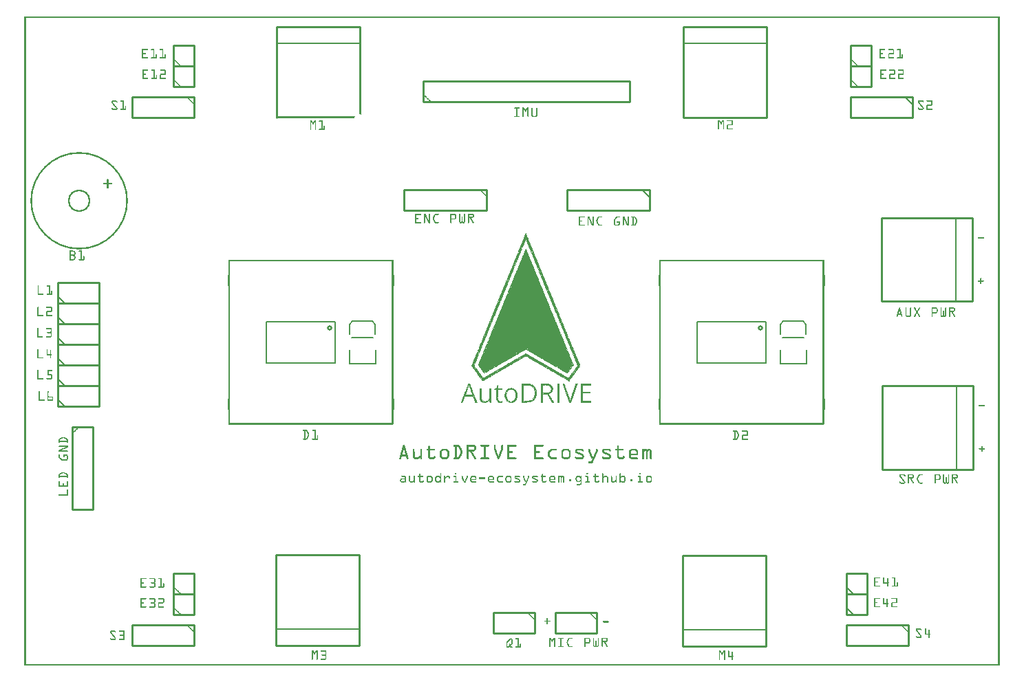
<source format=gto>
G04 MADE WITH FRITZING*
G04 WWW.FRITZING.ORG*
G04 DOUBLE SIDED*
G04 HOLES PLATED*
G04 CONTOUR ON CENTER OF CONTOUR VECTOR*
%ASAXBY*%
%FSLAX23Y23*%
%MOIN*%
%OFA0B0*%
%SFA1.0B1.0*%
%ADD10C,0.025567X0.00956692*%
%ADD11C,0.472568X0.456568*%
%ADD12C,0.108000X0.092*%
%ADD13C,0.008000*%
%ADD14C,0.010000*%
%ADD15C,0.005000*%
%ADD16R,0.001000X0.001000*%
%LNSILK1*%
G90*
G70*
G54D10*
X1477Y1640D03*
X3564Y1640D03*
G54D11*
X265Y2257D03*
G54D12*
X265Y2257D03*
G54D13*
X1700Y1534D02*
X1700Y1467D01*
D02*
X1700Y1467D02*
X1576Y1467D01*
D02*
X1576Y1467D02*
X1576Y1534D01*
D02*
X1698Y1609D02*
X1698Y1656D01*
D02*
X1698Y1656D02*
X1684Y1672D01*
D02*
X1684Y1672D02*
X1588Y1672D01*
D02*
X1588Y1672D02*
X1576Y1656D01*
D02*
X1576Y1656D02*
X1576Y1609D01*
D02*
X1576Y1656D02*
X1576Y1609D01*
D02*
X1585Y1594D02*
X1687Y1594D01*
D02*
X987Y1895D02*
X987Y1845D01*
D02*
X1787Y1895D02*
X1787Y1845D01*
D02*
X1787Y1245D02*
X1787Y1295D01*
D02*
X987Y1245D02*
X987Y1295D01*
D02*
X1504Y1471D02*
X1170Y1471D01*
D02*
X1170Y1471D02*
X1170Y1668D01*
D02*
X1170Y1668D02*
X1504Y1668D01*
D02*
X1504Y1668D02*
X1504Y1471D01*
D02*
X3787Y1534D02*
X3787Y1467D01*
D02*
X3787Y1467D02*
X3663Y1467D01*
D02*
X3663Y1467D02*
X3663Y1534D01*
D02*
X3785Y1609D02*
X3785Y1656D01*
D02*
X3785Y1656D02*
X3771Y1672D01*
D02*
X3771Y1672D02*
X3675Y1672D01*
D02*
X3675Y1672D02*
X3663Y1656D01*
D02*
X3663Y1656D02*
X3663Y1609D01*
D02*
X3663Y1656D02*
X3663Y1609D01*
D02*
X3672Y1594D02*
X3774Y1594D01*
D02*
X3074Y1895D02*
X3074Y1845D01*
D02*
X3874Y1895D02*
X3874Y1845D01*
D02*
X3874Y1245D02*
X3874Y1295D01*
D02*
X3074Y1245D02*
X3074Y1295D01*
D02*
X3591Y1471D02*
X3257Y1471D01*
D02*
X3257Y1471D02*
X3257Y1668D01*
D02*
X3257Y1668D02*
X3591Y1668D01*
D02*
X3591Y1668D02*
X3591Y1471D01*
G54D14*
D02*
X161Y1359D02*
X361Y1359D01*
D02*
X361Y1359D02*
X361Y1459D01*
D02*
X361Y1459D02*
X161Y1459D01*
D02*
X161Y1459D02*
X161Y1359D01*
G54D15*
D02*
X196Y1359D02*
X161Y1394D01*
G54D14*
D02*
X161Y1559D02*
X361Y1559D01*
D02*
X361Y1559D02*
X361Y1659D01*
D02*
X361Y1659D02*
X161Y1659D01*
D02*
X161Y1659D02*
X161Y1559D01*
G54D15*
D02*
X196Y1559D02*
X161Y1594D01*
G54D14*
D02*
X161Y1459D02*
X361Y1459D01*
D02*
X361Y1459D02*
X361Y1559D01*
D02*
X361Y1559D02*
X161Y1559D01*
D02*
X161Y1559D02*
X161Y1459D01*
G54D15*
D02*
X196Y1459D02*
X161Y1494D01*
G54D14*
D02*
X161Y1259D02*
X361Y1259D01*
D02*
X361Y1259D02*
X361Y1359D01*
D02*
X361Y1359D02*
X161Y1359D01*
D02*
X161Y1359D02*
X161Y1259D01*
G54D15*
D02*
X196Y1259D02*
X161Y1294D01*
G54D14*
D02*
X161Y1659D02*
X361Y1659D01*
D02*
X361Y1659D02*
X361Y1759D01*
D02*
X361Y1759D02*
X161Y1759D01*
D02*
X161Y1759D02*
X161Y1659D01*
G54D15*
D02*
X196Y1659D02*
X161Y1694D01*
G54D14*
D02*
X161Y1759D02*
X361Y1759D01*
D02*
X361Y1759D02*
X361Y1859D01*
D02*
X361Y1859D02*
X161Y1859D01*
D02*
X161Y1859D02*
X161Y1759D01*
G54D15*
D02*
X196Y1759D02*
X161Y1794D01*
G54D14*
D02*
X1932Y2737D02*
X2932Y2737D01*
D02*
X2932Y2737D02*
X2932Y2837D01*
D02*
X2932Y2837D02*
X1932Y2837D01*
D02*
X1932Y2837D02*
X1932Y2737D01*
D02*
X231Y1159D02*
X231Y759D01*
D02*
X231Y759D02*
X331Y759D01*
D02*
X331Y759D02*
X331Y1159D01*
D02*
X331Y1159D02*
X231Y1159D01*
D02*
X821Y2759D02*
X521Y2759D01*
D02*
X521Y2759D02*
X521Y2659D01*
D02*
X521Y2659D02*
X821Y2659D01*
D02*
X821Y2659D02*
X821Y2759D01*
D02*
X4301Y2759D02*
X4001Y2759D01*
D02*
X4001Y2759D02*
X4001Y2659D01*
D02*
X4001Y2659D02*
X4301Y2659D01*
D02*
X4301Y2659D02*
X4301Y2759D01*
G54D15*
D02*
X4266Y2759D02*
X4301Y2724D01*
G54D14*
D02*
X821Y199D02*
X521Y199D01*
D02*
X521Y199D02*
X521Y99D01*
D02*
X521Y99D02*
X821Y99D01*
D02*
X821Y99D02*
X821Y199D01*
D02*
X4281Y199D02*
X3981Y199D01*
D02*
X3981Y199D02*
X3981Y99D01*
D02*
X3981Y99D02*
X4281Y99D01*
D02*
X4281Y99D02*
X4281Y199D01*
D02*
X3027Y2308D02*
X2627Y2308D01*
D02*
X2627Y2308D02*
X2627Y2208D01*
D02*
X2627Y2208D02*
X3027Y2208D01*
D02*
X3027Y2208D02*
X3027Y2308D01*
G54D15*
D02*
X2992Y2308D02*
X3027Y2273D01*
G54D14*
D02*
X2238Y2311D02*
X1838Y2311D01*
D02*
X1838Y2311D02*
X1838Y2211D01*
D02*
X1838Y2211D02*
X2238Y2211D01*
D02*
X2238Y2211D02*
X2238Y2311D01*
D02*
X2771Y259D02*
X2571Y259D01*
D02*
X2571Y259D02*
X2571Y159D01*
D02*
X2571Y159D02*
X2771Y159D01*
D02*
X2771Y159D02*
X2771Y259D01*
D02*
X2471Y259D02*
X2271Y259D01*
D02*
X2271Y259D02*
X2271Y159D01*
D02*
X2271Y159D02*
X2471Y159D01*
D02*
X2471Y159D02*
X2471Y259D01*
D02*
X4001Y2909D02*
X4101Y2909D01*
D02*
X4101Y2909D02*
X4101Y3009D01*
D02*
X4101Y3009D02*
X4001Y3009D01*
D02*
X4001Y3009D02*
X4001Y2909D01*
D02*
X4001Y2809D02*
X4101Y2809D01*
D02*
X4101Y2809D02*
X4101Y2909D01*
D02*
X4101Y2909D02*
X4001Y2909D01*
D02*
X4001Y2909D02*
X4001Y2809D01*
D02*
X721Y2809D02*
X821Y2809D01*
D02*
X821Y2809D02*
X821Y2909D01*
D02*
X821Y2909D02*
X721Y2909D01*
D02*
X721Y2909D02*
X721Y2809D01*
D02*
X721Y2909D02*
X821Y2909D01*
D02*
X821Y2909D02*
X821Y3009D01*
D02*
X821Y3009D02*
X721Y3009D01*
D02*
X721Y3009D02*
X721Y2909D01*
D02*
X3981Y249D02*
X4081Y249D01*
D02*
X4081Y249D02*
X4081Y349D01*
D02*
X4081Y349D02*
X3981Y349D01*
D02*
X3981Y349D02*
X3981Y249D01*
G54D15*
D02*
X4016Y249D02*
X3981Y284D01*
G54D14*
D02*
X3981Y349D02*
X4081Y349D01*
D02*
X4081Y349D02*
X4081Y449D01*
D02*
X4081Y449D02*
X3981Y449D01*
D02*
X3981Y449D02*
X3981Y349D01*
G54D15*
D02*
X4016Y349D02*
X3981Y384D01*
G54D14*
D02*
X721Y249D02*
X821Y249D01*
D02*
X821Y249D02*
X821Y349D01*
D02*
X821Y349D02*
X721Y349D01*
D02*
X721Y349D02*
X721Y249D01*
D02*
X721Y349D02*
X821Y349D01*
D02*
X821Y349D02*
X821Y449D01*
D02*
X821Y449D02*
X721Y449D01*
D02*
X721Y449D02*
X721Y349D01*
D02*
X3590Y535D02*
X3187Y535D01*
D02*
X3187Y535D02*
X3187Y95D01*
D02*
X3187Y95D02*
X3590Y95D01*
D02*
X3590Y95D02*
X3590Y535D01*
G54D15*
D02*
X3187Y175D02*
X3590Y175D01*
G54D14*
D02*
X1622Y539D02*
X1218Y539D01*
D02*
X1218Y539D02*
X1218Y99D01*
D02*
X1218Y99D02*
X1622Y99D01*
D02*
X1622Y99D02*
X1622Y539D01*
G54D15*
D02*
X1218Y179D02*
X1622Y179D01*
G54D14*
D02*
X1626Y3099D02*
X1222Y3099D01*
D02*
X1222Y3099D02*
X1222Y2659D01*
G54D15*
D02*
X1626Y3019D02*
X1222Y3019D01*
G54D14*
D02*
X3191Y2659D02*
X3595Y2659D01*
D02*
X3595Y2659D02*
X3595Y3099D01*
D02*
X3595Y3099D02*
X3191Y3099D01*
D02*
X3191Y3099D02*
X3191Y2659D01*
G54D15*
D02*
X3595Y3019D02*
X3191Y3019D01*
G54D14*
D02*
X4151Y2173D02*
X4151Y1769D01*
D02*
X4151Y1769D02*
X4591Y1769D01*
D02*
X4591Y1769D02*
X4591Y2173D01*
D02*
X4591Y2173D02*
X4151Y2173D01*
G54D15*
D02*
X4511Y1769D02*
X4511Y2173D01*
G54D14*
D02*
X4156Y1358D02*
X4156Y954D01*
D02*
X4156Y954D02*
X4596Y954D01*
D02*
X4596Y954D02*
X4596Y1358D01*
D02*
X4596Y1358D02*
X4156Y1358D01*
G54D15*
D02*
X4516Y954D02*
X4516Y1358D01*
G36*
X2361Y1861D02*
X2361Y1860D01*
X2362Y1860D01*
X2362Y1861D01*
X2361Y1861D01*
G37*
D02*
G36*
X2513Y1820D02*
X2513Y1819D01*
X2514Y1819D01*
X2514Y1820D01*
X2513Y1820D01*
G37*
D02*
G36*
X2554Y1794D02*
X2554Y1793D01*
X2555Y1793D01*
X2555Y1794D01*
X2554Y1794D01*
G37*
D02*
G36*
X2428Y2100D02*
X2428Y2097D01*
X2427Y2097D01*
X2427Y2095D01*
X2426Y2095D01*
X2426Y2092D01*
X2425Y2092D01*
X2425Y2091D01*
X2424Y2091D01*
X2424Y2089D01*
X2423Y2089D01*
X2423Y2086D01*
X2429Y2086D01*
X2429Y2085D01*
X2431Y2085D01*
X2431Y2084D01*
X2432Y2084D01*
X2432Y2083D01*
X2436Y2083D01*
X2436Y2085D01*
X2435Y2085D01*
X2435Y2087D01*
X2434Y2087D01*
X2434Y2090D01*
X2433Y2090D01*
X2433Y2092D01*
X2432Y2092D01*
X2432Y2093D01*
X2431Y2093D01*
X2431Y2096D01*
X2430Y2096D01*
X2430Y2098D01*
X2429Y2098D01*
X2429Y2100D01*
X2428Y2100D01*
G37*
D02*
G36*
X2422Y2086D02*
X2422Y2085D01*
X2428Y2085D01*
X2428Y2086D01*
X2422Y2086D01*
G37*
D02*
G36*
X2422Y2085D02*
X2422Y2084D01*
X2430Y2084D01*
X2430Y2085D01*
X2422Y2085D01*
G37*
D02*
G36*
X2422Y2085D02*
X2422Y2084D01*
X2430Y2084D01*
X2430Y2085D01*
X2422Y2085D01*
G37*
D02*
G36*
X2421Y2084D02*
X2421Y2083D01*
X2424Y2083D01*
X2424Y2084D01*
X2421Y2084D01*
G37*
D02*
G36*
X2425Y2084D02*
X2425Y2083D01*
X2431Y2083D01*
X2431Y2084D01*
X2425Y2084D01*
G37*
D02*
G36*
X2422Y2083D02*
X2422Y2082D01*
X2436Y2082D01*
X2436Y2083D01*
X2422Y2083D01*
G37*
D02*
G36*
X2422Y2083D02*
X2422Y2082D01*
X2436Y2082D01*
X2436Y2083D01*
X2422Y2083D01*
G37*
D02*
G36*
X2422Y2083D02*
X2422Y2082D01*
X2436Y2082D01*
X2436Y2083D01*
X2422Y2083D01*
G37*
D02*
G36*
X2421Y2082D02*
X2421Y2081D01*
X2422Y2081D01*
X2422Y2082D01*
X2421Y2082D01*
G37*
D02*
G36*
X2423Y2082D02*
X2423Y2081D01*
X2434Y2081D01*
X2434Y2082D01*
X2423Y2082D01*
G37*
D02*
G36*
X2435Y2082D02*
X2435Y2081D01*
X2436Y2081D01*
X2436Y2082D01*
X2435Y2082D01*
G37*
D02*
G36*
X2420Y2081D02*
X2420Y2080D01*
X2437Y2080D01*
X2437Y2081D01*
X2420Y2081D01*
G37*
D02*
G36*
X2420Y2081D02*
X2420Y2080D01*
X2437Y2080D01*
X2437Y2081D01*
X2420Y2081D01*
G37*
D02*
G36*
X2420Y2081D02*
X2420Y2080D01*
X2437Y2080D01*
X2437Y2081D01*
X2420Y2081D01*
G37*
D02*
G36*
X2420Y2080D02*
X2420Y2079D01*
X2425Y2079D01*
X2425Y2080D01*
X2420Y2080D01*
G37*
D02*
G36*
X2426Y2080D02*
X2426Y2079D01*
X2438Y2079D01*
X2438Y2080D01*
X2426Y2080D01*
G37*
D02*
G36*
X2419Y2079D02*
X2419Y2078D01*
X2438Y2078D01*
X2438Y2079D01*
X2419Y2079D01*
G37*
D02*
G36*
X2419Y2079D02*
X2419Y2078D01*
X2438Y2078D01*
X2438Y2079D01*
X2419Y2079D01*
G37*
D02*
G36*
X2419Y2078D02*
X2419Y2076D01*
X2418Y2076D01*
X2418Y2074D01*
X2417Y2074D01*
X2417Y2071D01*
X2417Y2071D01*
X2417Y2070D01*
X2438Y2070D01*
X2438Y2069D01*
X2442Y2069D01*
X2442Y2070D01*
X2441Y2070D01*
X2441Y2073D01*
X2440Y2073D01*
X2440Y2075D01*
X2439Y2075D01*
X2439Y2077D01*
X2438Y2077D01*
X2438Y2078D01*
X2419Y2078D01*
G37*
D02*
G36*
X2417Y2070D02*
X2417Y2069D01*
X2416Y2069D01*
X2416Y2068D01*
X2422Y2068D01*
X2422Y2069D01*
X2423Y2069D01*
X2423Y2070D01*
X2417Y2070D01*
G37*
D02*
G36*
X2424Y2070D02*
X2424Y2069D01*
X2437Y2069D01*
X2437Y2070D01*
X2424Y2070D01*
G37*
D02*
G36*
X2423Y2069D02*
X2423Y2068D01*
X2442Y2068D01*
X2442Y2069D01*
X2423Y2069D01*
G37*
D02*
G36*
X2423Y2069D02*
X2423Y2068D01*
X2442Y2068D01*
X2442Y2069D01*
X2423Y2069D01*
G37*
D02*
G36*
X2416Y2068D02*
X2416Y2067D01*
X2424Y2067D01*
X2424Y2068D01*
X2416Y2068D01*
G37*
D02*
G36*
X2416Y2068D02*
X2416Y2067D01*
X2424Y2067D01*
X2424Y2068D01*
X2416Y2068D01*
G37*
D02*
G36*
X2425Y2068D02*
X2425Y2067D01*
X2442Y2067D01*
X2442Y2068D01*
X2425Y2068D01*
G37*
D02*
G36*
X2415Y2067D02*
X2415Y2067D01*
X2442Y2067D01*
X2442Y2067D01*
X2415Y2067D01*
G37*
D02*
G36*
X2415Y2067D02*
X2415Y2067D01*
X2442Y2067D01*
X2442Y2067D01*
X2415Y2067D01*
G37*
D02*
G36*
X2415Y2067D02*
X2415Y2066D01*
X2417Y2066D01*
X2417Y2067D01*
X2415Y2067D01*
G37*
D02*
G36*
X2418Y2067D02*
X2418Y2066D01*
X2442Y2066D01*
X2442Y2067D01*
X2418Y2067D01*
G37*
D02*
G36*
X2415Y2066D02*
X2415Y2065D01*
X2443Y2065D01*
X2443Y2066D01*
X2415Y2066D01*
G37*
D02*
G36*
X2415Y2066D02*
X2415Y2065D01*
X2443Y2065D01*
X2443Y2066D01*
X2415Y2066D01*
G37*
D02*
G36*
X2414Y2065D02*
X2414Y2063D01*
X2413Y2063D01*
X2413Y2062D01*
X2423Y2062D01*
X2423Y2061D01*
X2427Y2061D01*
X2427Y2064D01*
X2428Y2064D01*
X2428Y2065D01*
X2414Y2065D01*
G37*
D02*
G36*
X2430Y2065D02*
X2430Y2063D01*
X2433Y2063D01*
X2433Y2061D01*
X2444Y2061D01*
X2444Y2064D01*
X2443Y2064D01*
X2443Y2065D01*
X2430Y2065D01*
G37*
D02*
G36*
X2430Y2063D02*
X2430Y2062D01*
X2431Y2062D01*
X2431Y2061D01*
X2432Y2061D01*
X2432Y2063D01*
X2430Y2063D01*
G37*
D02*
G36*
X2413Y2062D02*
X2413Y2060D01*
X2421Y2060D01*
X2421Y2061D01*
X2422Y2061D01*
X2422Y2062D01*
X2413Y2062D01*
G37*
D02*
G36*
X2422Y2061D02*
X2422Y2060D01*
X2426Y2060D01*
X2426Y2061D01*
X2422Y2061D01*
G37*
D02*
G36*
X2431Y2061D02*
X2431Y2060D01*
X2445Y2060D01*
X2445Y2061D01*
X2431Y2061D01*
G37*
D02*
G36*
X2431Y2061D02*
X2431Y2060D01*
X2445Y2060D01*
X2445Y2061D01*
X2431Y2061D01*
G37*
D02*
G36*
X2412Y2060D02*
X2412Y2059D01*
X2426Y2059D01*
X2426Y2060D01*
X2412Y2060D01*
G37*
D02*
G36*
X2412Y2060D02*
X2412Y2059D01*
X2426Y2059D01*
X2426Y2060D01*
X2412Y2060D01*
G37*
D02*
G36*
X2432Y2060D02*
X2432Y2058D01*
X2434Y2058D01*
X2434Y2059D01*
X2436Y2059D01*
X2436Y2060D01*
X2432Y2060D01*
G37*
D02*
G36*
X2437Y2060D02*
X2437Y2059D01*
X2445Y2059D01*
X2445Y2060D01*
X2437Y2060D01*
G37*
D02*
G36*
X2412Y2059D02*
X2412Y2058D01*
X2411Y2058D01*
X2411Y2056D01*
X2422Y2056D01*
X2422Y2055D01*
X2424Y2055D01*
X2424Y2056D01*
X2425Y2056D01*
X2425Y2059D01*
X2412Y2059D01*
G37*
D02*
G36*
X2435Y2059D02*
X2435Y2058D01*
X2446Y2058D01*
X2446Y2059D01*
X2435Y2059D01*
G37*
D02*
G36*
X2435Y2059D02*
X2435Y2058D01*
X2446Y2058D01*
X2446Y2059D01*
X2435Y2059D01*
G37*
D02*
G36*
X2432Y2058D02*
X2432Y2057D01*
X2446Y2057D01*
X2446Y2058D01*
X2432Y2058D01*
G37*
D02*
G36*
X2432Y2058D02*
X2432Y2057D01*
X2446Y2057D01*
X2446Y2058D01*
X2432Y2058D01*
G37*
D02*
G36*
X2433Y2057D02*
X2433Y2056D01*
X2446Y2056D01*
X2446Y2055D01*
X2447Y2055D01*
X2447Y2056D01*
X2446Y2056D01*
X2446Y2057D01*
X2433Y2057D01*
G37*
D02*
G36*
X2411Y2056D02*
X2411Y2055D01*
X2421Y2055D01*
X2421Y2056D01*
X2411Y2056D01*
G37*
D02*
G36*
X2433Y2056D02*
X2433Y2055D01*
X2435Y2055D01*
X2435Y2056D01*
X2433Y2056D01*
G37*
D02*
G36*
X2436Y2056D02*
X2436Y2055D01*
X2445Y2055D01*
X2445Y2056D01*
X2436Y2056D01*
G37*
D02*
G36*
X2410Y2055D02*
X2410Y2054D01*
X2424Y2054D01*
X2424Y2055D01*
X2410Y2055D01*
G37*
D02*
G36*
X2410Y2055D02*
X2410Y2054D01*
X2424Y2054D01*
X2424Y2055D01*
X2410Y2055D01*
G37*
D02*
G36*
X2434Y2055D02*
X2434Y2054D01*
X2447Y2054D01*
X2447Y2055D01*
X2434Y2055D01*
G37*
D02*
G36*
X2434Y2055D02*
X2434Y2054D01*
X2447Y2054D01*
X2447Y2055D01*
X2434Y2055D01*
G37*
D02*
G36*
X2434Y2055D02*
X2434Y2054D01*
X2447Y2054D01*
X2447Y2055D01*
X2434Y2055D01*
G37*
D02*
G36*
X2410Y2054D02*
X2410Y2053D01*
X2421Y2053D01*
X2421Y2054D01*
X2410Y2054D01*
G37*
D02*
G36*
X2422Y2054D02*
X2422Y2053D01*
X2423Y2053D01*
X2423Y2054D01*
X2422Y2054D01*
G37*
D02*
G36*
X2434Y2054D02*
X2434Y2053D01*
X2445Y2053D01*
X2445Y2054D01*
X2434Y2054D01*
G37*
D02*
G36*
X2446Y2054D02*
X2446Y2053D01*
X2448Y2053D01*
X2448Y2054D01*
X2446Y2054D01*
G37*
D02*
G36*
X2409Y2053D02*
X2409Y2052D01*
X2423Y2052D01*
X2423Y2053D01*
X2409Y2053D01*
G37*
D02*
G36*
X2409Y2053D02*
X2409Y2052D01*
X2423Y2052D01*
X2423Y2053D01*
X2409Y2053D01*
G37*
D02*
G36*
X2434Y2053D02*
X2434Y2052D01*
X2448Y2052D01*
X2448Y2053D01*
X2434Y2053D01*
G37*
D02*
G36*
X2434Y2053D02*
X2434Y2052D01*
X2448Y2052D01*
X2448Y2053D01*
X2434Y2053D01*
G37*
D02*
G36*
X2409Y2052D02*
X2409Y2050D01*
X2408Y2050D01*
X2408Y2048D01*
X2416Y2048D01*
X2416Y2047D01*
X2421Y2047D01*
X2421Y2049D01*
X2422Y2049D01*
X2422Y2051D01*
X2423Y2051D01*
X2423Y2052D01*
X2409Y2052D01*
G37*
D02*
G36*
X2435Y2052D02*
X2435Y2050D01*
X2436Y2050D01*
X2436Y2047D01*
X2445Y2047D01*
X2445Y2046D01*
X2451Y2046D01*
X2451Y2047D01*
X2450Y2047D01*
X2450Y2049D01*
X2449Y2049D01*
X2449Y2052D01*
X2435Y2052D01*
G37*
D02*
G36*
X2407Y2048D02*
X2407Y2047D01*
X2415Y2047D01*
X2415Y2048D01*
X2407Y2048D01*
G37*
D02*
G36*
X2407Y2047D02*
X2407Y2046D01*
X2421Y2046D01*
X2421Y2047D01*
X2407Y2047D01*
G37*
D02*
G36*
X2407Y2047D02*
X2407Y2046D01*
X2421Y2046D01*
X2421Y2047D01*
X2407Y2047D01*
G37*
D02*
G36*
X2437Y2047D02*
X2437Y2046D01*
X2444Y2046D01*
X2444Y2047D01*
X2437Y2047D01*
G37*
D02*
G36*
X2407Y2046D02*
X2407Y2045D01*
X2418Y2045D01*
X2418Y2044D01*
X2420Y2044D01*
X2420Y2046D01*
X2407Y2046D01*
G37*
D02*
G36*
X2437Y2046D02*
X2437Y2045D01*
X2451Y2045D01*
X2451Y2046D01*
X2437Y2046D01*
G37*
D02*
G36*
X2437Y2046D02*
X2437Y2045D01*
X2451Y2045D01*
X2451Y2046D01*
X2437Y2046D01*
G37*
D02*
G36*
X2406Y2045D02*
X2406Y2044D01*
X2417Y2044D01*
X2417Y2045D01*
X2406Y2045D01*
G37*
D02*
G36*
X2438Y2045D02*
X2438Y2044D01*
X2445Y2044D01*
X2445Y2045D01*
X2438Y2045D01*
G37*
D02*
G36*
X2446Y2045D02*
X2446Y2044D01*
X2451Y2044D01*
X2451Y2045D01*
X2446Y2045D01*
G37*
D02*
G36*
X2406Y2044D02*
X2406Y2043D01*
X2419Y2043D01*
X2419Y2044D01*
X2406Y2044D01*
G37*
D02*
G36*
X2406Y2044D02*
X2406Y2043D01*
X2419Y2043D01*
X2419Y2044D01*
X2406Y2044D01*
G37*
D02*
G36*
X2438Y2044D02*
X2438Y2043D01*
X2452Y2043D01*
X2452Y2044D01*
X2438Y2044D01*
G37*
D02*
G36*
X2438Y2044D02*
X2438Y2043D01*
X2452Y2043D01*
X2452Y2044D01*
X2438Y2044D01*
G37*
D02*
G36*
X2405Y2043D02*
X2405Y2043D01*
X2411Y2043D01*
X2411Y2042D01*
X2418Y2042D01*
X2418Y2043D01*
X2419Y2043D01*
X2419Y2043D01*
X2405Y2043D01*
G37*
D02*
G36*
X2439Y2043D02*
X2439Y2043D01*
X2444Y2043D01*
X2444Y2043D01*
X2439Y2043D01*
G37*
D02*
G36*
X2445Y2043D02*
X2445Y2043D01*
X2452Y2043D01*
X2452Y2043D01*
X2445Y2043D01*
G37*
D02*
G36*
X2405Y2043D02*
X2405Y2042D01*
X2410Y2042D01*
X2410Y2043D01*
X2405Y2043D01*
G37*
D02*
G36*
X2439Y2043D02*
X2439Y2042D01*
X2453Y2042D01*
X2453Y2043D01*
X2439Y2043D01*
G37*
D02*
G36*
X2439Y2043D02*
X2439Y2042D01*
X2453Y2042D01*
X2453Y2043D01*
X2439Y2043D01*
G37*
D02*
G36*
X2404Y2042D02*
X2404Y2041D01*
X2418Y2041D01*
X2418Y2042D01*
X2404Y2042D01*
G37*
D02*
G36*
X2404Y2042D02*
X2404Y2041D01*
X2418Y2041D01*
X2418Y2042D01*
X2404Y2042D01*
G37*
D02*
G36*
X2439Y2042D02*
X2439Y2041D01*
X2444Y2041D01*
X2444Y2040D01*
X2453Y2040D01*
X2453Y2042D01*
X2439Y2042D01*
G37*
D02*
G36*
X2404Y2041D02*
X2404Y2039D01*
X2403Y2039D01*
X2403Y2037D01*
X2402Y2037D01*
X2402Y2034D01*
X2401Y2034D01*
X2401Y2032D01*
X2400Y2032D01*
X2400Y2029D01*
X2399Y2029D01*
X2399Y2028D01*
X2410Y2028D01*
X2410Y2027D01*
X2413Y2027D01*
X2413Y2028D01*
X2414Y2028D01*
X2414Y2030D01*
X2415Y2030D01*
X2415Y2033D01*
X2416Y2033D01*
X2416Y2035D01*
X2417Y2035D01*
X2417Y2038D01*
X2417Y2038D01*
X2417Y2040D01*
X2418Y2040D01*
X2418Y2041D01*
X2404Y2041D01*
G37*
D02*
G36*
X2440Y2041D02*
X2440Y2040D01*
X2443Y2040D01*
X2443Y2041D01*
X2440Y2041D01*
G37*
D02*
G36*
X2440Y2040D02*
X2440Y2039D01*
X2453Y2039D01*
X2453Y2040D01*
X2440Y2040D01*
G37*
D02*
G36*
X2440Y2040D02*
X2440Y2039D01*
X2453Y2039D01*
X2453Y2040D01*
X2440Y2040D01*
G37*
D02*
G36*
X2441Y2039D02*
X2441Y2036D01*
X2442Y2036D01*
X2442Y2034D01*
X2455Y2034D01*
X2455Y2032D01*
X2457Y2032D01*
X2457Y2033D01*
X2456Y2033D01*
X2456Y2035D01*
X2455Y2035D01*
X2455Y2038D01*
X2454Y2038D01*
X2454Y2039D01*
X2441Y2039D01*
G37*
D02*
G36*
X2442Y2034D02*
X2442Y2033D01*
X2448Y2033D01*
X2448Y2032D01*
X2454Y2032D01*
X2454Y2034D01*
X2442Y2034D01*
G37*
D02*
G36*
X2442Y2033D02*
X2442Y2032D01*
X2447Y2032D01*
X2447Y2033D01*
X2442Y2033D01*
G37*
D02*
G36*
X2442Y2032D02*
X2442Y2031D01*
X2457Y2031D01*
X2457Y2032D01*
X2442Y2032D01*
G37*
D02*
G36*
X2442Y2032D02*
X2442Y2031D01*
X2457Y2031D01*
X2457Y2032D01*
X2442Y2032D01*
G37*
D02*
G36*
X2442Y2032D02*
X2442Y2031D01*
X2457Y2031D01*
X2457Y2032D01*
X2442Y2032D01*
G37*
D02*
G36*
X2443Y2031D02*
X2443Y2030D01*
X2452Y2030D01*
X2452Y2031D01*
X2443Y2031D01*
G37*
D02*
G36*
X2453Y2031D02*
X2453Y2030D01*
X2458Y2030D01*
X2458Y2031D01*
X2453Y2031D01*
G37*
D02*
G36*
X2443Y2030D02*
X2443Y2029D01*
X2458Y2029D01*
X2458Y2030D01*
X2443Y2030D01*
G37*
D02*
G36*
X2443Y2030D02*
X2443Y2029D01*
X2458Y2029D01*
X2458Y2030D01*
X2443Y2030D01*
G37*
D02*
G36*
X2444Y2029D02*
X2444Y2028D01*
X2445Y2028D01*
X2445Y2026D01*
X2454Y2026D01*
X2454Y2025D01*
X2460Y2025D01*
X2460Y2026D01*
X2459Y2026D01*
X2459Y2028D01*
X2458Y2028D01*
X2458Y2029D01*
X2444Y2029D01*
G37*
D02*
G36*
X2399Y2028D02*
X2399Y2027D01*
X2398Y2027D01*
X2398Y2026D01*
X2400Y2026D01*
X2400Y2027D01*
X2409Y2027D01*
X2409Y2028D01*
X2399Y2028D01*
G37*
D02*
G36*
X2401Y2027D02*
X2401Y2026D01*
X2413Y2026D01*
X2413Y2027D01*
X2401Y2027D01*
G37*
D02*
G36*
X2401Y2027D02*
X2401Y2026D01*
X2413Y2026D01*
X2413Y2027D01*
X2401Y2027D01*
G37*
D02*
G36*
X2398Y2026D02*
X2398Y2025D01*
X2411Y2025D01*
X2411Y2026D01*
X2398Y2026D01*
G37*
D02*
G36*
X2398Y2026D02*
X2398Y2025D01*
X2411Y2025D01*
X2411Y2026D01*
X2398Y2026D01*
G37*
D02*
G36*
X2412Y2026D02*
X2412Y2025D01*
X2413Y2025D01*
X2413Y2026D01*
X2412Y2026D01*
G37*
D02*
G36*
X2445Y2026D02*
X2445Y2024D01*
X2451Y2024D01*
X2451Y2025D01*
X2453Y2025D01*
X2453Y2026D01*
X2445Y2026D01*
G37*
D02*
G36*
X2397Y2025D02*
X2397Y2024D01*
X2409Y2024D01*
X2409Y2025D01*
X2397Y2025D01*
G37*
D02*
G36*
X2410Y2025D02*
X2410Y2024D01*
X2412Y2024D01*
X2412Y2025D01*
X2410Y2025D01*
G37*
D02*
G36*
X2452Y2025D02*
X2452Y2024D01*
X2460Y2024D01*
X2460Y2025D01*
X2452Y2025D01*
G37*
D02*
G36*
X2452Y2025D02*
X2452Y2024D01*
X2460Y2024D01*
X2460Y2025D01*
X2452Y2025D01*
G37*
D02*
G36*
X2397Y2024D02*
X2397Y2023D01*
X2412Y2023D01*
X2412Y2024D01*
X2397Y2024D01*
G37*
D02*
G36*
X2397Y2024D02*
X2397Y2023D01*
X2412Y2023D01*
X2412Y2024D01*
X2397Y2024D01*
G37*
D02*
G36*
X2446Y2024D02*
X2446Y2023D01*
X2460Y2023D01*
X2460Y2024D01*
X2446Y2024D01*
G37*
D02*
G36*
X2446Y2024D02*
X2446Y2023D01*
X2460Y2023D01*
X2460Y2024D01*
X2446Y2024D01*
G37*
D02*
G36*
X2397Y2023D02*
X2397Y2022D01*
X2408Y2022D01*
X2408Y2023D01*
X2397Y2023D01*
G37*
D02*
G36*
X2409Y2023D02*
X2409Y2022D01*
X2411Y2022D01*
X2411Y2023D01*
X2409Y2023D01*
G37*
D02*
G36*
X2446Y2023D02*
X2446Y2022D01*
X2447Y2022D01*
X2447Y2019D01*
X2461Y2019D01*
X2461Y2018D01*
X2462Y2018D01*
X2462Y2021D01*
X2461Y2021D01*
X2461Y2022D01*
X2460Y2022D01*
X2460Y2023D01*
X2446Y2023D01*
G37*
D02*
G36*
X2396Y2022D02*
X2396Y2021D01*
X2411Y2021D01*
X2411Y2022D01*
X2396Y2022D01*
G37*
D02*
G36*
X2396Y2022D02*
X2396Y2021D01*
X2411Y2021D01*
X2411Y2022D01*
X2396Y2022D01*
G37*
D02*
G36*
X2396Y2021D02*
X2396Y2020D01*
X2395Y2020D01*
X2395Y2019D01*
X2398Y2019D01*
X2398Y2018D01*
X2410Y2018D01*
X2410Y2021D01*
X2396Y2021D01*
G37*
D02*
G36*
X2395Y2019D02*
X2395Y2018D01*
X2397Y2018D01*
X2397Y2019D01*
X2395Y2019D01*
G37*
D02*
G36*
X2448Y2019D02*
X2448Y2018D01*
X2460Y2018D01*
X2460Y2019D01*
X2448Y2019D01*
G37*
D02*
G36*
X2395Y2018D02*
X2395Y2018D01*
X2409Y2018D01*
X2409Y2018D01*
X2395Y2018D01*
G37*
D02*
G36*
X2395Y2018D02*
X2395Y2018D01*
X2409Y2018D01*
X2409Y2018D01*
X2395Y2018D01*
G37*
D02*
G36*
X2448Y2018D02*
X2448Y2018D01*
X2463Y2018D01*
X2463Y2018D01*
X2448Y2018D01*
G37*
D02*
G36*
X2448Y2018D02*
X2448Y2018D01*
X2463Y2018D01*
X2463Y2018D01*
X2448Y2018D01*
G37*
D02*
G36*
X2394Y2018D02*
X2394Y2016D01*
X2397Y2016D01*
X2397Y2017D01*
X2407Y2017D01*
X2407Y2018D01*
X2394Y2018D01*
G37*
D02*
G36*
X2408Y2018D02*
X2408Y2017D01*
X2409Y2017D01*
X2409Y2018D01*
X2408Y2018D01*
G37*
D02*
G36*
X2449Y2018D02*
X2449Y2017D01*
X2461Y2017D01*
X2461Y2018D01*
X2449Y2018D01*
G37*
D02*
G36*
X2462Y2018D02*
X2462Y2017D01*
X2463Y2017D01*
X2463Y2018D01*
X2462Y2018D01*
G37*
D02*
G36*
X2398Y2017D02*
X2398Y2016D01*
X2407Y2016D01*
X2407Y2015D01*
X2408Y2015D01*
X2408Y2017D01*
X2398Y2017D01*
G37*
D02*
G36*
X2449Y2017D02*
X2449Y2016D01*
X2464Y2016D01*
X2464Y2017D01*
X2449Y2017D01*
G37*
D02*
G36*
X2449Y2017D02*
X2449Y2016D01*
X2464Y2016D01*
X2464Y2017D01*
X2449Y2017D01*
G37*
D02*
G36*
X2393Y2016D02*
X2393Y2015D01*
X2406Y2015D01*
X2406Y2016D01*
X2393Y2016D01*
G37*
D02*
G36*
X2393Y2016D02*
X2393Y2015D01*
X2406Y2015D01*
X2406Y2016D01*
X2393Y2016D01*
G37*
D02*
G36*
X2449Y2016D02*
X2449Y2015D01*
X2450Y2015D01*
X2450Y2014D01*
X2463Y2014D01*
X2463Y2013D01*
X2465Y2013D01*
X2465Y2015D01*
X2464Y2015D01*
X2464Y2016D01*
X2449Y2016D01*
G37*
D02*
G36*
X2393Y2015D02*
X2393Y2014D01*
X2408Y2014D01*
X2408Y2015D01*
X2393Y2015D01*
G37*
D02*
G36*
X2393Y2015D02*
X2393Y2014D01*
X2408Y2014D01*
X2408Y2015D01*
X2393Y2015D01*
G37*
D02*
G36*
X2393Y2014D02*
X2393Y2013D01*
X2396Y2013D01*
X2396Y2014D01*
X2393Y2014D01*
G37*
D02*
G36*
X2397Y2014D02*
X2397Y2013D01*
X2407Y2013D01*
X2407Y2014D01*
X2397Y2014D01*
G37*
D02*
G36*
X2450Y2014D02*
X2450Y2013D01*
X2462Y2013D01*
X2462Y2014D01*
X2450Y2014D01*
G37*
D02*
G36*
X2393Y2013D02*
X2393Y2012D01*
X2407Y2012D01*
X2407Y2013D01*
X2393Y2013D01*
G37*
D02*
G36*
X2393Y2013D02*
X2393Y2012D01*
X2407Y2012D01*
X2407Y2013D01*
X2393Y2013D01*
G37*
D02*
G36*
X2451Y2013D02*
X2451Y2012D01*
X2465Y2012D01*
X2465Y2013D01*
X2451Y2013D01*
G37*
D02*
G36*
X2451Y2013D02*
X2451Y2012D01*
X2465Y2012D01*
X2465Y2013D01*
X2451Y2013D01*
G37*
D02*
G36*
X2393Y2012D02*
X2393Y2011D01*
X2392Y2011D01*
X2392Y2008D01*
X2391Y2008D01*
X2391Y2007D01*
X2398Y2007D01*
X2398Y2006D01*
X2404Y2006D01*
X2404Y2007D01*
X2405Y2007D01*
X2405Y2009D01*
X2406Y2009D01*
X2406Y2012D01*
X2393Y2012D01*
G37*
D02*
G36*
X2451Y2012D02*
X2451Y2010D01*
X2452Y2010D01*
X2452Y2009D01*
X2465Y2009D01*
X2465Y2008D01*
X2467Y2008D01*
X2467Y2010D01*
X2466Y2010D01*
X2466Y2012D01*
X2451Y2012D01*
G37*
D02*
G36*
X2452Y2009D02*
X2452Y2008D01*
X2457Y2008D01*
X2457Y2007D01*
X2458Y2007D01*
X2458Y2008D01*
X2464Y2008D01*
X2464Y2009D01*
X2452Y2009D01*
G37*
D02*
G36*
X2453Y2008D02*
X2453Y2006D01*
X2454Y2006D01*
X2454Y2007D01*
X2456Y2007D01*
X2456Y2008D01*
X2453Y2008D01*
G37*
D02*
G36*
X2460Y2008D02*
X2460Y2007D01*
X2467Y2007D01*
X2467Y2008D01*
X2460Y2008D01*
G37*
D02*
G36*
X2460Y2008D02*
X2460Y2007D01*
X2467Y2007D01*
X2467Y2008D01*
X2460Y2008D01*
G37*
D02*
G36*
X2391Y2007D02*
X2391Y2006D01*
X2395Y2006D01*
X2395Y2007D01*
X2391Y2007D01*
G37*
D02*
G36*
X2396Y2007D02*
X2396Y2006D01*
X2397Y2006D01*
X2397Y2007D01*
X2396Y2007D01*
G37*
D02*
G36*
X2455Y2007D02*
X2455Y2006D01*
X2467Y2006D01*
X2467Y2007D01*
X2455Y2007D01*
G37*
D02*
G36*
X2455Y2007D02*
X2455Y2006D01*
X2467Y2006D01*
X2467Y2007D01*
X2455Y2007D01*
G37*
D02*
G36*
X2455Y2007D02*
X2455Y2006D01*
X2467Y2006D01*
X2467Y2007D01*
X2455Y2007D01*
G37*
D02*
G36*
X2390Y2006D02*
X2390Y2005D01*
X2404Y2005D01*
X2404Y2006D01*
X2390Y2006D01*
G37*
D02*
G36*
X2390Y2006D02*
X2390Y2005D01*
X2404Y2005D01*
X2404Y2006D01*
X2390Y2006D01*
G37*
D02*
G36*
X2390Y2006D02*
X2390Y2005D01*
X2404Y2005D01*
X2404Y2006D01*
X2390Y2006D01*
G37*
D02*
G36*
X2454Y2006D02*
X2454Y2005D01*
X2457Y2005D01*
X2457Y2006D01*
X2454Y2006D01*
G37*
D02*
G36*
X2458Y2006D02*
X2458Y2005D01*
X2464Y2005D01*
X2464Y2006D01*
X2458Y2006D01*
G37*
D02*
G36*
X2465Y2006D02*
X2465Y2005D01*
X2466Y2005D01*
X2466Y2004D01*
X2468Y2004D01*
X2468Y2005D01*
X2467Y2005D01*
X2467Y2006D01*
X2465Y2006D01*
G37*
D02*
G36*
X2390Y2005D02*
X2390Y2004D01*
X2393Y2004D01*
X2393Y2005D01*
X2390Y2005D01*
G37*
D02*
G36*
X2394Y2005D02*
X2394Y2004D01*
X2402Y2004D01*
X2402Y2005D01*
X2394Y2005D01*
G37*
D02*
G36*
X2403Y2005D02*
X2403Y2004D01*
X2404Y2004D01*
X2404Y2005D01*
X2403Y2005D01*
G37*
D02*
G36*
X2454Y2005D02*
X2454Y2004D01*
X2465Y2004D01*
X2465Y2005D01*
X2454Y2005D01*
G37*
D02*
G36*
X2454Y2005D02*
X2454Y2004D01*
X2465Y2004D01*
X2465Y2005D01*
X2454Y2005D01*
G37*
D02*
G36*
X2389Y2004D02*
X2389Y2003D01*
X2394Y2003D01*
X2394Y2004D01*
X2389Y2004D01*
G37*
D02*
G36*
X2395Y2004D02*
X2395Y2003D01*
X2403Y2003D01*
X2403Y2004D01*
X2395Y2004D01*
G37*
D02*
G36*
X2454Y2004D02*
X2454Y2003D01*
X2468Y2003D01*
X2468Y2004D01*
X2454Y2004D01*
G37*
D02*
G36*
X2454Y2004D02*
X2454Y2003D01*
X2468Y2003D01*
X2468Y2004D01*
X2454Y2004D01*
G37*
D02*
G36*
X2389Y2003D02*
X2389Y2002D01*
X2403Y2002D01*
X2403Y2003D01*
X2389Y2003D01*
G37*
D02*
G36*
X2389Y2003D02*
X2389Y2002D01*
X2403Y2002D01*
X2403Y2003D01*
X2389Y2003D01*
G37*
D02*
G36*
X2455Y2003D02*
X2455Y2001D01*
X2456Y2001D01*
X2456Y1998D01*
X2457Y1998D01*
X2457Y1996D01*
X2458Y1996D01*
X2458Y1995D01*
X2459Y1995D01*
X2459Y1994D01*
X2458Y1994D01*
X2458Y1993D01*
X2461Y1993D01*
X2461Y1993D01*
X2468Y1993D01*
X2468Y1992D01*
X2473Y1992D01*
X2473Y1993D01*
X2472Y1993D01*
X2472Y1995D01*
X2471Y1995D01*
X2471Y1997D01*
X2470Y1997D01*
X2470Y2000D01*
X2469Y2000D01*
X2469Y2002D01*
X2468Y2002D01*
X2468Y2003D01*
X2455Y2003D01*
G37*
D02*
G36*
X2389Y2002D02*
X2389Y2001D01*
X2388Y2001D01*
X2388Y1999D01*
X2387Y1999D01*
X2387Y1996D01*
X2386Y1996D01*
X2386Y1994D01*
X2385Y1994D01*
X2385Y1993D01*
X2391Y1993D01*
X2391Y1992D01*
X2398Y1992D01*
X2398Y1993D01*
X2399Y1993D01*
X2399Y1995D01*
X2400Y1995D01*
X2400Y1997D01*
X2401Y1997D01*
X2401Y2000D01*
X2402Y2000D01*
X2402Y2002D01*
X2389Y2002D01*
G37*
D02*
G36*
X2459Y1993D02*
X2459Y1993D01*
X2460Y1993D01*
X2460Y1993D01*
X2459Y1993D01*
G37*
D02*
G36*
X2385Y1993D02*
X2385Y1992D01*
X2390Y1992D01*
X2390Y1993D01*
X2385Y1993D01*
G37*
D02*
G36*
X2459Y1993D02*
X2459Y1992D01*
X2467Y1992D01*
X2467Y1993D01*
X2459Y1993D01*
G37*
D02*
G36*
X2459Y1993D02*
X2459Y1992D01*
X2467Y1992D01*
X2467Y1993D01*
X2459Y1993D01*
G37*
D02*
G36*
X2384Y1992D02*
X2384Y1991D01*
X2398Y1991D01*
X2398Y1992D01*
X2384Y1992D01*
G37*
D02*
G36*
X2384Y1992D02*
X2384Y1991D01*
X2398Y1991D01*
X2398Y1992D01*
X2384Y1992D01*
G37*
D02*
G36*
X2460Y1992D02*
X2460Y1991D01*
X2473Y1991D01*
X2473Y1992D01*
X2460Y1992D01*
G37*
D02*
G36*
X2460Y1992D02*
X2460Y1991D01*
X2473Y1991D01*
X2473Y1992D01*
X2460Y1992D01*
G37*
D02*
G36*
X2384Y1991D02*
X2384Y1990D01*
X2393Y1990D01*
X2393Y1989D01*
X2397Y1989D01*
X2397Y1991D01*
X2384Y1991D01*
G37*
D02*
G36*
X2461Y1991D02*
X2461Y1990D01*
X2460Y1990D01*
X2460Y1989D01*
X2461Y1989D01*
X2461Y1988D01*
X2463Y1988D01*
X2463Y1987D01*
X2475Y1987D01*
X2475Y1989D01*
X2474Y1989D01*
X2474Y1991D01*
X2461Y1991D01*
G37*
D02*
G36*
X2383Y1990D02*
X2383Y1989D01*
X2393Y1989D01*
X2393Y1990D01*
X2383Y1990D01*
G37*
D02*
G36*
X2383Y1989D02*
X2383Y1988D01*
X2397Y1988D01*
X2397Y1989D01*
X2383Y1989D01*
G37*
D02*
G36*
X2383Y1989D02*
X2383Y1988D01*
X2397Y1988D01*
X2397Y1989D01*
X2383Y1989D01*
G37*
D02*
G36*
X2383Y1988D02*
X2383Y1986D01*
X2393Y1986D01*
X2393Y1985D01*
X2395Y1985D01*
X2395Y1986D01*
X2396Y1986D01*
X2396Y1988D01*
X2383Y1988D01*
G37*
D02*
G36*
X2461Y1988D02*
X2461Y1987D01*
X2462Y1987D01*
X2462Y1988D01*
X2461Y1988D01*
G37*
D02*
G36*
X2462Y1987D02*
X2462Y1985D01*
X2463Y1985D01*
X2463Y1984D01*
X2464Y1984D01*
X2464Y1983D01*
X2463Y1983D01*
X2463Y1982D01*
X2464Y1982D01*
X2464Y1980D01*
X2465Y1980D01*
X2465Y1977D01*
X2466Y1977D01*
X2466Y1975D01*
X2478Y1975D01*
X2478Y1974D01*
X2480Y1974D01*
X2480Y1976D01*
X2479Y1976D01*
X2479Y1979D01*
X2478Y1979D01*
X2478Y1981D01*
X2477Y1981D01*
X2477Y1984D01*
X2476Y1984D01*
X2476Y1986D01*
X2475Y1986D01*
X2475Y1987D01*
X2462Y1987D01*
G37*
D02*
G36*
X2382Y1986D02*
X2382Y1985D01*
X2392Y1985D01*
X2392Y1986D01*
X2382Y1986D01*
G37*
D02*
G36*
X2381Y1985D02*
X2381Y1984D01*
X2395Y1984D01*
X2395Y1985D01*
X2381Y1985D01*
G37*
D02*
G36*
X2381Y1985D02*
X2381Y1984D01*
X2395Y1984D01*
X2395Y1985D01*
X2381Y1985D01*
G37*
D02*
G36*
X2381Y1984D02*
X2381Y1983D01*
X2380Y1983D01*
X2380Y1980D01*
X2379Y1980D01*
X2379Y1978D01*
X2381Y1978D01*
X2381Y1977D01*
X2393Y1977D01*
X2393Y1979D01*
X2393Y1979D01*
X2393Y1981D01*
X2394Y1981D01*
X2394Y1983D01*
X2395Y1983D01*
X2395Y1984D01*
X2381Y1984D01*
G37*
D02*
G36*
X2378Y1978D02*
X2378Y1977D01*
X2380Y1977D01*
X2380Y1978D01*
X2378Y1978D01*
G37*
D02*
G36*
X2378Y1977D02*
X2378Y1976D01*
X2393Y1976D01*
X2393Y1977D01*
X2378Y1977D01*
G37*
D02*
G36*
X2378Y1977D02*
X2378Y1976D01*
X2393Y1976D01*
X2393Y1977D01*
X2378Y1977D01*
G37*
D02*
G36*
X2378Y1976D02*
X2378Y1975D01*
X2377Y1975D01*
X2377Y1973D01*
X2383Y1973D01*
X2383Y1972D01*
X2391Y1972D01*
X2391Y1974D01*
X2392Y1974D01*
X2392Y1976D01*
X2378Y1976D01*
G37*
D02*
G36*
X2467Y1975D02*
X2467Y1974D01*
X2477Y1974D01*
X2477Y1975D01*
X2467Y1975D01*
G37*
D02*
G36*
X2467Y1974D02*
X2467Y1973D01*
X2481Y1973D01*
X2481Y1974D01*
X2467Y1974D01*
G37*
D02*
G36*
X2467Y1974D02*
X2467Y1973D01*
X2481Y1973D01*
X2481Y1974D01*
X2467Y1974D01*
G37*
D02*
G36*
X2377Y1973D02*
X2377Y1972D01*
X2382Y1972D01*
X2382Y1973D01*
X2377Y1973D01*
G37*
D02*
G36*
X2467Y1973D02*
X2467Y1972D01*
X2467Y1972D01*
X2467Y1971D01*
X2474Y1971D01*
X2474Y1969D01*
X2475Y1969D01*
X2475Y1968D01*
X2482Y1968D01*
X2482Y1971D01*
X2481Y1971D01*
X2481Y1973D01*
X2467Y1973D01*
G37*
D02*
G36*
X2376Y1972D02*
X2376Y1971D01*
X2391Y1971D01*
X2391Y1972D01*
X2376Y1972D01*
G37*
D02*
G36*
X2376Y1972D02*
X2376Y1971D01*
X2391Y1971D01*
X2391Y1972D01*
X2376Y1972D01*
G37*
D02*
G36*
X2377Y1971D02*
X2377Y1970D01*
X2376Y1970D01*
X2376Y1969D01*
X2375Y1969D01*
X2375Y1968D01*
X2374Y1968D01*
X2374Y1968D01*
X2387Y1968D01*
X2387Y1967D01*
X2389Y1967D01*
X2389Y1969D01*
X2390Y1969D01*
X2390Y1971D01*
X2377Y1971D01*
G37*
D02*
G36*
X2469Y1971D02*
X2469Y1970D01*
X2468Y1970D01*
X2468Y1969D01*
X2473Y1969D01*
X2473Y1971D01*
X2469Y1971D01*
G37*
D02*
G36*
X2468Y1969D02*
X2468Y1968D01*
X2470Y1968D01*
X2470Y1968D01*
X2474Y1968D01*
X2474Y1969D01*
X2468Y1969D01*
G37*
D02*
G36*
X2471Y1968D02*
X2471Y1968D01*
X2483Y1968D01*
X2483Y1968D01*
X2471Y1968D01*
G37*
D02*
G36*
X2471Y1968D02*
X2471Y1968D01*
X2483Y1968D01*
X2483Y1968D01*
X2471Y1968D01*
G37*
D02*
G36*
X2374Y1968D02*
X2374Y1967D01*
X2386Y1967D01*
X2386Y1968D01*
X2374Y1968D01*
G37*
D02*
G36*
X2469Y1968D02*
X2469Y1967D01*
X2484Y1967D01*
X2484Y1968D01*
X2469Y1968D01*
G37*
D02*
G36*
X2469Y1968D02*
X2469Y1967D01*
X2484Y1967D01*
X2484Y1968D01*
X2469Y1968D01*
G37*
D02*
G36*
X2374Y1967D02*
X2374Y1966D01*
X2388Y1966D01*
X2388Y1967D01*
X2374Y1967D01*
G37*
D02*
G36*
X2374Y1967D02*
X2374Y1966D01*
X2388Y1966D01*
X2388Y1967D01*
X2374Y1967D01*
G37*
D02*
G36*
X2469Y1967D02*
X2469Y1966D01*
X2474Y1966D01*
X2474Y1965D01*
X2484Y1965D01*
X2484Y1966D01*
X2482Y1966D01*
X2482Y1967D01*
X2469Y1967D01*
G37*
D02*
G36*
X2373Y1966D02*
X2373Y1964D01*
X2372Y1964D01*
X2372Y1962D01*
X2375Y1962D01*
X2375Y1961D01*
X2386Y1961D01*
X2386Y1963D01*
X2387Y1963D01*
X2387Y1965D01*
X2388Y1965D01*
X2388Y1966D01*
X2373Y1966D01*
G37*
D02*
G36*
X2470Y1966D02*
X2470Y1965D01*
X2472Y1965D01*
X2472Y1966D01*
X2470Y1966D01*
G37*
D02*
G36*
X2470Y1965D02*
X2470Y1964D01*
X2485Y1964D01*
X2485Y1965D01*
X2470Y1965D01*
G37*
D02*
G36*
X2470Y1965D02*
X2470Y1964D01*
X2485Y1964D01*
X2485Y1965D01*
X2470Y1965D01*
G37*
D02*
G36*
X2471Y1964D02*
X2471Y1963D01*
X2473Y1963D01*
X2473Y1964D01*
X2471Y1964D01*
G37*
D02*
G36*
X2474Y1964D02*
X2474Y1963D01*
X2485Y1963D01*
X2485Y1964D01*
X2474Y1964D01*
G37*
D02*
G36*
X2471Y1963D02*
X2471Y1962D01*
X2486Y1962D01*
X2486Y1963D01*
X2471Y1963D01*
G37*
D02*
G36*
X2471Y1963D02*
X2471Y1962D01*
X2486Y1962D01*
X2486Y1963D01*
X2471Y1963D01*
G37*
D02*
G36*
X2371Y1962D02*
X2371Y1961D01*
X2374Y1961D01*
X2374Y1962D01*
X2371Y1962D01*
G37*
D02*
G36*
X2471Y1962D02*
X2471Y1961D01*
X2472Y1961D01*
X2472Y1959D01*
X2473Y1959D01*
X2473Y1956D01*
X2474Y1956D01*
X2474Y1954D01*
X2475Y1954D01*
X2475Y1951D01*
X2481Y1951D01*
X2481Y1950D01*
X2491Y1950D01*
X2491Y1951D01*
X2490Y1951D01*
X2490Y1953D01*
X2489Y1953D01*
X2489Y1955D01*
X2488Y1955D01*
X2488Y1958D01*
X2487Y1958D01*
X2487Y1960D01*
X2486Y1960D01*
X2486Y1962D01*
X2471Y1962D01*
G37*
D02*
G36*
X2371Y1961D02*
X2371Y1960D01*
X2386Y1960D01*
X2386Y1961D01*
X2371Y1961D01*
G37*
D02*
G36*
X2371Y1961D02*
X2371Y1960D01*
X2386Y1960D01*
X2386Y1961D01*
X2371Y1961D01*
G37*
D02*
G36*
X2371Y1960D02*
X2371Y1959D01*
X2370Y1959D01*
X2370Y1957D01*
X2373Y1957D01*
X2373Y1956D01*
X2384Y1956D01*
X2384Y1958D01*
X2385Y1958D01*
X2385Y1960D01*
X2371Y1960D01*
G37*
D02*
G36*
X2369Y1957D02*
X2369Y1955D01*
X2370Y1955D01*
X2370Y1956D01*
X2372Y1956D01*
X2372Y1957D01*
X2369Y1957D01*
G37*
D02*
G36*
X2371Y1956D02*
X2371Y1955D01*
X2384Y1955D01*
X2384Y1956D01*
X2371Y1956D01*
G37*
D02*
G36*
X2371Y1956D02*
X2371Y1955D01*
X2384Y1955D01*
X2384Y1956D01*
X2371Y1956D01*
G37*
D02*
G36*
X2369Y1955D02*
X2369Y1954D01*
X2379Y1954D01*
X2379Y1955D01*
X2369Y1955D01*
G37*
D02*
G36*
X2369Y1955D02*
X2369Y1954D01*
X2379Y1954D01*
X2379Y1955D01*
X2369Y1955D01*
G37*
D02*
G36*
X2380Y1955D02*
X2380Y1954D01*
X2383Y1954D01*
X2383Y1955D01*
X2380Y1955D01*
G37*
D02*
G36*
X2368Y1954D02*
X2368Y1953D01*
X2370Y1953D01*
X2370Y1954D01*
X2368Y1954D01*
G37*
D02*
G36*
X2371Y1954D02*
X2371Y1953D01*
X2374Y1953D01*
X2374Y1954D01*
X2371Y1954D01*
G37*
D02*
G36*
X2375Y1954D02*
X2375Y1953D01*
X2383Y1953D01*
X2383Y1954D01*
X2375Y1954D01*
G37*
D02*
G36*
X2375Y1954D02*
X2375Y1953D01*
X2383Y1953D01*
X2383Y1954D01*
X2375Y1954D01*
G37*
D02*
G36*
X2368Y1953D02*
X2368Y1952D01*
X2382Y1952D01*
X2382Y1953D01*
X2368Y1953D01*
G37*
D02*
G36*
X2368Y1953D02*
X2368Y1952D01*
X2382Y1952D01*
X2382Y1953D01*
X2368Y1953D01*
G37*
D02*
G36*
X2368Y1953D02*
X2368Y1952D01*
X2382Y1952D01*
X2382Y1953D01*
X2368Y1953D01*
G37*
D02*
G36*
X2368Y1952D02*
X2368Y1950D01*
X2371Y1950D01*
X2371Y1949D01*
X2375Y1949D01*
X2375Y1948D01*
X2377Y1948D01*
X2377Y1946D01*
X2380Y1946D01*
X2380Y1948D01*
X2381Y1948D01*
X2381Y1950D01*
X2382Y1950D01*
X2382Y1952D01*
X2368Y1952D01*
G37*
D02*
G36*
X2476Y1951D02*
X2476Y1950D01*
X2480Y1950D01*
X2480Y1951D01*
X2476Y1951D01*
G37*
D02*
G36*
X2368Y1950D02*
X2368Y1949D01*
X2370Y1949D01*
X2370Y1950D01*
X2368Y1950D01*
G37*
D02*
G36*
X2476Y1950D02*
X2476Y1949D01*
X2491Y1949D01*
X2491Y1950D01*
X2476Y1950D01*
G37*
D02*
G36*
X2476Y1950D02*
X2476Y1949D01*
X2491Y1949D01*
X2491Y1950D01*
X2476Y1950D01*
G37*
D02*
G36*
X2367Y1949D02*
X2367Y1948D01*
X2374Y1948D01*
X2374Y1949D01*
X2367Y1949D01*
G37*
D02*
G36*
X2367Y1949D02*
X2367Y1948D01*
X2374Y1948D01*
X2374Y1949D01*
X2367Y1949D01*
G37*
D02*
G36*
X2477Y1949D02*
X2477Y1948D01*
X2483Y1948D01*
X2483Y1949D01*
X2477Y1949D01*
G37*
D02*
G36*
X2484Y1949D02*
X2484Y1948D01*
X2491Y1948D01*
X2491Y1949D01*
X2484Y1949D01*
G37*
D02*
G36*
X2367Y1948D02*
X2367Y1947D01*
X2376Y1947D01*
X2376Y1948D01*
X2367Y1948D01*
G37*
D02*
G36*
X2367Y1948D02*
X2367Y1947D01*
X2376Y1947D01*
X2376Y1948D01*
X2367Y1948D01*
G37*
D02*
G36*
X2477Y1948D02*
X2477Y1947D01*
X2492Y1947D01*
X2492Y1948D01*
X2477Y1948D01*
G37*
D02*
G36*
X2477Y1948D02*
X2477Y1947D01*
X2492Y1947D01*
X2492Y1948D01*
X2477Y1948D01*
G37*
D02*
G36*
X2366Y1947D02*
X2366Y1946D01*
X2376Y1946D01*
X2376Y1947D01*
X2366Y1947D01*
G37*
D02*
G36*
X2478Y1947D02*
X2478Y1946D01*
X2481Y1946D01*
X2481Y1947D01*
X2478Y1947D01*
G37*
D02*
G36*
X2482Y1947D02*
X2482Y1946D01*
X2492Y1946D01*
X2492Y1947D01*
X2482Y1947D01*
G37*
D02*
G36*
X2366Y1946D02*
X2366Y1945D01*
X2380Y1945D01*
X2380Y1946D01*
X2366Y1946D01*
G37*
D02*
G36*
X2366Y1946D02*
X2366Y1945D01*
X2380Y1945D01*
X2380Y1946D01*
X2366Y1946D01*
G37*
D02*
G36*
X2478Y1946D02*
X2478Y1945D01*
X2492Y1945D01*
X2492Y1946D01*
X2478Y1946D01*
G37*
D02*
G36*
X2478Y1946D02*
X2478Y1945D01*
X2492Y1945D01*
X2492Y1946D01*
X2478Y1946D01*
G37*
D02*
G36*
X2365Y1945D02*
X2365Y1944D01*
X2368Y1944D01*
X2368Y1944D01*
X2379Y1944D01*
X2379Y1945D01*
X2365Y1945D01*
G37*
D02*
G36*
X2478Y1945D02*
X2478Y1944D01*
X2479Y1944D01*
X2479Y1943D01*
X2480Y1943D01*
X2480Y1940D01*
X2481Y1940D01*
X2481Y1939D01*
X2493Y1939D01*
X2493Y1938D01*
X2495Y1938D01*
X2495Y1939D01*
X2494Y1939D01*
X2494Y1942D01*
X2493Y1942D01*
X2493Y1944D01*
X2492Y1944D01*
X2492Y1945D01*
X2478Y1945D01*
G37*
D02*
G36*
X2365Y1944D02*
X2365Y1944D01*
X2367Y1944D01*
X2367Y1944D01*
X2365Y1944D01*
G37*
D02*
G36*
X2365Y1944D02*
X2365Y1943D01*
X2378Y1943D01*
X2378Y1944D01*
X2365Y1944D01*
G37*
D02*
G36*
X2365Y1944D02*
X2365Y1943D01*
X2378Y1943D01*
X2378Y1944D01*
X2365Y1944D01*
G37*
D02*
G36*
X2364Y1943D02*
X2364Y1941D01*
X2371Y1941D01*
X2371Y1940D01*
X2377Y1940D01*
X2377Y1942D01*
X2378Y1942D01*
X2378Y1943D01*
X2364Y1943D01*
G37*
D02*
G36*
X2363Y1941D02*
X2363Y1940D01*
X2370Y1940D01*
X2370Y1941D01*
X2363Y1941D01*
G37*
D02*
G36*
X2363Y1940D02*
X2363Y1939D01*
X2377Y1939D01*
X2377Y1940D01*
X2363Y1940D01*
G37*
D02*
G36*
X2363Y1940D02*
X2363Y1939D01*
X2377Y1939D01*
X2377Y1940D01*
X2363Y1940D01*
G37*
D02*
G36*
X2363Y1939D02*
X2363Y1938D01*
X2374Y1938D01*
X2374Y1937D01*
X2376Y1937D01*
X2376Y1939D01*
X2363Y1939D01*
G37*
D02*
G36*
X2481Y1939D02*
X2481Y1938D01*
X2492Y1938D01*
X2492Y1939D01*
X2481Y1939D01*
G37*
D02*
G36*
X2362Y1938D02*
X2362Y1937D01*
X2368Y1937D01*
X2368Y1938D01*
X2362Y1938D01*
G37*
D02*
G36*
X2368Y1938D02*
X2368Y1937D01*
X2373Y1937D01*
X2373Y1938D01*
X2368Y1938D01*
G37*
D02*
G36*
X2483Y1938D02*
X2483Y1937D01*
X2495Y1937D01*
X2495Y1938D01*
X2483Y1938D01*
G37*
D02*
G36*
X2483Y1938D02*
X2483Y1937D01*
X2495Y1937D01*
X2495Y1938D01*
X2483Y1938D01*
G37*
D02*
G36*
X2362Y1937D02*
X2362Y1936D01*
X2375Y1936D01*
X2375Y1937D01*
X2362Y1937D01*
G37*
D02*
G36*
X2362Y1937D02*
X2362Y1936D01*
X2375Y1936D01*
X2375Y1937D01*
X2362Y1937D01*
G37*
D02*
G36*
X2362Y1937D02*
X2362Y1936D01*
X2375Y1936D01*
X2375Y1937D01*
X2362Y1937D01*
G37*
D02*
G36*
X2482Y1937D02*
X2482Y1935D01*
X2483Y1935D01*
X2483Y1933D01*
X2484Y1933D01*
X2484Y1930D01*
X2495Y1930D01*
X2495Y1928D01*
X2499Y1928D01*
X2499Y1930D01*
X2498Y1930D01*
X2498Y1932D01*
X2497Y1932D01*
X2497Y1934D01*
X2496Y1934D01*
X2496Y1937D01*
X2482Y1937D01*
G37*
D02*
G36*
X2361Y1936D02*
X2361Y1933D01*
X2360Y1933D01*
X2360Y1931D01*
X2359Y1931D01*
X2359Y1928D01*
X2358Y1928D01*
X2358Y1926D01*
X2357Y1926D01*
X2357Y1924D01*
X2356Y1924D01*
X2356Y1921D01*
X2355Y1921D01*
X2355Y1920D01*
X2357Y1920D01*
X2357Y1919D01*
X2358Y1919D01*
X2358Y1919D01*
X2368Y1919D01*
X2368Y1920D01*
X2369Y1920D01*
X2369Y1922D01*
X2370Y1922D01*
X2370Y1924D01*
X2371Y1924D01*
X2371Y1927D01*
X2372Y1927D01*
X2372Y1929D01*
X2373Y1929D01*
X2373Y1932D01*
X2374Y1932D01*
X2374Y1934D01*
X2375Y1934D01*
X2375Y1936D01*
X2361Y1936D01*
G37*
D02*
G36*
X2486Y1930D02*
X2486Y1929D01*
X2487Y1929D01*
X2487Y1930D01*
X2486Y1930D01*
G37*
D02*
G36*
X2488Y1930D02*
X2488Y1929D01*
X2493Y1929D01*
X2493Y1930D01*
X2488Y1930D01*
G37*
D02*
G36*
X2485Y1929D02*
X2485Y1928D01*
X2493Y1928D01*
X2493Y1929D01*
X2485Y1929D01*
G37*
D02*
G36*
X2485Y1929D02*
X2485Y1928D01*
X2493Y1928D01*
X2493Y1929D01*
X2485Y1929D01*
G37*
D02*
G36*
X2486Y1928D02*
X2486Y1927D01*
X2489Y1927D01*
X2489Y1928D01*
X2486Y1928D01*
G37*
D02*
G36*
X2490Y1928D02*
X2490Y1927D01*
X2492Y1927D01*
X2492Y1928D01*
X2490Y1928D01*
G37*
D02*
G36*
X2493Y1928D02*
X2493Y1927D01*
X2499Y1927D01*
X2499Y1928D01*
X2493Y1928D01*
G37*
D02*
G36*
X2486Y1927D02*
X2486Y1926D01*
X2490Y1926D01*
X2490Y1927D01*
X2486Y1927D01*
G37*
D02*
G36*
X2491Y1927D02*
X2491Y1926D01*
X2499Y1926D01*
X2499Y1927D01*
X2491Y1927D01*
G37*
D02*
G36*
X2491Y1927D02*
X2491Y1926D01*
X2499Y1926D01*
X2499Y1927D01*
X2491Y1927D01*
G37*
D02*
G36*
X2487Y1926D02*
X2487Y1925D01*
X2500Y1925D01*
X2500Y1926D01*
X2487Y1926D01*
G37*
D02*
G36*
X2487Y1926D02*
X2487Y1925D01*
X2500Y1925D01*
X2500Y1926D01*
X2487Y1926D01*
G37*
D02*
G36*
X2487Y1925D02*
X2487Y1923D01*
X2488Y1923D01*
X2488Y1921D01*
X2489Y1921D01*
X2489Y1919D01*
X2490Y1919D01*
X2490Y1917D01*
X2494Y1917D01*
X2494Y1916D01*
X2504Y1916D01*
X2504Y1918D01*
X2503Y1918D01*
X2503Y1920D01*
X2502Y1920D01*
X2502Y1922D01*
X2501Y1922D01*
X2501Y1925D01*
X2487Y1925D01*
G37*
D02*
G36*
X2355Y1920D02*
X2355Y1919D01*
X2354Y1919D01*
X2354Y1919D01*
X2356Y1919D01*
X2356Y1920D01*
X2355Y1920D01*
G37*
D02*
G36*
X2354Y1919D02*
X2354Y1918D01*
X2368Y1918D01*
X2368Y1919D01*
X2354Y1919D01*
G37*
D02*
G36*
X2354Y1919D02*
X2354Y1918D01*
X2368Y1918D01*
X2368Y1919D01*
X2354Y1919D01*
G37*
D02*
G36*
X2354Y1918D02*
X2354Y1917D01*
X2355Y1917D01*
X2355Y1918D01*
X2354Y1918D01*
G37*
D02*
G36*
X2356Y1918D02*
X2356Y1917D01*
X2368Y1917D01*
X2368Y1918D01*
X2356Y1918D01*
G37*
D02*
G36*
X2353Y1917D02*
X2353Y1916D01*
X2368Y1916D01*
X2368Y1917D01*
X2353Y1917D01*
G37*
D02*
G36*
X2353Y1917D02*
X2353Y1916D01*
X2368Y1916D01*
X2368Y1917D01*
X2353Y1917D01*
G37*
D02*
G36*
X2491Y1917D02*
X2491Y1916D01*
X2493Y1916D01*
X2493Y1917D01*
X2491Y1917D01*
G37*
D02*
G36*
X2353Y1916D02*
X2353Y1915D01*
X2352Y1915D01*
X2352Y1912D01*
X2351Y1912D01*
X2351Y1910D01*
X2350Y1910D01*
X2350Y1908D01*
X2363Y1908D01*
X2363Y1907D01*
X2364Y1907D01*
X2364Y1908D01*
X2365Y1908D01*
X2365Y1911D01*
X2366Y1911D01*
X2366Y1913D01*
X2367Y1913D01*
X2367Y1916D01*
X2353Y1916D01*
G37*
D02*
G36*
X2491Y1916D02*
X2491Y1915D01*
X2505Y1915D01*
X2505Y1916D01*
X2491Y1916D01*
G37*
D02*
G36*
X2491Y1916D02*
X2491Y1915D01*
X2505Y1915D01*
X2505Y1916D01*
X2491Y1916D01*
G37*
D02*
G36*
X2491Y1915D02*
X2491Y1914D01*
X2496Y1914D01*
X2496Y1913D01*
X2505Y1913D01*
X2505Y1915D01*
X2491Y1915D01*
G37*
D02*
G36*
X2492Y1914D02*
X2492Y1913D01*
X2495Y1913D01*
X2495Y1914D01*
X2492Y1914D01*
G37*
D02*
G36*
X2492Y1913D02*
X2492Y1912D01*
X2506Y1912D01*
X2506Y1913D01*
X2492Y1913D01*
G37*
D02*
G36*
X2492Y1913D02*
X2492Y1912D01*
X2506Y1912D01*
X2506Y1913D01*
X2492Y1913D01*
G37*
D02*
G36*
X2492Y1912D02*
X2492Y1911D01*
X2496Y1911D01*
X2496Y1912D01*
X2492Y1912D01*
G37*
D02*
G36*
X2497Y1912D02*
X2497Y1911D01*
X2506Y1911D01*
X2506Y1912D01*
X2497Y1912D01*
G37*
D02*
G36*
X2492Y1911D02*
X2492Y1910D01*
X2507Y1910D01*
X2507Y1911D01*
X2492Y1911D01*
G37*
D02*
G36*
X2492Y1911D02*
X2492Y1910D01*
X2507Y1910D01*
X2507Y1911D01*
X2492Y1911D01*
G37*
D02*
G36*
X2492Y1910D02*
X2492Y1909D01*
X2493Y1909D01*
X2493Y1907D01*
X2494Y1907D01*
X2494Y1905D01*
X2495Y1905D01*
X2495Y1902D01*
X2496Y1902D01*
X2496Y1901D01*
X2508Y1901D01*
X2508Y1900D01*
X2511Y1900D01*
X2511Y1901D01*
X2510Y1901D01*
X2510Y1903D01*
X2509Y1903D01*
X2509Y1906D01*
X2508Y1906D01*
X2508Y1909D01*
X2507Y1909D01*
X2507Y1910D01*
X2492Y1910D01*
G37*
D02*
G36*
X2350Y1908D02*
X2350Y1907D01*
X2362Y1907D01*
X2362Y1908D01*
X2350Y1908D01*
G37*
D02*
G36*
X2349Y1907D02*
X2349Y1906D01*
X2364Y1906D01*
X2364Y1907D01*
X2349Y1907D01*
G37*
D02*
G36*
X2349Y1907D02*
X2349Y1906D01*
X2364Y1906D01*
X2364Y1907D01*
X2349Y1907D01*
G37*
D02*
G36*
X2349Y1906D02*
X2349Y1905D01*
X2351Y1905D01*
X2351Y1906D01*
X2349Y1906D01*
G37*
D02*
G36*
X2352Y1906D02*
X2352Y1905D01*
X2363Y1905D01*
X2363Y1906D01*
X2352Y1906D01*
G37*
D02*
G36*
X2348Y1905D02*
X2348Y1904D01*
X2362Y1904D01*
X2362Y1905D01*
X2348Y1905D01*
G37*
D02*
G36*
X2348Y1905D02*
X2348Y1904D01*
X2362Y1904D01*
X2362Y1905D01*
X2348Y1905D01*
G37*
D02*
G36*
X2348Y1904D02*
X2348Y1903D01*
X2347Y1903D01*
X2347Y1900D01*
X2352Y1900D01*
X2352Y1899D01*
X2353Y1899D01*
X2353Y1898D01*
X2360Y1898D01*
X2360Y1899D01*
X2361Y1899D01*
X2361Y1901D01*
X2362Y1901D01*
X2362Y1903D01*
X2363Y1903D01*
X2363Y1904D01*
X2348Y1904D01*
G37*
D02*
G36*
X2497Y1901D02*
X2497Y1899D01*
X2498Y1899D01*
X2498Y1900D01*
X2507Y1900D01*
X2507Y1901D01*
X2497Y1901D01*
G37*
D02*
G36*
X2346Y1900D02*
X2346Y1899D01*
X2351Y1899D01*
X2351Y1900D01*
X2346Y1900D01*
G37*
D02*
G36*
X2499Y1900D02*
X2499Y1899D01*
X2511Y1899D01*
X2511Y1900D01*
X2499Y1900D01*
G37*
D02*
G36*
X2499Y1900D02*
X2499Y1899D01*
X2511Y1899D01*
X2511Y1900D01*
X2499Y1900D01*
G37*
D02*
G36*
X2346Y1899D02*
X2346Y1898D01*
X2345Y1898D01*
X2345Y1897D01*
X2350Y1897D01*
X2350Y1898D01*
X2352Y1898D01*
X2352Y1899D01*
X2346Y1899D01*
G37*
D02*
G36*
X2497Y1899D02*
X2497Y1898D01*
X2512Y1898D01*
X2512Y1899D01*
X2497Y1899D01*
G37*
D02*
G36*
X2497Y1899D02*
X2497Y1898D01*
X2512Y1898D01*
X2512Y1899D01*
X2497Y1899D01*
G37*
D02*
G36*
X2351Y1898D02*
X2351Y1897D01*
X2359Y1897D01*
X2359Y1898D01*
X2351Y1898D01*
G37*
D02*
G36*
X2351Y1898D02*
X2351Y1897D01*
X2359Y1897D01*
X2359Y1898D01*
X2351Y1898D01*
G37*
D02*
G36*
X2497Y1898D02*
X2497Y1897D01*
X2498Y1897D01*
X2498Y1895D01*
X2512Y1895D01*
X2512Y1894D01*
X2513Y1894D01*
X2513Y1896D01*
X2512Y1896D01*
X2512Y1898D01*
X2497Y1898D01*
G37*
D02*
G36*
X2345Y1897D02*
X2345Y1896D01*
X2360Y1896D01*
X2360Y1897D01*
X2345Y1897D01*
G37*
D02*
G36*
X2345Y1897D02*
X2345Y1896D01*
X2360Y1896D01*
X2360Y1897D01*
X2345Y1897D01*
G37*
D02*
G36*
X2345Y1896D02*
X2345Y1895D01*
X2349Y1895D01*
X2349Y1896D01*
X2345Y1896D01*
G37*
D02*
G36*
X2350Y1896D02*
X2350Y1895D01*
X2353Y1895D01*
X2353Y1894D01*
X2355Y1894D01*
X2355Y1894D01*
X2358Y1894D01*
X2358Y1895D01*
X2359Y1895D01*
X2359Y1896D01*
X2350Y1896D01*
G37*
D02*
G36*
X2344Y1895D02*
X2344Y1894D01*
X2351Y1894D01*
X2351Y1895D01*
X2344Y1895D01*
G37*
D02*
G36*
X2344Y1895D02*
X2344Y1894D01*
X2351Y1894D01*
X2351Y1895D01*
X2344Y1895D01*
G37*
D02*
G36*
X2499Y1895D02*
X2499Y1894D01*
X2503Y1894D01*
X2503Y1895D01*
X2499Y1895D01*
G37*
D02*
G36*
X2504Y1895D02*
X2504Y1894D01*
X2511Y1894D01*
X2511Y1895D01*
X2504Y1895D01*
G37*
D02*
G36*
X2344Y1894D02*
X2344Y1894D01*
X2354Y1894D01*
X2354Y1894D01*
X2344Y1894D01*
G37*
D02*
G36*
X2344Y1894D02*
X2344Y1894D01*
X2354Y1894D01*
X2354Y1894D01*
X2344Y1894D01*
G37*
D02*
G36*
X2499Y1894D02*
X2499Y1894D01*
X2514Y1894D01*
X2514Y1894D01*
X2499Y1894D01*
G37*
D02*
G36*
X2499Y1894D02*
X2499Y1894D01*
X2514Y1894D01*
X2514Y1894D01*
X2499Y1894D01*
G37*
D02*
G36*
X2499Y1894D02*
X2499Y1894D01*
X2514Y1894D01*
X2514Y1894D01*
X2499Y1894D01*
G37*
D02*
G36*
X2343Y1894D02*
X2343Y1893D01*
X2358Y1893D01*
X2358Y1894D01*
X2343Y1894D01*
G37*
D02*
G36*
X2343Y1894D02*
X2343Y1893D01*
X2358Y1893D01*
X2358Y1894D01*
X2343Y1894D01*
G37*
D02*
G36*
X2499Y1894D02*
X2499Y1893D01*
X2500Y1893D01*
X2500Y1891D01*
X2501Y1891D01*
X2501Y1888D01*
X2502Y1888D01*
X2502Y1886D01*
X2506Y1886D01*
X2506Y1885D01*
X2516Y1885D01*
X2516Y1888D01*
X2516Y1888D01*
X2516Y1890D01*
X2515Y1890D01*
X2515Y1892D01*
X2514Y1892D01*
X2514Y1894D01*
X2499Y1894D01*
G37*
D02*
G36*
X2343Y1893D02*
X2343Y1892D01*
X2353Y1892D01*
X2353Y1893D01*
X2343Y1893D01*
G37*
D02*
G36*
X2354Y1893D02*
X2354Y1892D01*
X2356Y1892D01*
X2356Y1891D01*
X2357Y1891D01*
X2357Y1892D01*
X2358Y1892D01*
X2358Y1893D01*
X2354Y1893D01*
G37*
D02*
G36*
X2343Y1892D02*
X2343Y1891D01*
X2355Y1891D01*
X2355Y1892D01*
X2343Y1892D01*
G37*
D02*
G36*
X2343Y1892D02*
X2343Y1891D01*
X2355Y1891D01*
X2355Y1892D01*
X2343Y1892D01*
G37*
D02*
G36*
X2343Y1891D02*
X2343Y1890D01*
X2357Y1890D01*
X2357Y1891D01*
X2343Y1891D01*
G37*
D02*
G36*
X2343Y1891D02*
X2343Y1890D01*
X2357Y1890D01*
X2357Y1891D01*
X2343Y1891D01*
G37*
D02*
G36*
X2343Y1890D02*
X2343Y1889D01*
X2342Y1889D01*
X2342Y1888D01*
X2353Y1888D01*
X2353Y1887D01*
X2356Y1887D01*
X2356Y1890D01*
X2343Y1890D01*
G37*
D02*
G36*
X2342Y1888D02*
X2342Y1887D01*
X2352Y1887D01*
X2352Y1888D01*
X2342Y1888D01*
G37*
D02*
G36*
X2341Y1887D02*
X2341Y1886D01*
X2355Y1886D01*
X2355Y1887D01*
X2341Y1887D01*
G37*
D02*
G36*
X2341Y1887D02*
X2341Y1886D01*
X2355Y1886D01*
X2355Y1887D01*
X2341Y1887D01*
G37*
D02*
G36*
X2341Y1886D02*
X2341Y1885D01*
X2343Y1885D01*
X2343Y1884D01*
X2354Y1884D01*
X2354Y1885D01*
X2355Y1885D01*
X2355Y1886D01*
X2341Y1886D01*
G37*
D02*
G36*
X2503Y1886D02*
X2503Y1885D01*
X2504Y1885D01*
X2504Y1886D01*
X2503Y1886D01*
G37*
D02*
G36*
X2341Y1885D02*
X2341Y1884D01*
X2342Y1884D01*
X2342Y1885D01*
X2341Y1885D01*
G37*
D02*
G36*
X2503Y1885D02*
X2503Y1884D01*
X2517Y1884D01*
X2517Y1885D01*
X2503Y1885D01*
G37*
D02*
G36*
X2503Y1885D02*
X2503Y1884D01*
X2517Y1884D01*
X2517Y1885D01*
X2503Y1885D01*
G37*
D02*
G36*
X2340Y1884D02*
X2340Y1883D01*
X2354Y1883D01*
X2354Y1884D01*
X2340Y1884D01*
G37*
D02*
G36*
X2340Y1884D02*
X2340Y1883D01*
X2354Y1883D01*
X2354Y1884D01*
X2340Y1884D01*
G37*
D02*
G36*
X2504Y1884D02*
X2504Y1881D01*
X2506Y1881D01*
X2506Y1880D01*
X2505Y1880D01*
X2505Y1879D01*
X2512Y1879D01*
X2512Y1878D01*
X2519Y1878D01*
X2519Y1880D01*
X2518Y1880D01*
X2518Y1883D01*
X2517Y1883D01*
X2517Y1884D01*
X2504Y1884D01*
G37*
D02*
G36*
X2341Y1883D02*
X2341Y1882D01*
X2339Y1882D01*
X2339Y1880D01*
X2344Y1880D01*
X2344Y1879D01*
X2352Y1879D01*
X2352Y1880D01*
X2353Y1880D01*
X2353Y1882D01*
X2354Y1882D01*
X2354Y1883D01*
X2341Y1883D01*
G37*
D02*
G36*
X2339Y1880D02*
X2339Y1879D01*
X2343Y1879D01*
X2343Y1880D01*
X2339Y1880D01*
G37*
D02*
G36*
X2338Y1879D02*
X2338Y1878D01*
X2352Y1878D01*
X2352Y1879D01*
X2338Y1879D01*
G37*
D02*
G36*
X2338Y1879D02*
X2338Y1878D01*
X2352Y1878D01*
X2352Y1879D01*
X2338Y1879D01*
G37*
D02*
G36*
X2506Y1879D02*
X2506Y1878D01*
X2511Y1878D01*
X2511Y1879D01*
X2506Y1879D01*
G37*
D02*
G36*
X2338Y1878D02*
X2338Y1877D01*
X2337Y1877D01*
X2337Y1876D01*
X2346Y1876D01*
X2346Y1875D01*
X2351Y1875D01*
X2351Y1878D01*
X2338Y1878D01*
G37*
D02*
G36*
X2506Y1878D02*
X2506Y1877D01*
X2520Y1877D01*
X2520Y1878D01*
X2506Y1878D01*
G37*
D02*
G36*
X2506Y1878D02*
X2506Y1877D01*
X2520Y1877D01*
X2520Y1878D01*
X2506Y1878D01*
G37*
D02*
G36*
X2506Y1877D02*
X2506Y1876D01*
X2516Y1876D01*
X2516Y1875D01*
X2520Y1875D01*
X2520Y1877D01*
X2506Y1877D01*
G37*
D02*
G36*
X2337Y1876D02*
X2337Y1875D01*
X2341Y1875D01*
X2341Y1874D01*
X2343Y1874D01*
X2343Y1875D01*
X2345Y1875D01*
X2345Y1876D01*
X2337Y1876D01*
G37*
D02*
G36*
X2507Y1876D02*
X2507Y1875D01*
X2513Y1875D01*
X2513Y1876D01*
X2507Y1876D01*
G37*
D02*
G36*
X2514Y1876D02*
X2514Y1875D01*
X2516Y1875D01*
X2516Y1876D01*
X2514Y1876D01*
G37*
D02*
G36*
X2337Y1875D02*
X2337Y1874D01*
X2340Y1874D01*
X2340Y1875D01*
X2337Y1875D01*
G37*
D02*
G36*
X2343Y1875D02*
X2343Y1874D01*
X2350Y1874D01*
X2350Y1875D01*
X2343Y1875D01*
G37*
D02*
G36*
X2343Y1875D02*
X2343Y1874D01*
X2350Y1874D01*
X2350Y1875D01*
X2343Y1875D01*
G37*
D02*
G36*
X2507Y1875D02*
X2507Y1874D01*
X2515Y1874D01*
X2515Y1875D01*
X2507Y1875D01*
G37*
D02*
G36*
X2507Y1875D02*
X2507Y1874D01*
X2515Y1874D01*
X2515Y1875D01*
X2507Y1875D01*
G37*
D02*
G36*
X2516Y1875D02*
X2516Y1874D01*
X2521Y1874D01*
X2521Y1875D01*
X2516Y1875D01*
G37*
D02*
G36*
X2336Y1874D02*
X2336Y1873D01*
X2350Y1873D01*
X2350Y1874D01*
X2336Y1874D01*
G37*
D02*
G36*
X2336Y1874D02*
X2336Y1873D01*
X2350Y1873D01*
X2350Y1874D01*
X2336Y1874D01*
G37*
D02*
G36*
X2336Y1874D02*
X2336Y1873D01*
X2350Y1873D01*
X2350Y1874D01*
X2336Y1874D01*
G37*
D02*
G36*
X2508Y1874D02*
X2508Y1873D01*
X2521Y1873D01*
X2521Y1874D01*
X2508Y1874D01*
G37*
D02*
G36*
X2508Y1874D02*
X2508Y1873D01*
X2521Y1873D01*
X2521Y1874D01*
X2508Y1874D01*
G37*
D02*
G36*
X2336Y1873D02*
X2336Y1872D01*
X2344Y1872D01*
X2344Y1871D01*
X2349Y1871D01*
X2349Y1873D01*
X2336Y1873D01*
G37*
D02*
G36*
X2508Y1873D02*
X2508Y1872D01*
X2516Y1872D01*
X2516Y1873D01*
X2508Y1873D01*
G37*
D02*
G36*
X2516Y1873D02*
X2516Y1872D01*
X2522Y1872D01*
X2522Y1873D01*
X2516Y1873D01*
G37*
D02*
G36*
X2335Y1872D02*
X2335Y1871D01*
X2343Y1871D01*
X2343Y1872D01*
X2335Y1872D01*
G37*
D02*
G36*
X2508Y1872D02*
X2508Y1871D01*
X2522Y1871D01*
X2522Y1872D01*
X2508Y1872D01*
G37*
D02*
G36*
X2508Y1872D02*
X2508Y1871D01*
X2522Y1871D01*
X2522Y1872D01*
X2508Y1872D01*
G37*
D02*
G36*
X2335Y1871D02*
X2335Y1870D01*
X2349Y1870D01*
X2349Y1871D01*
X2335Y1871D01*
G37*
D02*
G36*
X2335Y1871D02*
X2335Y1870D01*
X2349Y1870D01*
X2349Y1871D01*
X2335Y1871D01*
G37*
D02*
G36*
X2509Y1871D02*
X2509Y1870D01*
X2514Y1870D01*
X2514Y1869D01*
X2523Y1869D01*
X2523Y1870D01*
X2522Y1870D01*
X2522Y1871D01*
X2509Y1871D01*
G37*
D02*
G36*
X2335Y1870D02*
X2335Y1869D01*
X2334Y1869D01*
X2334Y1868D01*
X2337Y1868D01*
X2337Y1867D01*
X2347Y1867D01*
X2347Y1869D01*
X2348Y1869D01*
X2348Y1870D01*
X2335Y1870D01*
G37*
D02*
G36*
X2509Y1870D02*
X2509Y1869D01*
X2510Y1869D01*
X2510Y1869D01*
X2512Y1869D01*
X2512Y1869D01*
X2513Y1869D01*
X2513Y1870D01*
X2509Y1870D01*
G37*
D02*
G36*
X2513Y1869D02*
X2513Y1869D01*
X2523Y1869D01*
X2523Y1869D01*
X2513Y1869D01*
G37*
D02*
G36*
X2510Y1869D02*
X2510Y1868D01*
X2524Y1868D01*
X2524Y1869D01*
X2510Y1869D01*
G37*
D02*
G36*
X2510Y1869D02*
X2510Y1868D01*
X2524Y1868D01*
X2524Y1869D01*
X2510Y1869D01*
G37*
D02*
G36*
X2333Y1868D02*
X2333Y1867D01*
X2336Y1867D01*
X2336Y1868D01*
X2333Y1868D01*
G37*
D02*
G36*
X2510Y1868D02*
X2510Y1867D01*
X2513Y1867D01*
X2513Y1866D01*
X2525Y1866D01*
X2525Y1867D01*
X2524Y1867D01*
X2524Y1868D01*
X2510Y1868D01*
G37*
D02*
G36*
X2333Y1867D02*
X2333Y1866D01*
X2347Y1866D01*
X2347Y1867D01*
X2333Y1867D01*
G37*
D02*
G36*
X2333Y1867D02*
X2333Y1866D01*
X2347Y1866D01*
X2347Y1867D01*
X2333Y1867D01*
G37*
D02*
G36*
X2511Y1867D02*
X2511Y1866D01*
X2512Y1866D01*
X2512Y1867D01*
X2511Y1867D01*
G37*
D02*
G36*
X2333Y1866D02*
X2333Y1865D01*
X2332Y1865D01*
X2332Y1863D01*
X2331Y1863D01*
X2331Y1861D01*
X2330Y1861D01*
X2330Y1860D01*
X2342Y1860D01*
X2342Y1859D01*
X2344Y1859D01*
X2344Y1861D01*
X2345Y1861D01*
X2345Y1864D01*
X2346Y1864D01*
X2346Y1866D01*
X2333Y1866D01*
G37*
D02*
G36*
X2511Y1866D02*
X2511Y1865D01*
X2525Y1865D01*
X2525Y1866D01*
X2511Y1866D01*
G37*
D02*
G36*
X2511Y1866D02*
X2511Y1865D01*
X2525Y1865D01*
X2525Y1866D01*
X2511Y1866D01*
G37*
D02*
G36*
X2512Y1865D02*
X2512Y1863D01*
X2520Y1863D01*
X2520Y1862D01*
X2526Y1862D01*
X2526Y1864D01*
X2525Y1864D01*
X2525Y1865D01*
X2512Y1865D01*
G37*
D02*
G36*
X2513Y1863D02*
X2513Y1861D01*
X2514Y1861D01*
X2514Y1862D01*
X2519Y1862D01*
X2519Y1863D01*
X2513Y1863D01*
G37*
D02*
G36*
X2515Y1862D02*
X2515Y1861D01*
X2527Y1861D01*
X2527Y1862D01*
X2515Y1862D01*
G37*
D02*
G36*
X2515Y1862D02*
X2515Y1861D01*
X2527Y1861D01*
X2527Y1862D01*
X2515Y1862D01*
G37*
D02*
G36*
X2513Y1861D02*
X2513Y1860D01*
X2527Y1860D01*
X2527Y1861D01*
X2513Y1861D01*
G37*
D02*
G36*
X2513Y1861D02*
X2513Y1860D01*
X2527Y1860D01*
X2527Y1861D01*
X2513Y1861D01*
G37*
D02*
G36*
X2330Y1860D02*
X2330Y1859D01*
X2341Y1859D01*
X2341Y1860D01*
X2330Y1860D01*
G37*
D02*
G36*
X2514Y1860D02*
X2514Y1858D01*
X2515Y1858D01*
X2515Y1855D01*
X2516Y1855D01*
X2516Y1853D01*
X2516Y1853D01*
X2516Y1850D01*
X2517Y1850D01*
X2517Y1848D01*
X2518Y1848D01*
X2518Y1846D01*
X2519Y1846D01*
X2519Y1844D01*
X2520Y1844D01*
X2520Y1842D01*
X2521Y1842D01*
X2521Y1839D01*
X2522Y1839D01*
X2522Y1837D01*
X2523Y1837D01*
X2523Y1834D01*
X2537Y1834D01*
X2537Y1833D01*
X2538Y1833D01*
X2538Y1836D01*
X2537Y1836D01*
X2537Y1838D01*
X2536Y1838D01*
X2536Y1841D01*
X2535Y1841D01*
X2535Y1842D01*
X2534Y1842D01*
X2534Y1845D01*
X2533Y1845D01*
X2533Y1847D01*
X2532Y1847D01*
X2532Y1849D01*
X2531Y1849D01*
X2531Y1852D01*
X2530Y1852D01*
X2530Y1854D01*
X2529Y1854D01*
X2529Y1857D01*
X2528Y1857D01*
X2528Y1859D01*
X2527Y1859D01*
X2527Y1860D01*
X2514Y1860D01*
G37*
D02*
G36*
X2330Y1859D02*
X2330Y1858D01*
X2343Y1858D01*
X2343Y1859D01*
X2330Y1859D01*
G37*
D02*
G36*
X2330Y1859D02*
X2330Y1858D01*
X2343Y1858D01*
X2343Y1859D01*
X2330Y1859D01*
G37*
D02*
G36*
X2329Y1858D02*
X2329Y1856D01*
X2328Y1856D01*
X2328Y1853D01*
X2339Y1853D01*
X2339Y1852D01*
X2342Y1852D01*
X2342Y1854D01*
X2343Y1854D01*
X2343Y1857D01*
X2343Y1857D01*
X2343Y1858D01*
X2329Y1858D01*
G37*
D02*
G36*
X2327Y1853D02*
X2327Y1852D01*
X2338Y1852D01*
X2338Y1853D01*
X2327Y1853D01*
G37*
D02*
G36*
X2327Y1852D02*
X2327Y1851D01*
X2341Y1851D01*
X2341Y1852D01*
X2327Y1852D01*
G37*
D02*
G36*
X2327Y1852D02*
X2327Y1851D01*
X2341Y1851D01*
X2341Y1852D01*
X2327Y1852D01*
G37*
D02*
G36*
X2326Y1851D02*
X2326Y1848D01*
X2325Y1848D01*
X2325Y1846D01*
X2324Y1846D01*
X2324Y1844D01*
X2323Y1844D01*
X2323Y1842D01*
X2322Y1842D01*
X2322Y1841D01*
X2331Y1841D01*
X2331Y1839D01*
X2336Y1839D01*
X2336Y1841D01*
X2337Y1841D01*
X2337Y1843D01*
X2338Y1843D01*
X2338Y1845D01*
X2339Y1845D01*
X2339Y1847D01*
X2340Y1847D01*
X2340Y1849D01*
X2341Y1849D01*
X2341Y1851D01*
X2326Y1851D01*
G37*
D02*
G36*
X2322Y1841D02*
X2322Y1840D01*
X2321Y1840D01*
X2321Y1839D01*
X2330Y1839D01*
X2330Y1841D01*
X2322Y1841D01*
G37*
D02*
G36*
X2321Y1839D02*
X2321Y1838D01*
X2336Y1838D01*
X2336Y1839D01*
X2321Y1839D01*
G37*
D02*
G36*
X2321Y1839D02*
X2321Y1838D01*
X2336Y1838D01*
X2336Y1839D01*
X2321Y1839D01*
G37*
D02*
G36*
X2321Y1838D02*
X2321Y1837D01*
X2326Y1837D01*
X2326Y1836D01*
X2335Y1836D01*
X2335Y1838D01*
X2321Y1838D01*
G37*
D02*
G36*
X2320Y1837D02*
X2320Y1836D01*
X2325Y1836D01*
X2325Y1837D01*
X2320Y1837D01*
G37*
D02*
G36*
X2320Y1836D02*
X2320Y1835D01*
X2334Y1835D01*
X2334Y1836D01*
X2320Y1836D01*
G37*
D02*
G36*
X2320Y1836D02*
X2320Y1835D01*
X2334Y1835D01*
X2334Y1836D01*
X2320Y1836D01*
G37*
D02*
G36*
X2319Y1835D02*
X2319Y1834D01*
X2329Y1834D01*
X2329Y1833D01*
X2333Y1833D01*
X2333Y1834D01*
X2334Y1834D01*
X2334Y1835D01*
X2319Y1835D01*
G37*
D02*
G36*
X2319Y1834D02*
X2319Y1833D01*
X2328Y1833D01*
X2328Y1834D01*
X2319Y1834D01*
G37*
D02*
G36*
X2524Y1834D02*
X2524Y1833D01*
X2536Y1833D01*
X2536Y1834D01*
X2524Y1834D01*
G37*
D02*
G36*
X2319Y1833D02*
X2319Y1832D01*
X2333Y1832D01*
X2333Y1833D01*
X2319Y1833D01*
G37*
D02*
G36*
X2319Y1833D02*
X2319Y1832D01*
X2333Y1832D01*
X2333Y1833D01*
X2319Y1833D01*
G37*
D02*
G36*
X2524Y1833D02*
X2524Y1832D01*
X2539Y1832D01*
X2539Y1833D01*
X2524Y1833D01*
G37*
D02*
G36*
X2524Y1833D02*
X2524Y1832D01*
X2539Y1832D01*
X2539Y1833D01*
X2524Y1833D01*
G37*
D02*
G36*
X2318Y1832D02*
X2318Y1830D01*
X2318Y1830D01*
X2318Y1827D01*
X2317Y1827D01*
X2317Y1825D01*
X2316Y1825D01*
X2316Y1824D01*
X2320Y1824D01*
X2320Y1823D01*
X2328Y1823D01*
X2328Y1822D01*
X2329Y1822D01*
X2329Y1823D01*
X2330Y1823D01*
X2330Y1826D01*
X2331Y1826D01*
X2331Y1828D01*
X2332Y1828D01*
X2332Y1830D01*
X2331Y1830D01*
X2331Y1831D01*
X2333Y1831D01*
X2333Y1832D01*
X2318Y1832D01*
G37*
D02*
G36*
X2525Y1832D02*
X2525Y1829D01*
X2526Y1829D01*
X2526Y1827D01*
X2540Y1827D01*
X2540Y1826D01*
X2541Y1826D01*
X2541Y1829D01*
X2540Y1829D01*
X2540Y1831D01*
X2539Y1831D01*
X2539Y1832D01*
X2525Y1832D01*
G37*
D02*
G36*
X2528Y1827D02*
X2528Y1826D01*
X2539Y1826D01*
X2539Y1827D01*
X2528Y1827D01*
G37*
D02*
G36*
X2527Y1826D02*
X2527Y1825D01*
X2541Y1825D01*
X2541Y1826D01*
X2527Y1826D01*
G37*
D02*
G36*
X2527Y1826D02*
X2527Y1825D01*
X2541Y1825D01*
X2541Y1826D01*
X2527Y1826D01*
G37*
D02*
G36*
X2528Y1825D02*
X2528Y1824D01*
X2539Y1824D01*
X2539Y1825D01*
X2528Y1825D01*
G37*
D02*
G36*
X2540Y1825D02*
X2540Y1824D01*
X2541Y1824D01*
X2541Y1825D01*
X2540Y1825D01*
G37*
D02*
G36*
X2316Y1824D02*
X2316Y1823D01*
X2319Y1823D01*
X2319Y1824D01*
X2316Y1824D01*
G37*
D02*
G36*
X2528Y1824D02*
X2528Y1823D01*
X2542Y1823D01*
X2542Y1824D01*
X2528Y1824D01*
G37*
D02*
G36*
X2528Y1824D02*
X2528Y1823D01*
X2542Y1823D01*
X2542Y1824D01*
X2528Y1824D01*
G37*
D02*
G36*
X2315Y1823D02*
X2315Y1822D01*
X2323Y1822D01*
X2323Y1823D01*
X2315Y1823D01*
G37*
D02*
G36*
X2315Y1823D02*
X2315Y1822D01*
X2323Y1822D01*
X2323Y1823D01*
X2315Y1823D01*
G37*
D02*
G36*
X2324Y1823D02*
X2324Y1822D01*
X2327Y1822D01*
X2327Y1823D01*
X2324Y1823D01*
G37*
D02*
G36*
X2528Y1823D02*
X2528Y1822D01*
X2529Y1822D01*
X2529Y1821D01*
X2533Y1821D01*
X2533Y1822D01*
X2537Y1822D01*
X2537Y1823D01*
X2528Y1823D01*
G37*
D02*
G36*
X2538Y1823D02*
X2538Y1822D01*
X2540Y1822D01*
X2540Y1823D01*
X2538Y1823D01*
G37*
D02*
G36*
X2541Y1823D02*
X2541Y1822D01*
X2542Y1822D01*
X2542Y1823D01*
X2541Y1823D01*
G37*
D02*
G36*
X2315Y1822D02*
X2315Y1821D01*
X2329Y1821D01*
X2329Y1822D01*
X2315Y1822D01*
G37*
D02*
G36*
X2315Y1822D02*
X2315Y1821D01*
X2329Y1821D01*
X2329Y1822D01*
X2315Y1822D01*
G37*
D02*
G36*
X2315Y1822D02*
X2315Y1821D01*
X2329Y1821D01*
X2329Y1822D01*
X2315Y1822D01*
G37*
D02*
G36*
X2534Y1822D02*
X2534Y1821D01*
X2542Y1821D01*
X2542Y1822D01*
X2534Y1822D01*
G37*
D02*
G36*
X2534Y1822D02*
X2534Y1821D01*
X2542Y1821D01*
X2542Y1822D01*
X2534Y1822D01*
G37*
D02*
G36*
X2534Y1822D02*
X2534Y1821D01*
X2542Y1821D01*
X2542Y1822D01*
X2534Y1822D01*
G37*
D02*
G36*
X2315Y1821D02*
X2315Y1820D01*
X2314Y1820D01*
X2314Y1819D01*
X2318Y1819D01*
X2318Y1818D01*
X2327Y1818D01*
X2327Y1819D01*
X2328Y1819D01*
X2328Y1821D01*
X2315Y1821D01*
G37*
D02*
G36*
X2529Y1821D02*
X2529Y1820D01*
X2543Y1820D01*
X2543Y1821D01*
X2529Y1821D01*
G37*
D02*
G36*
X2529Y1821D02*
X2529Y1820D01*
X2543Y1820D01*
X2543Y1821D01*
X2529Y1821D01*
G37*
D02*
G36*
X2530Y1820D02*
X2530Y1819D01*
X2532Y1819D01*
X2532Y1818D01*
X2544Y1818D01*
X2544Y1820D01*
X2543Y1820D01*
X2543Y1820D01*
X2530Y1820D01*
G37*
D02*
G36*
X2313Y1819D02*
X2313Y1818D01*
X2318Y1818D01*
X2318Y1819D01*
X2313Y1819D01*
G37*
D02*
G36*
X2530Y1819D02*
X2530Y1818D01*
X2531Y1818D01*
X2531Y1819D01*
X2530Y1819D01*
G37*
D02*
G36*
X2313Y1818D02*
X2313Y1817D01*
X2327Y1817D01*
X2327Y1818D01*
X2313Y1818D01*
G37*
D02*
G36*
X2313Y1818D02*
X2313Y1817D01*
X2327Y1817D01*
X2327Y1818D01*
X2313Y1818D01*
G37*
D02*
G36*
X2531Y1818D02*
X2531Y1816D01*
X2532Y1816D01*
X2532Y1813D01*
X2533Y1813D01*
X2533Y1811D01*
X2534Y1811D01*
X2534Y1809D01*
X2547Y1809D01*
X2547Y1808D01*
X2548Y1808D01*
X2548Y1810D01*
X2547Y1810D01*
X2547Y1812D01*
X2546Y1812D01*
X2546Y1813D01*
X2545Y1813D01*
X2545Y1814D01*
X2546Y1814D01*
X2546Y1815D01*
X2545Y1815D01*
X2545Y1817D01*
X2544Y1817D01*
X2544Y1818D01*
X2531Y1818D01*
G37*
D02*
G36*
X2313Y1817D02*
X2313Y1816D01*
X2312Y1816D01*
X2312Y1814D01*
X2311Y1814D01*
X2311Y1812D01*
X2323Y1812D01*
X2323Y1811D01*
X2324Y1811D01*
X2324Y1812D01*
X2325Y1812D01*
X2325Y1815D01*
X2326Y1815D01*
X2326Y1817D01*
X2313Y1817D01*
G37*
D02*
G36*
X2311Y1812D02*
X2311Y1811D01*
X2322Y1811D01*
X2322Y1812D01*
X2311Y1812D01*
G37*
D02*
G36*
X2310Y1811D02*
X2310Y1810D01*
X2324Y1810D01*
X2324Y1811D01*
X2310Y1811D01*
G37*
D02*
G36*
X2310Y1811D02*
X2310Y1810D01*
X2324Y1810D01*
X2324Y1811D01*
X2310Y1811D01*
G37*
D02*
G36*
X2310Y1810D02*
X2310Y1809D01*
X2309Y1809D01*
X2309Y1806D01*
X2311Y1806D01*
X2311Y1805D01*
X2322Y1805D01*
X2322Y1807D01*
X2323Y1807D01*
X2323Y1810D01*
X2310Y1810D01*
G37*
D02*
G36*
X2534Y1809D02*
X2534Y1808D01*
X2546Y1808D01*
X2546Y1809D01*
X2534Y1809D01*
G37*
D02*
G36*
X2535Y1808D02*
X2535Y1807D01*
X2549Y1807D01*
X2549Y1808D01*
X2535Y1808D01*
G37*
D02*
G36*
X2535Y1808D02*
X2535Y1807D01*
X2549Y1807D01*
X2549Y1808D01*
X2535Y1808D01*
G37*
D02*
G36*
X2535Y1807D02*
X2535Y1806D01*
X2536Y1806D01*
X2536Y1804D01*
X2537Y1804D01*
X2537Y1803D01*
X2545Y1803D01*
X2545Y1802D01*
X2551Y1802D01*
X2551Y1803D01*
X2550Y1803D01*
X2550Y1805D01*
X2548Y1805D01*
X2548Y1806D01*
X2549Y1806D01*
X2549Y1807D01*
X2535Y1807D01*
G37*
D02*
G36*
X2308Y1806D02*
X2308Y1805D01*
X2310Y1805D01*
X2310Y1806D01*
X2308Y1806D01*
G37*
D02*
G36*
X2308Y1805D02*
X2308Y1804D01*
X2321Y1804D01*
X2321Y1805D01*
X2308Y1805D01*
G37*
D02*
G36*
X2308Y1805D02*
X2308Y1804D01*
X2321Y1804D01*
X2321Y1805D01*
X2308Y1805D01*
G37*
D02*
G36*
X2307Y1804D02*
X2307Y1802D01*
X2306Y1802D01*
X2306Y1799D01*
X2305Y1799D01*
X2305Y1797D01*
X2304Y1797D01*
X2304Y1795D01*
X2303Y1795D01*
X2303Y1793D01*
X2302Y1793D01*
X2302Y1791D01*
X2315Y1791D01*
X2315Y1790D01*
X2316Y1790D01*
X2316Y1791D01*
X2317Y1791D01*
X2317Y1794D01*
X2318Y1794D01*
X2318Y1795D01*
X2318Y1795D01*
X2318Y1798D01*
X2319Y1798D01*
X2319Y1801D01*
X2320Y1801D01*
X2320Y1802D01*
X2321Y1802D01*
X2321Y1804D01*
X2307Y1804D01*
G37*
D02*
G36*
X2537Y1803D02*
X2537Y1802D01*
X2544Y1802D01*
X2544Y1803D01*
X2537Y1803D01*
G37*
D02*
G36*
X2537Y1802D02*
X2537Y1801D01*
X2551Y1801D01*
X2551Y1802D01*
X2537Y1802D01*
G37*
D02*
G36*
X2537Y1802D02*
X2537Y1801D01*
X2551Y1801D01*
X2551Y1802D01*
X2537Y1802D01*
G37*
D02*
G36*
X2538Y1801D02*
X2538Y1799D01*
X2539Y1799D01*
X2539Y1798D01*
X2548Y1798D01*
X2548Y1797D01*
X2553Y1797D01*
X2553Y1798D01*
X2552Y1798D01*
X2552Y1800D01*
X2551Y1800D01*
X2551Y1801D01*
X2538Y1801D01*
G37*
D02*
G36*
X2539Y1798D02*
X2539Y1797D01*
X2547Y1797D01*
X2547Y1798D01*
X2539Y1798D01*
G37*
D02*
G36*
X2539Y1797D02*
X2539Y1796D01*
X2553Y1796D01*
X2553Y1797D01*
X2539Y1797D01*
G37*
D02*
G36*
X2539Y1797D02*
X2539Y1796D01*
X2553Y1796D01*
X2553Y1797D01*
X2539Y1797D01*
G37*
D02*
G36*
X2540Y1796D02*
X2540Y1795D01*
X2553Y1795D01*
X2553Y1795D01*
X2554Y1795D01*
X2554Y1795D01*
X2553Y1795D01*
X2553Y1796D01*
X2540Y1796D01*
G37*
D02*
G36*
X2540Y1795D02*
X2540Y1795D01*
X2552Y1795D01*
X2552Y1795D01*
X2540Y1795D01*
G37*
D02*
G36*
X2541Y1795D02*
X2541Y1794D01*
X2554Y1794D01*
X2554Y1795D01*
X2541Y1795D01*
G37*
D02*
G36*
X2541Y1795D02*
X2541Y1794D01*
X2554Y1794D01*
X2554Y1795D01*
X2541Y1795D01*
G37*
D02*
G36*
X2541Y1794D02*
X2541Y1793D01*
X2542Y1793D01*
X2542Y1792D01*
X2554Y1792D01*
X2554Y1793D01*
X2553Y1793D01*
X2553Y1794D01*
X2541Y1794D01*
G37*
D02*
G36*
X2541Y1793D02*
X2541Y1792D01*
X2541Y1792D01*
X2541Y1793D01*
X2541Y1793D01*
G37*
D02*
G36*
X2541Y1792D02*
X2541Y1790D01*
X2542Y1790D01*
X2542Y1787D01*
X2543Y1787D01*
X2543Y1786D01*
X2554Y1786D01*
X2554Y1785D01*
X2558Y1785D01*
X2558Y1787D01*
X2557Y1787D01*
X2557Y1789D01*
X2556Y1789D01*
X2556Y1791D01*
X2555Y1791D01*
X2555Y1792D01*
X2541Y1792D01*
G37*
D02*
G36*
X2302Y1791D02*
X2302Y1790D01*
X2301Y1790D01*
X2301Y1789D01*
X2303Y1789D01*
X2303Y1790D01*
X2314Y1790D01*
X2314Y1791D01*
X2302Y1791D01*
G37*
D02*
G36*
X2304Y1790D02*
X2304Y1789D01*
X2316Y1789D01*
X2316Y1790D01*
X2304Y1790D01*
G37*
D02*
G36*
X2304Y1790D02*
X2304Y1789D01*
X2316Y1789D01*
X2316Y1790D01*
X2304Y1790D01*
G37*
D02*
G36*
X2301Y1789D02*
X2301Y1788D01*
X2304Y1788D01*
X2304Y1789D01*
X2301Y1789D01*
G37*
D02*
G36*
X2305Y1789D02*
X2305Y1788D01*
X2315Y1788D01*
X2315Y1789D01*
X2305Y1789D01*
G37*
D02*
G36*
X2300Y1788D02*
X2300Y1787D01*
X2315Y1787D01*
X2315Y1788D01*
X2300Y1788D01*
G37*
D02*
G36*
X2300Y1788D02*
X2300Y1787D01*
X2315Y1787D01*
X2315Y1788D01*
X2300Y1788D01*
G37*
D02*
G36*
X2300Y1787D02*
X2300Y1786D01*
X2308Y1786D01*
X2308Y1787D01*
X2300Y1787D01*
G37*
D02*
G36*
X2309Y1787D02*
X2309Y1786D01*
X2315Y1786D01*
X2315Y1787D01*
X2309Y1787D01*
G37*
D02*
G36*
X2300Y1786D02*
X2300Y1785D01*
X2314Y1785D01*
X2314Y1786D01*
X2300Y1786D01*
G37*
D02*
G36*
X2300Y1786D02*
X2300Y1785D01*
X2314Y1785D01*
X2314Y1786D01*
X2300Y1786D01*
G37*
D02*
G36*
X2543Y1786D02*
X2543Y1785D01*
X2544Y1785D01*
X2544Y1786D01*
X2543Y1786D01*
G37*
D02*
G36*
X2545Y1786D02*
X2545Y1785D01*
X2553Y1785D01*
X2553Y1786D01*
X2545Y1786D01*
G37*
D02*
G36*
X2299Y1785D02*
X2299Y1783D01*
X2312Y1783D01*
X2312Y1782D01*
X2313Y1782D01*
X2313Y1784D01*
X2314Y1784D01*
X2314Y1785D01*
X2299Y1785D01*
G37*
D02*
G36*
X2544Y1785D02*
X2544Y1784D01*
X2547Y1784D01*
X2547Y1785D01*
X2544Y1785D01*
G37*
D02*
G36*
X2548Y1785D02*
X2548Y1784D01*
X2558Y1784D01*
X2558Y1785D01*
X2548Y1785D01*
G37*
D02*
G36*
X2548Y1785D02*
X2548Y1784D01*
X2558Y1784D01*
X2558Y1785D01*
X2548Y1785D01*
G37*
D02*
G36*
X2544Y1784D02*
X2544Y1783D01*
X2555Y1783D01*
X2555Y1784D01*
X2544Y1784D01*
G37*
D02*
G36*
X2544Y1784D02*
X2544Y1783D01*
X2555Y1783D01*
X2555Y1784D01*
X2544Y1784D01*
G37*
D02*
G36*
X2556Y1784D02*
X2556Y1783D01*
X2559Y1783D01*
X2559Y1784D01*
X2556Y1784D01*
G37*
D02*
G36*
X2298Y1783D02*
X2298Y1782D01*
X2311Y1782D01*
X2311Y1783D01*
X2298Y1783D01*
G37*
D02*
G36*
X2545Y1783D02*
X2545Y1782D01*
X2559Y1782D01*
X2559Y1783D01*
X2545Y1783D01*
G37*
D02*
G36*
X2545Y1783D02*
X2545Y1782D01*
X2559Y1782D01*
X2559Y1783D01*
X2545Y1783D01*
G37*
D02*
G36*
X2298Y1782D02*
X2298Y1781D01*
X2313Y1781D01*
X2313Y1782D01*
X2298Y1782D01*
G37*
D02*
G36*
X2298Y1782D02*
X2298Y1781D01*
X2313Y1781D01*
X2313Y1782D01*
X2298Y1782D01*
G37*
D02*
G36*
X2546Y1782D02*
X2546Y1781D01*
X2552Y1781D01*
X2552Y1782D01*
X2546Y1782D01*
G37*
D02*
G36*
X2553Y1782D02*
X2553Y1781D01*
X2560Y1781D01*
X2560Y1782D01*
X2553Y1782D01*
G37*
D02*
G36*
X2297Y1781D02*
X2297Y1779D01*
X2310Y1779D01*
X2310Y1778D01*
X2311Y1778D01*
X2311Y1779D01*
X2312Y1779D01*
X2312Y1781D01*
X2297Y1781D01*
G37*
D02*
G36*
X2545Y1781D02*
X2545Y1780D01*
X2560Y1780D01*
X2560Y1781D01*
X2545Y1781D01*
G37*
D02*
G36*
X2545Y1781D02*
X2545Y1780D01*
X2560Y1780D01*
X2560Y1781D01*
X2545Y1781D01*
G37*
D02*
G36*
X2546Y1780D02*
X2546Y1778D01*
X2547Y1778D01*
X2547Y1777D01*
X2550Y1777D01*
X2550Y1776D01*
X2562Y1776D01*
X2562Y1777D01*
X2561Y1777D01*
X2561Y1779D01*
X2560Y1779D01*
X2560Y1780D01*
X2546Y1780D01*
G37*
D02*
G36*
X2297Y1779D02*
X2297Y1778D01*
X2296Y1778D01*
X2296Y1777D01*
X2308Y1777D01*
X2308Y1778D01*
X2309Y1778D01*
X2309Y1779D01*
X2297Y1779D01*
G37*
D02*
G36*
X2309Y1778D02*
X2309Y1777D01*
X2311Y1777D01*
X2311Y1778D01*
X2309Y1778D01*
G37*
D02*
G36*
X2296Y1777D02*
X2296Y1776D01*
X2310Y1776D01*
X2310Y1777D01*
X2296Y1777D01*
G37*
D02*
G36*
X2296Y1777D02*
X2296Y1776D01*
X2310Y1776D01*
X2310Y1777D01*
X2296Y1777D01*
G37*
D02*
G36*
X2547Y1777D02*
X2547Y1776D01*
X2549Y1776D01*
X2549Y1777D01*
X2547Y1777D01*
G37*
D02*
G36*
X2295Y1776D02*
X2295Y1775D01*
X2308Y1775D01*
X2308Y1776D01*
X2295Y1776D01*
G37*
D02*
G36*
X2309Y1776D02*
X2309Y1775D01*
X2310Y1775D01*
X2310Y1776D01*
X2309Y1776D01*
G37*
D02*
G36*
X2547Y1776D02*
X2547Y1775D01*
X2562Y1775D01*
X2562Y1776D01*
X2547Y1776D01*
G37*
D02*
G36*
X2547Y1776D02*
X2547Y1775D01*
X2562Y1775D01*
X2562Y1776D01*
X2547Y1776D01*
G37*
D02*
G36*
X2295Y1775D02*
X2295Y1774D01*
X2310Y1774D01*
X2310Y1775D01*
X2295Y1775D01*
G37*
D02*
G36*
X2295Y1775D02*
X2295Y1774D01*
X2310Y1774D01*
X2310Y1775D01*
X2295Y1775D01*
G37*
D02*
G36*
X2548Y1775D02*
X2548Y1773D01*
X2549Y1773D01*
X2549Y1772D01*
X2562Y1772D01*
X2562Y1771D01*
X2564Y1771D01*
X2564Y1772D01*
X2563Y1772D01*
X2563Y1774D01*
X2562Y1774D01*
X2562Y1775D01*
X2548Y1775D01*
G37*
D02*
G36*
X2295Y1774D02*
X2295Y1773D01*
X2306Y1773D01*
X2306Y1774D01*
X2295Y1774D01*
G37*
D02*
G36*
X2307Y1774D02*
X2307Y1773D01*
X2309Y1773D01*
X2309Y1774D01*
X2307Y1774D01*
G37*
D02*
G36*
X2294Y1773D02*
X2294Y1772D01*
X2309Y1772D01*
X2309Y1773D01*
X2294Y1773D01*
G37*
D02*
G36*
X2294Y1773D02*
X2294Y1772D01*
X2309Y1772D01*
X2309Y1773D01*
X2294Y1773D01*
G37*
D02*
G36*
X2294Y1772D02*
X2294Y1771D01*
X2305Y1771D01*
X2305Y1770D01*
X2308Y1770D01*
X2308Y1772D01*
X2294Y1772D01*
G37*
D02*
G36*
X2549Y1772D02*
X2549Y1771D01*
X2561Y1771D01*
X2561Y1772D01*
X2549Y1772D01*
G37*
D02*
G36*
X2294Y1771D02*
X2294Y1770D01*
X2304Y1770D01*
X2304Y1771D01*
X2294Y1771D01*
G37*
D02*
G36*
X2549Y1771D02*
X2549Y1770D01*
X2564Y1770D01*
X2564Y1771D01*
X2549Y1771D01*
G37*
D02*
G36*
X2549Y1771D02*
X2549Y1770D01*
X2564Y1770D01*
X2564Y1771D01*
X2549Y1771D01*
G37*
D02*
G36*
X2294Y1770D02*
X2294Y1770D01*
X2308Y1770D01*
X2308Y1770D01*
X2294Y1770D01*
G37*
D02*
G36*
X2294Y1770D02*
X2294Y1770D01*
X2308Y1770D01*
X2308Y1770D01*
X2294Y1770D01*
G37*
D02*
G36*
X2550Y1770D02*
X2550Y1769D01*
X2562Y1769D01*
X2562Y1768D01*
X2565Y1768D01*
X2565Y1770D01*
X2564Y1770D01*
X2564Y1770D01*
X2550Y1770D01*
G37*
D02*
G36*
X2294Y1770D02*
X2294Y1769D01*
X2297Y1769D01*
X2297Y1770D01*
X2294Y1770D01*
G37*
D02*
G36*
X2298Y1770D02*
X2298Y1769D01*
X2307Y1769D01*
X2307Y1770D01*
X2298Y1770D01*
G37*
D02*
G36*
X2293Y1769D02*
X2293Y1768D01*
X2307Y1768D01*
X2307Y1769D01*
X2293Y1769D01*
G37*
D02*
G36*
X2293Y1769D02*
X2293Y1768D01*
X2307Y1768D01*
X2307Y1769D01*
X2293Y1769D01*
G37*
D02*
G36*
X2551Y1769D02*
X2551Y1768D01*
X2561Y1768D01*
X2561Y1769D01*
X2551Y1769D01*
G37*
D02*
G36*
X2293Y1768D02*
X2293Y1767D01*
X2296Y1767D01*
X2296Y1768D01*
X2293Y1768D01*
G37*
D02*
G36*
X2297Y1768D02*
X2297Y1767D01*
X2306Y1767D01*
X2306Y1768D01*
X2297Y1768D01*
G37*
D02*
G36*
X2551Y1768D02*
X2551Y1767D01*
X2566Y1767D01*
X2566Y1768D01*
X2551Y1768D01*
G37*
D02*
G36*
X2551Y1768D02*
X2551Y1767D01*
X2566Y1767D01*
X2566Y1768D01*
X2551Y1768D01*
G37*
D02*
G36*
X2292Y1767D02*
X2292Y1766D01*
X2306Y1766D01*
X2306Y1767D01*
X2292Y1767D01*
G37*
D02*
G36*
X2292Y1767D02*
X2292Y1766D01*
X2306Y1766D01*
X2306Y1767D01*
X2292Y1767D01*
G37*
D02*
G36*
X2552Y1767D02*
X2552Y1764D01*
X2554Y1764D01*
X2554Y1763D01*
X2553Y1763D01*
X2553Y1762D01*
X2554Y1762D01*
X2554Y1761D01*
X2560Y1761D01*
X2560Y1760D01*
X2564Y1760D01*
X2564Y1759D01*
X2568Y1759D01*
X2568Y1761D01*
X2567Y1761D01*
X2567Y1763D01*
X2566Y1763D01*
X2566Y1766D01*
X2566Y1766D01*
X2566Y1767D01*
X2552Y1767D01*
G37*
D02*
G36*
X2292Y1766D02*
X2292Y1765D01*
X2298Y1765D01*
X2298Y1766D01*
X2292Y1766D01*
G37*
D02*
G36*
X2299Y1766D02*
X2299Y1765D01*
X2306Y1765D01*
X2306Y1766D01*
X2299Y1766D01*
G37*
D02*
G36*
X2292Y1765D02*
X2292Y1764D01*
X2305Y1764D01*
X2305Y1765D01*
X2292Y1765D01*
G37*
D02*
G36*
X2292Y1765D02*
X2292Y1764D01*
X2305Y1764D01*
X2305Y1765D01*
X2292Y1765D01*
G37*
D02*
G36*
X2291Y1764D02*
X2291Y1762D01*
X2290Y1762D01*
X2290Y1761D01*
X2301Y1761D01*
X2301Y1760D01*
X2304Y1760D01*
X2304Y1763D01*
X2305Y1763D01*
X2305Y1764D01*
X2291Y1764D01*
G37*
D02*
G36*
X2290Y1761D02*
X2290Y1760D01*
X2300Y1760D01*
X2300Y1761D01*
X2290Y1761D01*
G37*
D02*
G36*
X2554Y1761D02*
X2554Y1759D01*
X2558Y1759D01*
X2558Y1760D01*
X2559Y1760D01*
X2559Y1761D01*
X2554Y1761D01*
G37*
D02*
G36*
X2290Y1760D02*
X2290Y1759D01*
X2303Y1759D01*
X2303Y1760D01*
X2290Y1760D01*
G37*
D02*
G36*
X2290Y1760D02*
X2290Y1759D01*
X2303Y1759D01*
X2303Y1760D01*
X2290Y1760D01*
G37*
D02*
G36*
X2559Y1760D02*
X2559Y1759D01*
X2563Y1759D01*
X2563Y1760D01*
X2559Y1760D01*
G37*
D02*
G36*
X2289Y1759D02*
X2289Y1758D01*
X2300Y1758D01*
X2300Y1759D01*
X2289Y1759D01*
G37*
D02*
G36*
X2301Y1759D02*
X2301Y1758D01*
X2303Y1758D01*
X2303Y1759D01*
X2301Y1759D01*
G37*
D02*
G36*
X2556Y1759D02*
X2556Y1758D01*
X2568Y1758D01*
X2568Y1759D01*
X2556Y1759D01*
G37*
D02*
G36*
X2556Y1759D02*
X2556Y1758D01*
X2568Y1758D01*
X2568Y1759D01*
X2556Y1759D01*
G37*
D02*
G36*
X2556Y1759D02*
X2556Y1758D01*
X2568Y1758D01*
X2568Y1759D01*
X2556Y1759D01*
G37*
D02*
G36*
X2289Y1758D02*
X2289Y1757D01*
X2302Y1757D01*
X2302Y1758D01*
X2289Y1758D01*
G37*
D02*
G36*
X2289Y1758D02*
X2289Y1757D01*
X2302Y1757D01*
X2302Y1758D01*
X2289Y1758D01*
G37*
D02*
G36*
X2555Y1758D02*
X2555Y1757D01*
X2556Y1757D01*
X2556Y1754D01*
X2557Y1754D01*
X2557Y1752D01*
X2558Y1752D01*
X2558Y1749D01*
X2571Y1749D01*
X2571Y1748D01*
X2572Y1748D01*
X2572Y1751D01*
X2571Y1751D01*
X2571Y1753D01*
X2570Y1753D01*
X2570Y1755D01*
X2569Y1755D01*
X2569Y1758D01*
X2555Y1758D01*
G37*
D02*
G36*
X2288Y1757D02*
X2288Y1755D01*
X2287Y1755D01*
X2287Y1752D01*
X2286Y1752D01*
X2286Y1750D01*
X2285Y1750D01*
X2285Y1747D01*
X2284Y1747D01*
X2284Y1745D01*
X2283Y1745D01*
X2283Y1743D01*
X2282Y1743D01*
X2282Y1741D01*
X2292Y1741D01*
X2292Y1740D01*
X2295Y1740D01*
X2295Y1742D01*
X2296Y1742D01*
X2296Y1744D01*
X2297Y1744D01*
X2297Y1747D01*
X2298Y1747D01*
X2298Y1748D01*
X2299Y1748D01*
X2299Y1751D01*
X2300Y1751D01*
X2300Y1753D01*
X2301Y1753D01*
X2301Y1754D01*
X2300Y1754D01*
X2300Y1755D01*
X2301Y1755D01*
X2301Y1756D01*
X2302Y1756D01*
X2302Y1757D01*
X2288Y1757D01*
G37*
D02*
G36*
X2559Y1749D02*
X2559Y1748D01*
X2570Y1748D01*
X2570Y1749D01*
X2559Y1749D01*
G37*
D02*
G36*
X2559Y1748D02*
X2559Y1747D01*
X2573Y1747D01*
X2573Y1748D01*
X2559Y1748D01*
G37*
D02*
G36*
X2559Y1748D02*
X2559Y1747D01*
X2573Y1747D01*
X2573Y1748D01*
X2559Y1748D01*
G37*
D02*
G36*
X2560Y1747D02*
X2560Y1746D01*
X2568Y1746D01*
X2568Y1745D01*
X2574Y1745D01*
X2574Y1746D01*
X2573Y1746D01*
X2573Y1747D01*
X2560Y1747D01*
G37*
D02*
G36*
X2560Y1746D02*
X2560Y1745D01*
X2561Y1745D01*
X2561Y1744D01*
X2564Y1744D01*
X2564Y1745D01*
X2567Y1745D01*
X2567Y1746D01*
X2560Y1746D01*
G37*
D02*
G36*
X2565Y1745D02*
X2565Y1744D01*
X2575Y1744D01*
X2575Y1745D01*
X2565Y1745D01*
G37*
D02*
G36*
X2565Y1745D02*
X2565Y1744D01*
X2575Y1744D01*
X2575Y1745D01*
X2565Y1745D01*
G37*
D02*
G36*
X2561Y1744D02*
X2561Y1743D01*
X2575Y1743D01*
X2575Y1744D01*
X2561Y1744D01*
G37*
D02*
G36*
X2561Y1744D02*
X2561Y1743D01*
X2575Y1743D01*
X2575Y1744D01*
X2561Y1744D01*
G37*
D02*
G36*
X2562Y1743D02*
X2562Y1742D01*
X2571Y1742D01*
X2571Y1743D01*
X2562Y1743D01*
G37*
D02*
G36*
X2572Y1743D02*
X2572Y1742D01*
X2575Y1742D01*
X2575Y1743D01*
X2572Y1743D01*
G37*
D02*
G36*
X2562Y1742D02*
X2562Y1741D01*
X2576Y1741D01*
X2576Y1742D01*
X2562Y1742D01*
G37*
D02*
G36*
X2562Y1742D02*
X2562Y1741D01*
X2576Y1741D01*
X2576Y1742D01*
X2562Y1742D01*
G37*
D02*
G36*
X2281Y1741D02*
X2281Y1740D01*
X2282Y1740D01*
X2282Y1741D01*
X2281Y1741D01*
G37*
D02*
G36*
X2283Y1741D02*
X2283Y1740D01*
X2291Y1740D01*
X2291Y1741D01*
X2283Y1741D01*
G37*
D02*
G36*
X2563Y1741D02*
X2563Y1740D01*
X2566Y1740D01*
X2566Y1739D01*
X2577Y1739D01*
X2577Y1740D01*
X2576Y1740D01*
X2576Y1741D01*
X2563Y1741D01*
G37*
D02*
G36*
X2281Y1740D02*
X2281Y1739D01*
X2295Y1739D01*
X2295Y1740D01*
X2281Y1740D01*
G37*
D02*
G36*
X2281Y1740D02*
X2281Y1739D01*
X2295Y1739D01*
X2295Y1740D01*
X2281Y1740D01*
G37*
D02*
G36*
X2281Y1740D02*
X2281Y1739D01*
X2295Y1739D01*
X2295Y1740D01*
X2281Y1740D01*
G37*
D02*
G36*
X2563Y1740D02*
X2563Y1739D01*
X2564Y1739D01*
X2564Y1740D01*
X2563Y1740D01*
G37*
D02*
G36*
X2565Y1740D02*
X2565Y1739D01*
X2566Y1739D01*
X2566Y1740D01*
X2565Y1740D01*
G37*
D02*
G36*
X2280Y1739D02*
X2280Y1738D01*
X2283Y1738D01*
X2283Y1737D01*
X2294Y1737D01*
X2294Y1739D01*
X2280Y1739D01*
G37*
D02*
G36*
X2563Y1739D02*
X2563Y1738D01*
X2577Y1738D01*
X2577Y1739D01*
X2563Y1739D01*
G37*
D02*
G36*
X2563Y1739D02*
X2563Y1738D01*
X2577Y1738D01*
X2577Y1739D01*
X2563Y1739D01*
G37*
D02*
G36*
X2563Y1739D02*
X2563Y1738D01*
X2577Y1738D01*
X2577Y1739D01*
X2563Y1739D01*
G37*
D02*
G36*
X2280Y1738D02*
X2280Y1737D01*
X2282Y1737D01*
X2282Y1738D01*
X2280Y1738D01*
G37*
D02*
G36*
X2564Y1738D02*
X2564Y1736D01*
X2565Y1736D01*
X2565Y1733D01*
X2566Y1733D01*
X2566Y1732D01*
X2572Y1732D01*
X2572Y1731D01*
X2580Y1731D01*
X2580Y1732D01*
X2579Y1732D01*
X2579Y1735D01*
X2578Y1735D01*
X2578Y1737D01*
X2577Y1737D01*
X2577Y1738D01*
X2564Y1738D01*
G37*
D02*
G36*
X2280Y1737D02*
X2280Y1736D01*
X2294Y1736D01*
X2294Y1737D01*
X2280Y1737D01*
G37*
D02*
G36*
X2280Y1737D02*
X2280Y1736D01*
X2294Y1736D01*
X2294Y1737D01*
X2280Y1737D01*
G37*
D02*
G36*
X2279Y1736D02*
X2279Y1734D01*
X2278Y1734D01*
X2278Y1732D01*
X2288Y1732D01*
X2288Y1731D01*
X2292Y1731D01*
X2292Y1732D01*
X2293Y1732D01*
X2293Y1735D01*
X2294Y1735D01*
X2294Y1736D01*
X2279Y1736D01*
G37*
D02*
G36*
X2278Y1732D02*
X2278Y1731D01*
X2287Y1731D01*
X2287Y1732D01*
X2278Y1732D01*
G37*
D02*
G36*
X2566Y1732D02*
X2566Y1731D01*
X2571Y1731D01*
X2571Y1732D01*
X2566Y1732D01*
G37*
D02*
G36*
X2277Y1731D02*
X2277Y1730D01*
X2292Y1730D01*
X2292Y1731D01*
X2277Y1731D01*
G37*
D02*
G36*
X2277Y1731D02*
X2277Y1730D01*
X2292Y1730D01*
X2292Y1731D01*
X2277Y1731D01*
G37*
D02*
G36*
X2566Y1731D02*
X2566Y1730D01*
X2580Y1730D01*
X2580Y1731D01*
X2566Y1731D01*
G37*
D02*
G36*
X2566Y1731D02*
X2566Y1730D01*
X2580Y1730D01*
X2580Y1731D01*
X2566Y1731D01*
G37*
D02*
G36*
X2277Y1730D02*
X2277Y1729D01*
X2276Y1729D01*
X2276Y1728D01*
X2286Y1728D01*
X2286Y1727D01*
X2291Y1727D01*
X2291Y1730D01*
X2277Y1730D01*
G37*
D02*
G36*
X2566Y1730D02*
X2566Y1729D01*
X2578Y1729D01*
X2578Y1730D01*
X2566Y1730D01*
G37*
D02*
G36*
X2579Y1730D02*
X2579Y1729D01*
X2581Y1729D01*
X2581Y1730D01*
X2579Y1730D01*
G37*
D02*
G36*
X2566Y1729D02*
X2566Y1728D01*
X2581Y1728D01*
X2581Y1729D01*
X2566Y1729D01*
G37*
D02*
G36*
X2566Y1729D02*
X2566Y1728D01*
X2581Y1728D01*
X2581Y1729D01*
X2566Y1729D01*
G37*
D02*
G36*
X2276Y1728D02*
X2276Y1727D01*
X2277Y1727D01*
X2277Y1728D01*
X2276Y1728D01*
G37*
D02*
G36*
X2278Y1728D02*
X2278Y1727D01*
X2285Y1727D01*
X2285Y1728D01*
X2278Y1728D01*
G37*
D02*
G36*
X2567Y1728D02*
X2567Y1727D01*
X2576Y1727D01*
X2576Y1728D01*
X2567Y1728D01*
G37*
D02*
G36*
X2577Y1728D02*
X2577Y1727D01*
X2581Y1727D01*
X2581Y1728D01*
X2577Y1728D01*
G37*
D02*
G36*
X2276Y1727D02*
X2276Y1726D01*
X2290Y1726D01*
X2290Y1727D01*
X2276Y1727D01*
G37*
D02*
G36*
X2276Y1727D02*
X2276Y1726D01*
X2290Y1726D01*
X2290Y1727D01*
X2276Y1727D01*
G37*
D02*
G36*
X2276Y1727D02*
X2276Y1726D01*
X2290Y1726D01*
X2290Y1727D01*
X2276Y1727D01*
G37*
D02*
G36*
X2567Y1727D02*
X2567Y1726D01*
X2582Y1726D01*
X2582Y1727D01*
X2567Y1727D01*
G37*
D02*
G36*
X2567Y1727D02*
X2567Y1726D01*
X2582Y1726D01*
X2582Y1727D01*
X2567Y1727D01*
G37*
D02*
G36*
X2275Y1726D02*
X2275Y1724D01*
X2274Y1724D01*
X2274Y1721D01*
X2273Y1721D01*
X2273Y1720D01*
X2272Y1720D01*
X2272Y1717D01*
X2271Y1717D01*
X2271Y1716D01*
X2274Y1716D01*
X2274Y1715D01*
X2285Y1715D01*
X2285Y1716D01*
X2286Y1716D01*
X2286Y1719D01*
X2287Y1719D01*
X2287Y1721D01*
X2288Y1721D01*
X2288Y1722D01*
X2289Y1722D01*
X2289Y1725D01*
X2290Y1725D01*
X2290Y1726D01*
X2275Y1726D01*
G37*
D02*
G36*
X2568Y1726D02*
X2568Y1725D01*
X2569Y1725D01*
X2569Y1726D01*
X2568Y1726D01*
G37*
D02*
G36*
X2570Y1726D02*
X2570Y1725D01*
X2582Y1725D01*
X2582Y1726D01*
X2570Y1726D01*
G37*
D02*
G36*
X2568Y1725D02*
X2568Y1724D01*
X2583Y1724D01*
X2583Y1725D01*
X2568Y1725D01*
G37*
D02*
G36*
X2568Y1725D02*
X2568Y1724D01*
X2583Y1724D01*
X2583Y1725D01*
X2568Y1725D01*
G37*
D02*
G36*
X2568Y1724D02*
X2568Y1723D01*
X2569Y1723D01*
X2569Y1721D01*
X2572Y1721D01*
X2572Y1721D01*
X2584Y1721D01*
X2584Y1723D01*
X2583Y1723D01*
X2583Y1724D01*
X2568Y1724D01*
G37*
D02*
G36*
X2570Y1721D02*
X2570Y1721D01*
X2571Y1721D01*
X2571Y1721D01*
X2570Y1721D01*
G37*
D02*
G36*
X2570Y1721D02*
X2570Y1720D01*
X2585Y1720D01*
X2585Y1721D01*
X2570Y1721D01*
G37*
D02*
G36*
X2570Y1721D02*
X2570Y1720D01*
X2585Y1720D01*
X2585Y1721D01*
X2570Y1721D01*
G37*
D02*
G36*
X2571Y1720D02*
X2571Y1717D01*
X2572Y1717D01*
X2572Y1716D01*
X2575Y1716D01*
X2575Y1715D01*
X2587Y1715D01*
X2587Y1716D01*
X2586Y1716D01*
X2586Y1719D01*
X2585Y1719D01*
X2585Y1720D01*
X2571Y1720D01*
G37*
D02*
G36*
X2271Y1716D02*
X2271Y1715D01*
X2273Y1715D01*
X2273Y1716D01*
X2271Y1716D01*
G37*
D02*
G36*
X2572Y1716D02*
X2572Y1715D01*
X2574Y1715D01*
X2574Y1716D01*
X2572Y1716D01*
G37*
D02*
G36*
X2270Y1715D02*
X2270Y1714D01*
X2285Y1714D01*
X2285Y1715D01*
X2270Y1715D01*
G37*
D02*
G36*
X2270Y1715D02*
X2270Y1714D01*
X2285Y1714D01*
X2285Y1715D01*
X2270Y1715D01*
G37*
D02*
G36*
X2573Y1715D02*
X2573Y1714D01*
X2587Y1714D01*
X2587Y1715D01*
X2573Y1715D01*
G37*
D02*
G36*
X2573Y1715D02*
X2573Y1714D01*
X2587Y1714D01*
X2587Y1715D01*
X2573Y1715D01*
G37*
D02*
G36*
X2270Y1714D02*
X2270Y1713D01*
X2269Y1713D01*
X2269Y1712D01*
X2271Y1712D01*
X2271Y1711D01*
X2284Y1711D01*
X2284Y1714D01*
X2270Y1714D01*
G37*
D02*
G36*
X2573Y1714D02*
X2573Y1713D01*
X2585Y1713D01*
X2585Y1714D01*
X2573Y1714D01*
G37*
D02*
G36*
X2586Y1714D02*
X2586Y1713D01*
X2588Y1713D01*
X2588Y1714D01*
X2586Y1714D01*
G37*
D02*
G36*
X2573Y1713D02*
X2573Y1712D01*
X2588Y1712D01*
X2588Y1713D01*
X2573Y1713D01*
G37*
D02*
G36*
X2573Y1713D02*
X2573Y1712D01*
X2588Y1712D01*
X2588Y1713D01*
X2573Y1713D01*
G37*
D02*
G36*
X2269Y1712D02*
X2269Y1711D01*
X2270Y1711D01*
X2270Y1712D01*
X2269Y1712D01*
G37*
D02*
G36*
X2574Y1712D02*
X2574Y1711D01*
X2584Y1711D01*
X2584Y1710D01*
X2589Y1710D01*
X2589Y1711D01*
X2588Y1711D01*
X2588Y1712D01*
X2574Y1712D01*
G37*
D02*
G36*
X2269Y1711D02*
X2269Y1710D01*
X2283Y1710D01*
X2283Y1711D01*
X2269Y1711D01*
G37*
D02*
G36*
X2269Y1711D02*
X2269Y1710D01*
X2283Y1710D01*
X2283Y1711D01*
X2269Y1711D01*
G37*
D02*
G36*
X2574Y1711D02*
X2574Y1710D01*
X2575Y1710D01*
X2575Y1709D01*
X2580Y1709D01*
X2580Y1710D01*
X2583Y1710D01*
X2583Y1711D01*
X2574Y1711D01*
G37*
D02*
G36*
X2269Y1710D02*
X2269Y1708D01*
X2268Y1708D01*
X2268Y1705D01*
X2267Y1705D01*
X2267Y1703D01*
X2266Y1703D01*
X2266Y1701D01*
X2278Y1701D01*
X2278Y1700D01*
X2279Y1700D01*
X2279Y1701D01*
X2280Y1701D01*
X2280Y1703D01*
X2279Y1703D01*
X2279Y1704D01*
X2281Y1704D01*
X2281Y1706D01*
X2282Y1706D01*
X2282Y1709D01*
X2283Y1709D01*
X2283Y1710D01*
X2269Y1710D01*
G37*
D02*
G36*
X2581Y1710D02*
X2581Y1709D01*
X2589Y1709D01*
X2589Y1710D01*
X2581Y1710D01*
G37*
D02*
G36*
X2581Y1710D02*
X2581Y1709D01*
X2589Y1709D01*
X2589Y1710D01*
X2581Y1710D01*
G37*
D02*
G36*
X2575Y1709D02*
X2575Y1708D01*
X2582Y1708D01*
X2582Y1709D01*
X2575Y1709D01*
G37*
D02*
G36*
X2575Y1709D02*
X2575Y1708D01*
X2582Y1708D01*
X2582Y1709D01*
X2575Y1709D01*
G37*
D02*
G36*
X2583Y1709D02*
X2583Y1708D01*
X2585Y1708D01*
X2585Y1709D01*
X2583Y1709D01*
G37*
D02*
G36*
X2586Y1709D02*
X2586Y1708D01*
X2587Y1708D01*
X2587Y1709D01*
X2586Y1709D01*
G37*
D02*
G36*
X2588Y1709D02*
X2588Y1708D01*
X2590Y1708D01*
X2590Y1709D01*
X2588Y1709D01*
G37*
D02*
G36*
X2575Y1708D02*
X2575Y1707D01*
X2576Y1707D01*
X2576Y1708D01*
X2575Y1708D01*
G37*
D02*
G36*
X2577Y1708D02*
X2577Y1707D01*
X2590Y1707D01*
X2590Y1708D01*
X2577Y1708D01*
G37*
D02*
G36*
X2577Y1708D02*
X2577Y1707D01*
X2590Y1707D01*
X2590Y1708D01*
X2577Y1708D01*
G37*
D02*
G36*
X2577Y1708D02*
X2577Y1707D01*
X2590Y1707D01*
X2590Y1708D01*
X2577Y1708D01*
G37*
D02*
G36*
X2577Y1708D02*
X2577Y1707D01*
X2590Y1707D01*
X2590Y1708D01*
X2577Y1708D01*
G37*
D02*
G36*
X2576Y1707D02*
X2576Y1706D01*
X2582Y1706D01*
X2582Y1707D01*
X2576Y1707D01*
G37*
D02*
G36*
X2583Y1707D02*
X2583Y1706D01*
X2591Y1706D01*
X2591Y1707D01*
X2583Y1707D01*
G37*
D02*
G36*
X2576Y1706D02*
X2576Y1705D01*
X2591Y1705D01*
X2591Y1706D01*
X2576Y1706D01*
G37*
D02*
G36*
X2576Y1706D02*
X2576Y1705D01*
X2591Y1705D01*
X2591Y1706D01*
X2576Y1706D01*
G37*
D02*
G36*
X2577Y1705D02*
X2577Y1703D01*
X2578Y1703D01*
X2578Y1700D01*
X2581Y1700D01*
X2581Y1699D01*
X2592Y1699D01*
X2592Y1702D01*
X2591Y1702D01*
X2591Y1704D01*
X2591Y1704D01*
X2591Y1705D01*
X2577Y1705D01*
G37*
D02*
G36*
X2265Y1701D02*
X2265Y1700D01*
X2277Y1700D01*
X2277Y1701D01*
X2265Y1701D01*
G37*
D02*
G36*
X2265Y1700D02*
X2265Y1699D01*
X2279Y1699D01*
X2279Y1700D01*
X2265Y1700D01*
G37*
D02*
G36*
X2265Y1700D02*
X2265Y1699D01*
X2279Y1699D01*
X2279Y1700D01*
X2265Y1700D01*
G37*
D02*
G36*
X2579Y1700D02*
X2579Y1699D01*
X2580Y1699D01*
X2580Y1700D01*
X2579Y1700D01*
G37*
D02*
G36*
X2265Y1699D02*
X2265Y1698D01*
X2264Y1698D01*
X2264Y1696D01*
X2263Y1696D01*
X2263Y1694D01*
X2262Y1694D01*
X2262Y1693D01*
X2270Y1693D01*
X2270Y1692D01*
X2275Y1692D01*
X2275Y1694D01*
X2276Y1694D01*
X2276Y1695D01*
X2277Y1695D01*
X2277Y1697D01*
X2278Y1697D01*
X2278Y1699D01*
X2265Y1699D01*
G37*
D02*
G36*
X2580Y1699D02*
X2580Y1697D01*
X2593Y1697D01*
X2593Y1696D01*
X2594Y1696D01*
X2594Y1697D01*
X2593Y1697D01*
X2593Y1699D01*
X2580Y1699D01*
G37*
D02*
G36*
X2580Y1697D02*
X2580Y1696D01*
X2592Y1696D01*
X2592Y1697D01*
X2580Y1697D01*
G37*
D02*
G36*
X2580Y1696D02*
X2580Y1696D01*
X2594Y1696D01*
X2594Y1696D01*
X2580Y1696D01*
G37*
D02*
G36*
X2580Y1696D02*
X2580Y1696D01*
X2594Y1696D01*
X2594Y1696D01*
X2580Y1696D01*
G37*
D02*
G36*
X2581Y1696D02*
X2581Y1695D01*
X2592Y1695D01*
X2592Y1694D01*
X2595Y1694D01*
X2595Y1695D01*
X2594Y1695D01*
X2594Y1696D01*
X2581Y1696D01*
G37*
D02*
G36*
X2581Y1695D02*
X2581Y1694D01*
X2582Y1694D01*
X2582Y1693D01*
X2587Y1693D01*
X2587Y1694D01*
X2591Y1694D01*
X2591Y1695D01*
X2581Y1695D01*
G37*
D02*
G36*
X2588Y1694D02*
X2588Y1693D01*
X2595Y1693D01*
X2595Y1694D01*
X2588Y1694D01*
G37*
D02*
G36*
X2588Y1694D02*
X2588Y1693D01*
X2595Y1693D01*
X2595Y1694D01*
X2588Y1694D01*
G37*
D02*
G36*
X2262Y1693D02*
X2262Y1692D01*
X2269Y1692D01*
X2269Y1693D01*
X2262Y1693D01*
G37*
D02*
G36*
X2582Y1693D02*
X2582Y1692D01*
X2596Y1692D01*
X2596Y1693D01*
X2582Y1693D01*
G37*
D02*
G36*
X2582Y1693D02*
X2582Y1692D01*
X2596Y1692D01*
X2596Y1693D01*
X2582Y1693D01*
G37*
D02*
G36*
X2261Y1692D02*
X2261Y1691D01*
X2275Y1691D01*
X2275Y1692D01*
X2261Y1692D01*
G37*
D02*
G36*
X2261Y1692D02*
X2261Y1691D01*
X2275Y1691D01*
X2275Y1692D01*
X2261Y1692D01*
G37*
D02*
G36*
X2582Y1692D02*
X2582Y1691D01*
X2583Y1691D01*
X2583Y1690D01*
X2591Y1690D01*
X2591Y1689D01*
X2597Y1689D01*
X2597Y1690D01*
X2596Y1690D01*
X2596Y1692D01*
X2582Y1692D01*
G37*
D02*
G36*
X2261Y1691D02*
X2261Y1690D01*
X2271Y1690D01*
X2271Y1691D01*
X2261Y1691D01*
G37*
D02*
G36*
X2272Y1691D02*
X2272Y1690D01*
X2275Y1690D01*
X2275Y1691D01*
X2272Y1691D01*
G37*
D02*
G36*
X2261Y1690D02*
X2261Y1689D01*
X2274Y1689D01*
X2274Y1690D01*
X2261Y1690D01*
G37*
D02*
G36*
X2261Y1690D02*
X2261Y1689D01*
X2274Y1689D01*
X2274Y1690D01*
X2261Y1690D01*
G37*
D02*
G36*
X2583Y1690D02*
X2583Y1689D01*
X2591Y1689D01*
X2591Y1690D01*
X2583Y1690D01*
G37*
D02*
G36*
X2260Y1689D02*
X2260Y1688D01*
X2267Y1688D01*
X2267Y1689D01*
X2260Y1689D01*
G37*
D02*
G36*
X2268Y1689D02*
X2268Y1688D01*
X2271Y1688D01*
X2271Y1689D01*
X2268Y1689D01*
G37*
D02*
G36*
X2272Y1689D02*
X2272Y1688D01*
X2274Y1688D01*
X2274Y1689D01*
X2272Y1689D01*
G37*
D02*
G36*
X2584Y1689D02*
X2584Y1688D01*
X2597Y1688D01*
X2597Y1689D01*
X2584Y1689D01*
G37*
D02*
G36*
X2584Y1689D02*
X2584Y1688D01*
X2597Y1688D01*
X2597Y1689D01*
X2584Y1689D01*
G37*
D02*
G36*
X2260Y1688D02*
X2260Y1687D01*
X2273Y1687D01*
X2273Y1688D01*
X2260Y1688D01*
G37*
D02*
G36*
X2260Y1688D02*
X2260Y1687D01*
X2273Y1687D01*
X2273Y1688D01*
X2260Y1688D01*
G37*
D02*
G36*
X2260Y1688D02*
X2260Y1687D01*
X2273Y1687D01*
X2273Y1688D01*
X2260Y1688D01*
G37*
D02*
G36*
X2584Y1688D02*
X2584Y1686D01*
X2585Y1686D01*
X2585Y1684D01*
X2586Y1684D01*
X2586Y1682D01*
X2587Y1682D01*
X2587Y1681D01*
X2600Y1681D01*
X2600Y1680D01*
X2601Y1680D01*
X2601Y1681D01*
X2600Y1681D01*
X2600Y1683D01*
X2599Y1683D01*
X2599Y1686D01*
X2598Y1686D01*
X2598Y1688D01*
X2584Y1688D01*
G37*
D02*
G36*
X2259Y1687D02*
X2259Y1686D01*
X2269Y1686D01*
X2269Y1687D01*
X2259Y1687D01*
G37*
D02*
G36*
X2269Y1687D02*
X2269Y1686D01*
X2273Y1686D01*
X2273Y1687D01*
X2269Y1687D01*
G37*
D02*
G36*
X2259Y1686D02*
X2259Y1685D01*
X2273Y1685D01*
X2273Y1686D01*
X2259Y1686D01*
G37*
D02*
G36*
X2259Y1686D02*
X2259Y1685D01*
X2273Y1685D01*
X2273Y1686D01*
X2259Y1686D01*
G37*
D02*
G36*
X2259Y1685D02*
X2259Y1684D01*
X2258Y1684D01*
X2258Y1682D01*
X2257Y1682D01*
X2257Y1681D01*
X2269Y1681D01*
X2269Y1680D01*
X2271Y1680D01*
X2271Y1684D01*
X2272Y1684D01*
X2272Y1685D01*
X2259Y1685D01*
G37*
D02*
G36*
X2257Y1681D02*
X2257Y1680D01*
X2268Y1680D01*
X2268Y1681D01*
X2257Y1681D01*
G37*
D02*
G36*
X2587Y1681D02*
X2587Y1680D01*
X2599Y1680D01*
X2599Y1681D01*
X2587Y1681D01*
G37*
D02*
G36*
X2256Y1680D02*
X2256Y1679D01*
X2270Y1679D01*
X2270Y1680D01*
X2256Y1680D01*
G37*
D02*
G36*
X2256Y1680D02*
X2256Y1679D01*
X2270Y1679D01*
X2270Y1680D01*
X2256Y1680D01*
G37*
D02*
G36*
X2587Y1680D02*
X2587Y1679D01*
X2601Y1679D01*
X2601Y1680D01*
X2587Y1680D01*
G37*
D02*
G36*
X2587Y1680D02*
X2587Y1679D01*
X2601Y1679D01*
X2601Y1680D01*
X2587Y1680D01*
G37*
D02*
G36*
X2256Y1679D02*
X2256Y1677D01*
X2258Y1677D01*
X2258Y1676D01*
X2269Y1676D01*
X2269Y1678D01*
X2270Y1678D01*
X2270Y1679D01*
X2256Y1679D01*
G37*
D02*
G36*
X2588Y1679D02*
X2588Y1678D01*
X2601Y1678D01*
X2601Y1677D01*
X2602Y1677D01*
X2602Y1678D01*
X2601Y1678D01*
X2601Y1679D01*
X2588Y1679D01*
G37*
D02*
G36*
X2588Y1678D02*
X2588Y1677D01*
X2600Y1677D01*
X2600Y1678D01*
X2588Y1678D01*
G37*
D02*
G36*
X2255Y1677D02*
X2255Y1676D01*
X2257Y1676D01*
X2257Y1677D01*
X2255Y1677D01*
G37*
D02*
G36*
X2589Y1677D02*
X2589Y1676D01*
X2602Y1676D01*
X2602Y1677D01*
X2589Y1677D01*
G37*
D02*
G36*
X2589Y1677D02*
X2589Y1676D01*
X2602Y1676D01*
X2602Y1677D01*
X2589Y1677D01*
G37*
D02*
G36*
X2255Y1676D02*
X2255Y1675D01*
X2269Y1675D01*
X2269Y1676D01*
X2255Y1676D01*
G37*
D02*
G36*
X2255Y1676D02*
X2255Y1675D01*
X2269Y1675D01*
X2269Y1676D01*
X2255Y1676D01*
G37*
D02*
G36*
X2590Y1676D02*
X2590Y1675D01*
X2589Y1675D01*
X2589Y1674D01*
X2590Y1674D01*
X2590Y1672D01*
X2591Y1672D01*
X2591Y1670D01*
X2591Y1670D01*
X2591Y1668D01*
X2604Y1668D01*
X2604Y1667D01*
X2606Y1667D01*
X2606Y1666D01*
X2607Y1666D01*
X2607Y1667D01*
X2606Y1667D01*
X2606Y1669D01*
X2605Y1669D01*
X2605Y1671D01*
X2604Y1671D01*
X2604Y1673D01*
X2603Y1673D01*
X2603Y1676D01*
X2590Y1676D01*
G37*
D02*
G36*
X2254Y1675D02*
X2254Y1674D01*
X2256Y1674D01*
X2256Y1675D01*
X2254Y1675D01*
G37*
D02*
G36*
X2257Y1675D02*
X2257Y1674D01*
X2269Y1674D01*
X2269Y1675D01*
X2257Y1675D01*
G37*
D02*
G36*
X2254Y1674D02*
X2254Y1673D01*
X2269Y1673D01*
X2269Y1674D01*
X2254Y1674D01*
G37*
D02*
G36*
X2254Y1674D02*
X2254Y1673D01*
X2269Y1673D01*
X2269Y1674D01*
X2254Y1674D01*
G37*
D02*
G36*
X2254Y1673D02*
X2254Y1672D01*
X2253Y1672D01*
X2253Y1671D01*
X2255Y1671D01*
X2255Y1671D01*
X2267Y1671D01*
X2267Y1671D01*
X2268Y1671D01*
X2268Y1673D01*
X2254Y1673D01*
G37*
D02*
G36*
X2253Y1671D02*
X2253Y1671D01*
X2254Y1671D01*
X2254Y1671D01*
X2253Y1671D01*
G37*
D02*
G36*
X2252Y1671D02*
X2252Y1670D01*
X2267Y1670D01*
X2267Y1671D01*
X2252Y1671D01*
G37*
D02*
G36*
X2252Y1671D02*
X2252Y1670D01*
X2267Y1670D01*
X2267Y1671D01*
X2252Y1671D01*
G37*
D02*
G36*
X2252Y1670D02*
X2252Y1669D01*
X2260Y1669D01*
X2260Y1668D01*
X2266Y1668D01*
X2266Y1669D01*
X2267Y1669D01*
X2267Y1670D01*
X2252Y1670D01*
G37*
D02*
G36*
X2252Y1669D02*
X2252Y1668D01*
X2255Y1668D01*
X2255Y1669D01*
X2252Y1669D01*
G37*
D02*
G36*
X2256Y1669D02*
X2256Y1668D01*
X2259Y1668D01*
X2259Y1669D01*
X2256Y1669D01*
G37*
D02*
G36*
X2251Y1668D02*
X2251Y1667D01*
X2266Y1667D01*
X2266Y1668D01*
X2251Y1668D01*
G37*
D02*
G36*
X2251Y1668D02*
X2251Y1667D01*
X2266Y1667D01*
X2266Y1668D01*
X2251Y1668D01*
G37*
D02*
G36*
X2251Y1668D02*
X2251Y1667D01*
X2266Y1667D01*
X2266Y1668D01*
X2251Y1668D01*
G37*
D02*
G36*
X2592Y1668D02*
X2592Y1666D01*
X2602Y1666D01*
X2602Y1667D01*
X2603Y1667D01*
X2603Y1668D01*
X2592Y1668D01*
G37*
D02*
G36*
X2251Y1667D02*
X2251Y1666D01*
X2255Y1666D01*
X2255Y1667D01*
X2251Y1667D01*
G37*
D02*
G36*
X2257Y1667D02*
X2257Y1666D01*
X2260Y1666D01*
X2260Y1664D01*
X2265Y1664D01*
X2265Y1667D01*
X2257Y1667D01*
G37*
D02*
G36*
X2603Y1667D02*
X2603Y1666D01*
X2605Y1666D01*
X2605Y1667D01*
X2603Y1667D01*
G37*
D02*
G36*
X2250Y1666D02*
X2250Y1665D01*
X2259Y1665D01*
X2259Y1666D01*
X2250Y1666D01*
G37*
D02*
G36*
X2250Y1666D02*
X2250Y1665D01*
X2259Y1665D01*
X2259Y1666D01*
X2250Y1666D01*
G37*
D02*
G36*
X2592Y1666D02*
X2592Y1665D01*
X2607Y1665D01*
X2607Y1666D01*
X2592Y1666D01*
G37*
D02*
G36*
X2592Y1666D02*
X2592Y1665D01*
X2607Y1665D01*
X2607Y1666D01*
X2592Y1666D01*
G37*
D02*
G36*
X2592Y1666D02*
X2592Y1665D01*
X2607Y1665D01*
X2607Y1666D01*
X2592Y1666D01*
G37*
D02*
G36*
X2250Y1665D02*
X2250Y1664D01*
X2255Y1664D01*
X2255Y1665D01*
X2250Y1665D01*
G37*
D02*
G36*
X2256Y1665D02*
X2256Y1664D01*
X2259Y1664D01*
X2259Y1665D01*
X2256Y1665D01*
G37*
D02*
G36*
X2593Y1665D02*
X2593Y1664D01*
X2598Y1664D01*
X2598Y1663D01*
X2608Y1663D01*
X2608Y1665D01*
X2593Y1665D01*
G37*
D02*
G36*
X2250Y1664D02*
X2250Y1663D01*
X2264Y1663D01*
X2264Y1664D01*
X2250Y1664D01*
G37*
D02*
G36*
X2250Y1664D02*
X2250Y1663D01*
X2264Y1663D01*
X2264Y1664D01*
X2250Y1664D01*
G37*
D02*
G36*
X2250Y1664D02*
X2250Y1663D01*
X2264Y1663D01*
X2264Y1664D01*
X2250Y1664D01*
G37*
D02*
G36*
X2593Y1664D02*
X2593Y1663D01*
X2597Y1663D01*
X2597Y1664D01*
X2593Y1664D01*
G37*
D02*
G36*
X2249Y1663D02*
X2249Y1661D01*
X2250Y1661D01*
X2250Y1662D01*
X2260Y1662D01*
X2260Y1663D01*
X2249Y1663D01*
G37*
D02*
G36*
X2261Y1663D02*
X2261Y1662D01*
X2264Y1662D01*
X2264Y1663D01*
X2261Y1663D01*
G37*
D02*
G36*
X2594Y1663D02*
X2594Y1662D01*
X2608Y1662D01*
X2608Y1663D01*
X2594Y1663D01*
G37*
D02*
G36*
X2594Y1663D02*
X2594Y1662D01*
X2608Y1662D01*
X2608Y1663D01*
X2594Y1663D01*
G37*
D02*
G36*
X2251Y1662D02*
X2251Y1661D01*
X2263Y1661D01*
X2263Y1662D01*
X2251Y1662D01*
G37*
D02*
G36*
X2251Y1662D02*
X2251Y1661D01*
X2263Y1661D01*
X2263Y1662D01*
X2251Y1662D01*
G37*
D02*
G36*
X2594Y1662D02*
X2594Y1661D01*
X2596Y1661D01*
X2596Y1662D01*
X2594Y1662D01*
G37*
D02*
G36*
X2597Y1662D02*
X2597Y1661D01*
X2609Y1661D01*
X2609Y1662D01*
X2597Y1662D01*
G37*
D02*
G36*
X2248Y1661D02*
X2248Y1660D01*
X2261Y1660D01*
X2261Y1661D01*
X2248Y1661D01*
G37*
D02*
G36*
X2248Y1661D02*
X2248Y1660D01*
X2261Y1660D01*
X2261Y1661D01*
X2248Y1661D01*
G37*
D02*
G36*
X2262Y1661D02*
X2262Y1660D01*
X2263Y1660D01*
X2263Y1661D01*
X2262Y1661D01*
G37*
D02*
G36*
X2595Y1661D02*
X2595Y1660D01*
X2609Y1660D01*
X2609Y1661D01*
X2595Y1661D01*
G37*
D02*
G36*
X2595Y1661D02*
X2595Y1660D01*
X2609Y1660D01*
X2609Y1661D01*
X2595Y1661D01*
G37*
D02*
G36*
X2248Y1660D02*
X2248Y1659D01*
X2263Y1659D01*
X2263Y1660D01*
X2248Y1660D01*
G37*
D02*
G36*
X2248Y1660D02*
X2248Y1659D01*
X2263Y1659D01*
X2263Y1660D01*
X2248Y1660D01*
G37*
D02*
G36*
X2595Y1660D02*
X2595Y1658D01*
X2596Y1658D01*
X2596Y1656D01*
X2597Y1656D01*
X2597Y1655D01*
X2598Y1655D01*
X2598Y1654D01*
X2602Y1654D01*
X2602Y1653D01*
X2612Y1653D01*
X2612Y1655D01*
X2610Y1655D01*
X2610Y1656D01*
X2611Y1656D01*
X2611Y1657D01*
X2610Y1657D01*
X2610Y1659D01*
X2609Y1659D01*
X2609Y1660D01*
X2595Y1660D01*
G37*
D02*
G36*
X2247Y1659D02*
X2247Y1658D01*
X2249Y1658D01*
X2249Y1659D01*
X2247Y1659D01*
G37*
D02*
G36*
X2250Y1659D02*
X2250Y1658D01*
X2261Y1658D01*
X2261Y1659D01*
X2250Y1659D01*
G37*
D02*
G36*
X2247Y1658D02*
X2247Y1657D01*
X2262Y1657D01*
X2262Y1658D01*
X2247Y1658D01*
G37*
D02*
G36*
X2247Y1658D02*
X2247Y1657D01*
X2262Y1657D01*
X2262Y1658D01*
X2247Y1658D01*
G37*
D02*
G36*
X2247Y1657D02*
X2247Y1656D01*
X2255Y1656D01*
X2255Y1655D01*
X2261Y1655D01*
X2261Y1657D01*
X2247Y1657D01*
G37*
D02*
G36*
X2246Y1656D02*
X2246Y1655D01*
X2254Y1655D01*
X2254Y1656D01*
X2246Y1656D01*
G37*
D02*
G36*
X2246Y1655D02*
X2246Y1654D01*
X2259Y1654D01*
X2259Y1655D01*
X2246Y1655D01*
G37*
D02*
G36*
X2246Y1655D02*
X2246Y1654D01*
X2259Y1654D01*
X2259Y1655D01*
X2246Y1655D01*
G37*
D02*
G36*
X2245Y1654D02*
X2245Y1653D01*
X2259Y1653D01*
X2259Y1652D01*
X2260Y1652D01*
X2260Y1654D01*
X2245Y1654D01*
G37*
D02*
G36*
X2597Y1654D02*
X2597Y1653D01*
X2601Y1653D01*
X2601Y1654D01*
X2597Y1654D01*
G37*
D02*
G36*
X2245Y1653D02*
X2245Y1652D01*
X2250Y1652D01*
X2250Y1653D01*
X2245Y1653D01*
G37*
D02*
G36*
X2251Y1653D02*
X2251Y1652D01*
X2258Y1652D01*
X2258Y1653D01*
X2251Y1653D01*
G37*
D02*
G36*
X2598Y1653D02*
X2598Y1652D01*
X2612Y1652D01*
X2612Y1653D01*
X2598Y1653D01*
G37*
D02*
G36*
X2598Y1653D02*
X2598Y1652D01*
X2612Y1652D01*
X2612Y1653D01*
X2598Y1653D01*
G37*
D02*
G36*
X2245Y1652D02*
X2245Y1651D01*
X2255Y1651D01*
X2255Y1652D01*
X2245Y1652D01*
G37*
D02*
G36*
X2245Y1652D02*
X2245Y1651D01*
X2255Y1651D01*
X2255Y1652D01*
X2245Y1652D01*
G37*
D02*
G36*
X2256Y1652D02*
X2256Y1651D01*
X2259Y1651D01*
X2259Y1652D01*
X2256Y1652D01*
G37*
D02*
G36*
X2598Y1652D02*
X2598Y1651D01*
X2599Y1651D01*
X2599Y1650D01*
X2601Y1650D01*
X2601Y1652D01*
X2598Y1652D01*
G37*
D02*
G36*
X2602Y1652D02*
X2602Y1651D01*
X2605Y1651D01*
X2605Y1650D01*
X2613Y1650D01*
X2613Y1652D01*
X2602Y1652D01*
G37*
D02*
G36*
X2244Y1651D02*
X2244Y1650D01*
X2250Y1650D01*
X2250Y1651D01*
X2244Y1651D01*
G37*
D02*
G36*
X2251Y1651D02*
X2251Y1650D01*
X2259Y1650D01*
X2259Y1651D01*
X2251Y1651D01*
G37*
D02*
G36*
X2251Y1651D02*
X2251Y1650D01*
X2259Y1650D01*
X2259Y1651D01*
X2251Y1651D01*
G37*
D02*
G36*
X2602Y1651D02*
X2602Y1650D01*
X2604Y1650D01*
X2604Y1651D01*
X2602Y1651D01*
G37*
D02*
G36*
X2244Y1650D02*
X2244Y1649D01*
X2258Y1649D01*
X2258Y1650D01*
X2244Y1650D01*
G37*
D02*
G36*
X2244Y1650D02*
X2244Y1649D01*
X2258Y1649D01*
X2258Y1650D01*
X2244Y1650D01*
G37*
D02*
G36*
X2599Y1650D02*
X2599Y1649D01*
X2614Y1649D01*
X2614Y1650D01*
X2599Y1650D01*
G37*
D02*
G36*
X2599Y1650D02*
X2599Y1649D01*
X2614Y1649D01*
X2614Y1650D01*
X2599Y1650D01*
G37*
D02*
G36*
X2599Y1650D02*
X2599Y1649D01*
X2614Y1649D01*
X2614Y1650D01*
X2599Y1650D01*
G37*
D02*
G36*
X2244Y1649D02*
X2244Y1648D01*
X2255Y1648D01*
X2255Y1649D01*
X2244Y1649D01*
G37*
D02*
G36*
X2256Y1649D02*
X2256Y1648D01*
X2258Y1648D01*
X2258Y1649D01*
X2256Y1649D01*
G37*
D02*
G36*
X2599Y1649D02*
X2599Y1648D01*
X2600Y1648D01*
X2600Y1646D01*
X2602Y1646D01*
X2602Y1646D01*
X2601Y1646D01*
X2601Y1644D01*
X2602Y1644D01*
X2602Y1642D01*
X2603Y1642D01*
X2603Y1640D01*
X2604Y1640D01*
X2604Y1637D01*
X2605Y1637D01*
X2605Y1636D01*
X2617Y1636D01*
X2617Y1635D01*
X2619Y1635D01*
X2619Y1636D01*
X2618Y1636D01*
X2618Y1639D01*
X2617Y1639D01*
X2617Y1641D01*
X2616Y1641D01*
X2616Y1644D01*
X2615Y1644D01*
X2615Y1646D01*
X2615Y1646D01*
X2615Y1646D01*
X2614Y1646D01*
X2614Y1649D01*
X2599Y1649D01*
G37*
D02*
G36*
X2244Y1648D02*
X2244Y1647D01*
X2258Y1647D01*
X2258Y1648D01*
X2244Y1648D01*
G37*
D02*
G36*
X2244Y1648D02*
X2244Y1647D01*
X2258Y1647D01*
X2258Y1648D01*
X2244Y1648D01*
G37*
D02*
G36*
X2244Y1647D02*
X2244Y1646D01*
X2243Y1646D01*
X2243Y1645D01*
X2242Y1645D01*
X2242Y1644D01*
X2244Y1644D01*
X2244Y1643D01*
X2253Y1643D01*
X2253Y1642D01*
X2255Y1642D01*
X2255Y1643D01*
X2256Y1643D01*
X2256Y1646D01*
X2257Y1646D01*
X2257Y1647D01*
X2244Y1647D01*
G37*
D02*
G36*
X2242Y1644D02*
X2242Y1643D01*
X2244Y1643D01*
X2244Y1644D01*
X2242Y1644D01*
G37*
D02*
G36*
X2242Y1643D02*
X2242Y1642D01*
X2252Y1642D01*
X2252Y1643D01*
X2242Y1643D01*
G37*
D02*
G36*
X2242Y1643D02*
X2242Y1642D01*
X2252Y1642D01*
X2252Y1643D01*
X2242Y1643D01*
G37*
D02*
G36*
X2241Y1642D02*
X2241Y1641D01*
X2255Y1641D01*
X2255Y1642D01*
X2241Y1642D01*
G37*
D02*
G36*
X2241Y1642D02*
X2241Y1641D01*
X2255Y1641D01*
X2255Y1642D01*
X2241Y1642D01*
G37*
D02*
G36*
X2241Y1641D02*
X2241Y1640D01*
X2240Y1640D01*
X2240Y1639D01*
X2244Y1639D01*
X2244Y1638D01*
X2254Y1638D01*
X2254Y1641D01*
X2241Y1641D01*
G37*
D02*
G36*
X2240Y1639D02*
X2240Y1638D01*
X2244Y1638D01*
X2244Y1639D01*
X2240Y1639D01*
G37*
D02*
G36*
X2239Y1638D02*
X2239Y1637D01*
X2253Y1637D01*
X2253Y1638D01*
X2239Y1638D01*
G37*
D02*
G36*
X2239Y1638D02*
X2239Y1637D01*
X2253Y1637D01*
X2253Y1638D01*
X2239Y1638D01*
G37*
D02*
G36*
X2239Y1637D02*
X2239Y1636D01*
X2243Y1636D01*
X2243Y1635D01*
X2252Y1635D01*
X2252Y1636D01*
X2253Y1636D01*
X2253Y1637D01*
X2239Y1637D01*
G37*
D02*
G36*
X2239Y1636D02*
X2239Y1635D01*
X2242Y1635D01*
X2242Y1636D01*
X2239Y1636D01*
G37*
D02*
G36*
X2605Y1636D02*
X2605Y1635D01*
X2616Y1635D01*
X2616Y1636D01*
X2605Y1636D01*
G37*
D02*
G36*
X2238Y1635D02*
X2238Y1634D01*
X2252Y1634D01*
X2252Y1635D01*
X2238Y1635D01*
G37*
D02*
G36*
X2238Y1635D02*
X2238Y1634D01*
X2252Y1634D01*
X2252Y1635D01*
X2238Y1635D01*
G37*
D02*
G36*
X2606Y1635D02*
X2606Y1634D01*
X2619Y1634D01*
X2619Y1635D01*
X2606Y1635D01*
G37*
D02*
G36*
X2606Y1635D02*
X2606Y1634D01*
X2619Y1634D01*
X2619Y1635D01*
X2606Y1635D01*
G37*
D02*
G36*
X2238Y1634D02*
X2238Y1633D01*
X2242Y1633D01*
X2242Y1634D01*
X2238Y1634D01*
G37*
D02*
G36*
X2243Y1634D02*
X2243Y1633D01*
X2252Y1633D01*
X2252Y1634D01*
X2243Y1634D01*
G37*
D02*
G36*
X2606Y1634D02*
X2606Y1633D01*
X2609Y1633D01*
X2609Y1632D01*
X2612Y1632D01*
X2612Y1633D01*
X2614Y1633D01*
X2614Y1634D01*
X2606Y1634D01*
G37*
D02*
G36*
X2615Y1634D02*
X2615Y1633D01*
X2619Y1633D01*
X2619Y1632D01*
X2620Y1632D01*
X2620Y1634D01*
X2615Y1634D01*
G37*
D02*
G36*
X2237Y1633D02*
X2237Y1632D01*
X2251Y1632D01*
X2251Y1633D01*
X2237Y1633D01*
G37*
D02*
G36*
X2237Y1633D02*
X2237Y1632D01*
X2251Y1632D01*
X2251Y1633D01*
X2237Y1633D01*
G37*
D02*
G36*
X2606Y1633D02*
X2606Y1632D01*
X2608Y1632D01*
X2608Y1633D01*
X2606Y1633D01*
G37*
D02*
G36*
X2613Y1633D02*
X2613Y1632D01*
X2618Y1632D01*
X2618Y1633D01*
X2613Y1633D01*
G37*
D02*
G36*
X2613Y1633D02*
X2613Y1632D01*
X2618Y1632D01*
X2618Y1633D01*
X2613Y1633D01*
G37*
D02*
G36*
X2237Y1632D02*
X2237Y1630D01*
X2247Y1630D01*
X2247Y1629D01*
X2250Y1629D01*
X2250Y1631D01*
X2251Y1631D01*
X2251Y1632D01*
X2237Y1632D01*
G37*
D02*
G36*
X2607Y1632D02*
X2607Y1631D01*
X2614Y1631D01*
X2614Y1632D01*
X2607Y1632D01*
G37*
D02*
G36*
X2607Y1632D02*
X2607Y1631D01*
X2614Y1631D01*
X2614Y1632D01*
X2607Y1632D01*
G37*
D02*
G36*
X2607Y1632D02*
X2607Y1631D01*
X2614Y1631D01*
X2614Y1632D01*
X2607Y1632D01*
G37*
D02*
G36*
X2615Y1632D02*
X2615Y1631D01*
X2620Y1631D01*
X2620Y1632D01*
X2615Y1632D01*
G37*
D02*
G36*
X2615Y1632D02*
X2615Y1631D01*
X2620Y1631D01*
X2620Y1632D01*
X2615Y1632D01*
G37*
D02*
G36*
X2608Y1631D02*
X2608Y1630D01*
X2615Y1630D01*
X2615Y1631D01*
X2608Y1631D01*
G37*
D02*
G36*
X2608Y1631D02*
X2608Y1630D01*
X2615Y1630D01*
X2615Y1631D01*
X2608Y1631D01*
G37*
D02*
G36*
X2616Y1631D02*
X2616Y1630D01*
X2621Y1630D01*
X2621Y1631D01*
X2616Y1631D01*
G37*
D02*
G36*
X2236Y1630D02*
X2236Y1629D01*
X2246Y1629D01*
X2246Y1630D01*
X2236Y1630D01*
G37*
D02*
G36*
X2608Y1630D02*
X2608Y1629D01*
X2609Y1629D01*
X2609Y1630D01*
X2608Y1630D01*
G37*
D02*
G36*
X2610Y1630D02*
X2610Y1629D01*
X2621Y1629D01*
X2621Y1630D01*
X2610Y1630D01*
G37*
D02*
G36*
X2610Y1630D02*
X2610Y1629D01*
X2621Y1629D01*
X2621Y1630D01*
X2610Y1630D01*
G37*
D02*
G36*
X2236Y1629D02*
X2236Y1628D01*
X2249Y1628D01*
X2249Y1629D01*
X2236Y1629D01*
G37*
D02*
G36*
X2236Y1629D02*
X2236Y1628D01*
X2249Y1628D01*
X2249Y1629D01*
X2236Y1629D01*
G37*
D02*
G36*
X2608Y1629D02*
X2608Y1628D01*
X2622Y1628D01*
X2622Y1629D01*
X2608Y1629D01*
G37*
D02*
G36*
X2608Y1629D02*
X2608Y1628D01*
X2622Y1628D01*
X2622Y1629D01*
X2608Y1629D01*
G37*
D02*
G36*
X2235Y1628D02*
X2235Y1625D01*
X2234Y1625D01*
X2234Y1623D01*
X2246Y1623D01*
X2246Y1622D01*
X2247Y1622D01*
X2247Y1624D01*
X2248Y1624D01*
X2248Y1626D01*
X2249Y1626D01*
X2249Y1628D01*
X2235Y1628D01*
G37*
D02*
G36*
X2608Y1628D02*
X2608Y1627D01*
X2620Y1627D01*
X2620Y1628D01*
X2608Y1628D01*
G37*
D02*
G36*
X2621Y1628D02*
X2621Y1627D01*
X2622Y1627D01*
X2622Y1628D01*
X2621Y1628D01*
G37*
D02*
G36*
X2609Y1627D02*
X2609Y1626D01*
X2622Y1626D01*
X2622Y1627D01*
X2609Y1627D01*
G37*
D02*
G36*
X2609Y1627D02*
X2609Y1626D01*
X2622Y1626D01*
X2622Y1627D01*
X2609Y1627D01*
G37*
D02*
G36*
X2609Y1626D02*
X2609Y1625D01*
X2610Y1625D01*
X2610Y1622D01*
X2611Y1622D01*
X2611Y1621D01*
X2612Y1621D01*
X2612Y1619D01*
X2613Y1619D01*
X2613Y1616D01*
X2614Y1616D01*
X2614Y1615D01*
X2619Y1615D01*
X2619Y1614D01*
X2628Y1614D01*
X2628Y1615D01*
X2627Y1615D01*
X2627Y1618D01*
X2626Y1618D01*
X2626Y1620D01*
X2625Y1620D01*
X2625Y1622D01*
X2624Y1622D01*
X2624Y1624D01*
X2623Y1624D01*
X2623Y1626D01*
X2609Y1626D01*
G37*
D02*
G36*
X2233Y1623D02*
X2233Y1622D01*
X2245Y1622D01*
X2245Y1623D01*
X2233Y1623D01*
G37*
D02*
G36*
X2233Y1622D02*
X2233Y1622D01*
X2247Y1622D01*
X2247Y1622D01*
X2233Y1622D01*
G37*
D02*
G36*
X2233Y1622D02*
X2233Y1622D01*
X2247Y1622D01*
X2247Y1622D01*
X2233Y1622D01*
G37*
D02*
G36*
X2233Y1622D02*
X2233Y1621D01*
X2232Y1621D01*
X2232Y1620D01*
X2237Y1620D01*
X2237Y1619D01*
X2245Y1619D01*
X2245Y1620D01*
X2246Y1620D01*
X2246Y1622D01*
X2233Y1622D01*
G37*
D02*
G36*
X2232Y1620D02*
X2232Y1619D01*
X2236Y1619D01*
X2236Y1620D01*
X2232Y1620D01*
G37*
D02*
G36*
X2231Y1619D02*
X2231Y1618D01*
X2245Y1618D01*
X2245Y1619D01*
X2231Y1619D01*
G37*
D02*
G36*
X2231Y1619D02*
X2231Y1618D01*
X2245Y1618D01*
X2245Y1619D01*
X2231Y1619D01*
G37*
D02*
G36*
X2231Y1618D02*
X2231Y1617D01*
X2232Y1617D01*
X2232Y1618D01*
X2231Y1618D01*
G37*
D02*
G36*
X2233Y1618D02*
X2233Y1617D01*
X2245Y1617D01*
X2245Y1618D01*
X2233Y1618D01*
G37*
D02*
G36*
X2230Y1617D02*
X2230Y1616D01*
X2244Y1616D01*
X2244Y1617D01*
X2230Y1617D01*
G37*
D02*
G36*
X2230Y1617D02*
X2230Y1616D01*
X2244Y1616D01*
X2244Y1617D01*
X2230Y1617D01*
G37*
D02*
G36*
X2230Y1616D02*
X2230Y1615D01*
X2239Y1615D01*
X2239Y1616D01*
X2230Y1616D01*
G37*
D02*
G36*
X2240Y1616D02*
X2240Y1615D01*
X2244Y1615D01*
X2244Y1616D01*
X2240Y1616D01*
G37*
D02*
G36*
X2230Y1615D02*
X2230Y1614D01*
X2244Y1614D01*
X2244Y1615D01*
X2230Y1615D01*
G37*
D02*
G36*
X2230Y1615D02*
X2230Y1614D01*
X2244Y1614D01*
X2244Y1615D01*
X2230Y1615D01*
G37*
D02*
G36*
X2614Y1615D02*
X2614Y1614D01*
X2615Y1614D01*
X2615Y1612D01*
X2617Y1612D01*
X2617Y1614D01*
X2618Y1614D01*
X2618Y1615D01*
X2614Y1615D01*
G37*
D02*
G36*
X2229Y1614D02*
X2229Y1612D01*
X2228Y1612D01*
X2228Y1609D01*
X2239Y1609D01*
X2239Y1608D01*
X2241Y1608D01*
X2241Y1609D01*
X2242Y1609D01*
X2242Y1610D01*
X2243Y1610D01*
X2243Y1613D01*
X2244Y1613D01*
X2244Y1614D01*
X2229Y1614D01*
G37*
D02*
G36*
X2618Y1614D02*
X2618Y1612D01*
X2629Y1612D01*
X2629Y1613D01*
X2628Y1613D01*
X2628Y1614D01*
X2618Y1614D01*
G37*
D02*
G36*
X2615Y1612D02*
X2615Y1611D01*
X2628Y1611D01*
X2628Y1612D01*
X2615Y1612D01*
G37*
D02*
G36*
X2615Y1612D02*
X2615Y1611D01*
X2628Y1611D01*
X2628Y1612D01*
X2615Y1612D01*
G37*
D02*
G36*
X2615Y1611D02*
X2615Y1610D01*
X2627Y1610D01*
X2627Y1611D01*
X2615Y1611D01*
G37*
D02*
G36*
X2628Y1611D02*
X2628Y1610D01*
X2629Y1610D01*
X2629Y1611D01*
X2628Y1611D01*
G37*
D02*
G36*
X2615Y1610D02*
X2615Y1609D01*
X2630Y1609D01*
X2630Y1610D01*
X2615Y1610D01*
G37*
D02*
G36*
X2615Y1610D02*
X2615Y1609D01*
X2630Y1609D01*
X2630Y1610D01*
X2615Y1610D01*
G37*
D02*
G36*
X2227Y1609D02*
X2227Y1608D01*
X2238Y1608D01*
X2238Y1609D01*
X2227Y1609D01*
G37*
D02*
G36*
X2616Y1609D02*
X2616Y1608D01*
X2617Y1608D01*
X2617Y1607D01*
X2616Y1607D01*
X2616Y1606D01*
X2617Y1606D01*
X2617Y1604D01*
X2618Y1604D01*
X2618Y1602D01*
X2619Y1602D01*
X2619Y1599D01*
X2620Y1599D01*
X2620Y1597D01*
X2621Y1597D01*
X2621Y1595D01*
X2634Y1595D01*
X2634Y1594D01*
X2636Y1594D01*
X2636Y1597D01*
X2634Y1597D01*
X2634Y1601D01*
X2633Y1601D01*
X2633Y1603D01*
X2632Y1603D01*
X2632Y1605D01*
X2631Y1605D01*
X2631Y1608D01*
X2630Y1608D01*
X2630Y1609D01*
X2616Y1609D01*
G37*
D02*
G36*
X2227Y1608D02*
X2227Y1607D01*
X2241Y1607D01*
X2241Y1608D01*
X2227Y1608D01*
G37*
D02*
G36*
X2227Y1608D02*
X2227Y1607D01*
X2241Y1607D01*
X2241Y1608D01*
X2227Y1608D01*
G37*
D02*
G36*
X2226Y1607D02*
X2226Y1606D01*
X2229Y1606D01*
X2229Y1605D01*
X2241Y1605D01*
X2241Y1607D01*
X2226Y1607D01*
G37*
D02*
G36*
X2226Y1606D02*
X2226Y1605D01*
X2228Y1605D01*
X2228Y1606D01*
X2226Y1606D01*
G37*
D02*
G36*
X2226Y1605D02*
X2226Y1604D01*
X2240Y1604D01*
X2240Y1605D01*
X2226Y1605D01*
G37*
D02*
G36*
X2226Y1605D02*
X2226Y1604D01*
X2240Y1604D01*
X2240Y1605D01*
X2226Y1605D01*
G37*
D02*
G36*
X2225Y1604D02*
X2225Y1602D01*
X2230Y1602D01*
X2230Y1601D01*
X2239Y1601D01*
X2239Y1603D01*
X2240Y1603D01*
X2240Y1604D01*
X2225Y1604D01*
G37*
D02*
G36*
X2225Y1602D02*
X2225Y1601D01*
X2229Y1601D01*
X2229Y1602D01*
X2225Y1602D01*
G37*
D02*
G36*
X2224Y1601D02*
X2224Y1600D01*
X2239Y1600D01*
X2239Y1601D01*
X2224Y1601D01*
G37*
D02*
G36*
X2224Y1601D02*
X2224Y1600D01*
X2239Y1600D01*
X2239Y1601D01*
X2224Y1601D01*
G37*
D02*
G36*
X2224Y1600D02*
X2224Y1599D01*
X2227Y1599D01*
X2227Y1598D01*
X2238Y1598D01*
X2238Y1600D01*
X2224Y1600D01*
G37*
D02*
G36*
X2223Y1599D02*
X2223Y1598D01*
X2226Y1598D01*
X2226Y1599D01*
X2223Y1599D01*
G37*
D02*
G36*
X2223Y1598D02*
X2223Y1597D01*
X2237Y1597D01*
X2237Y1598D01*
X2223Y1598D01*
G37*
D02*
G36*
X2223Y1598D02*
X2223Y1597D01*
X2237Y1597D01*
X2237Y1598D01*
X2223Y1598D01*
G37*
D02*
G36*
X2222Y1597D02*
X2222Y1596D01*
X2221Y1596D01*
X2221Y1593D01*
X2220Y1593D01*
X2220Y1591D01*
X2219Y1591D01*
X2219Y1588D01*
X2219Y1588D01*
X2219Y1586D01*
X2218Y1586D01*
X2218Y1583D01*
X2220Y1583D01*
X2220Y1582D01*
X2231Y1582D01*
X2231Y1584D01*
X2232Y1584D01*
X2232Y1587D01*
X2233Y1587D01*
X2233Y1589D01*
X2234Y1589D01*
X2234Y1592D01*
X2235Y1592D01*
X2235Y1594D01*
X2236Y1594D01*
X2236Y1595D01*
X2235Y1595D01*
X2235Y1596D01*
X2236Y1596D01*
X2236Y1597D01*
X2222Y1597D01*
G37*
D02*
G36*
X2622Y1595D02*
X2622Y1594D01*
X2625Y1594D01*
X2625Y1595D01*
X2622Y1595D01*
G37*
D02*
G36*
X2626Y1595D02*
X2626Y1594D01*
X2628Y1594D01*
X2628Y1595D01*
X2626Y1595D01*
G37*
D02*
G36*
X2629Y1595D02*
X2629Y1594D01*
X2633Y1594D01*
X2633Y1595D01*
X2629Y1595D01*
G37*
D02*
G36*
X2622Y1594D02*
X2622Y1593D01*
X2637Y1593D01*
X2637Y1594D01*
X2622Y1594D01*
G37*
D02*
G36*
X2622Y1594D02*
X2622Y1593D01*
X2637Y1593D01*
X2637Y1594D01*
X2622Y1594D01*
G37*
D02*
G36*
X2622Y1594D02*
X2622Y1593D01*
X2637Y1593D01*
X2637Y1594D01*
X2622Y1594D01*
G37*
D02*
G36*
X2622Y1594D02*
X2622Y1593D01*
X2637Y1593D01*
X2637Y1594D01*
X2622Y1594D01*
G37*
D02*
G36*
X2623Y1593D02*
X2623Y1592D01*
X2628Y1592D01*
X2628Y1593D01*
X2623Y1593D01*
G37*
D02*
G36*
X2629Y1593D02*
X2629Y1592D01*
X2637Y1592D01*
X2637Y1591D01*
X2638Y1591D01*
X2638Y1592D01*
X2637Y1592D01*
X2637Y1593D01*
X2629Y1593D01*
G37*
D02*
G36*
X2623Y1592D02*
X2623Y1591D01*
X2636Y1591D01*
X2636Y1592D01*
X2623Y1592D01*
G37*
D02*
G36*
X2623Y1592D02*
X2623Y1591D01*
X2636Y1591D01*
X2636Y1592D01*
X2623Y1592D01*
G37*
D02*
G36*
X2623Y1591D02*
X2623Y1590D01*
X2630Y1590D01*
X2630Y1591D01*
X2623Y1591D01*
G37*
D02*
G36*
X2631Y1591D02*
X2631Y1590D01*
X2638Y1590D01*
X2638Y1591D01*
X2631Y1591D01*
G37*
D02*
G36*
X2631Y1591D02*
X2631Y1590D01*
X2638Y1590D01*
X2638Y1591D01*
X2631Y1591D01*
G37*
D02*
G36*
X2625Y1590D02*
X2625Y1589D01*
X2638Y1589D01*
X2638Y1590D01*
X2625Y1590D01*
G37*
D02*
G36*
X2625Y1590D02*
X2625Y1589D01*
X2638Y1589D01*
X2638Y1590D01*
X2625Y1590D01*
G37*
D02*
G36*
X2624Y1589D02*
X2624Y1588D01*
X2625Y1588D01*
X2625Y1585D01*
X2626Y1585D01*
X2626Y1583D01*
X2627Y1583D01*
X2627Y1582D01*
X2628Y1582D01*
X2628Y1580D01*
X2629Y1580D01*
X2629Y1579D01*
X2628Y1579D01*
X2628Y1578D01*
X2629Y1578D01*
X2629Y1576D01*
X2630Y1576D01*
X2630Y1575D01*
X2643Y1575D01*
X2643Y1574D01*
X2644Y1574D01*
X2644Y1575D01*
X2643Y1575D01*
X2643Y1576D01*
X2642Y1576D01*
X2642Y1580D01*
X2641Y1580D01*
X2641Y1582D01*
X2640Y1582D01*
X2640Y1585D01*
X2640Y1585D01*
X2640Y1587D01*
X2639Y1587D01*
X2639Y1589D01*
X2624Y1589D01*
G37*
D02*
G36*
X2217Y1583D02*
X2217Y1581D01*
X2219Y1581D01*
X2219Y1582D01*
X2219Y1582D01*
X2219Y1583D01*
X2217Y1583D01*
G37*
D02*
G36*
X2219Y1582D02*
X2219Y1581D01*
X2230Y1581D01*
X2230Y1582D01*
X2219Y1582D01*
G37*
D02*
G36*
X2216Y1581D02*
X2216Y1580D01*
X2230Y1580D01*
X2230Y1581D01*
X2216Y1581D01*
G37*
D02*
G36*
X2216Y1581D02*
X2216Y1580D01*
X2230Y1580D01*
X2230Y1581D01*
X2216Y1581D01*
G37*
D02*
G36*
X2216Y1580D02*
X2216Y1579D01*
X2223Y1579D01*
X2223Y1578D01*
X2228Y1578D01*
X2228Y1577D01*
X2229Y1577D01*
X2229Y1579D01*
X2230Y1579D01*
X2230Y1580D01*
X2216Y1580D01*
G37*
D02*
G36*
X2215Y1579D02*
X2215Y1578D01*
X2222Y1578D01*
X2222Y1579D01*
X2215Y1579D01*
G37*
D02*
G36*
X2215Y1578D02*
X2215Y1577D01*
X2227Y1577D01*
X2227Y1578D01*
X2215Y1578D01*
G37*
D02*
G36*
X2215Y1578D02*
X2215Y1577D01*
X2227Y1577D01*
X2227Y1578D01*
X2215Y1578D01*
G37*
D02*
G36*
X2215Y1577D02*
X2215Y1576D01*
X2218Y1576D01*
X2218Y1577D01*
X2215Y1577D01*
G37*
D02*
G36*
X2219Y1577D02*
X2219Y1576D01*
X2224Y1576D01*
X2224Y1577D01*
X2219Y1577D01*
G37*
D02*
G36*
X2225Y1577D02*
X2225Y1576D01*
X2228Y1576D01*
X2228Y1577D01*
X2225Y1577D01*
G37*
D02*
G36*
X2214Y1576D02*
X2214Y1575D01*
X2228Y1575D01*
X2228Y1576D01*
X2214Y1576D01*
G37*
D02*
G36*
X2214Y1576D02*
X2214Y1575D01*
X2228Y1575D01*
X2228Y1576D01*
X2214Y1576D01*
G37*
D02*
G36*
X2214Y1576D02*
X2214Y1575D01*
X2228Y1575D01*
X2228Y1576D01*
X2214Y1576D01*
G37*
D02*
G36*
X2214Y1575D02*
X2214Y1574D01*
X2213Y1574D01*
X2213Y1573D01*
X2216Y1573D01*
X2216Y1574D01*
X2224Y1574D01*
X2224Y1575D01*
X2214Y1575D01*
G37*
D02*
G36*
X2226Y1575D02*
X2226Y1574D01*
X2227Y1574D01*
X2227Y1575D01*
X2226Y1575D01*
G37*
D02*
G36*
X2630Y1575D02*
X2630Y1574D01*
X2642Y1574D01*
X2642Y1575D01*
X2630Y1575D01*
G37*
D02*
G36*
X2217Y1574D02*
X2217Y1573D01*
X2227Y1573D01*
X2227Y1574D01*
X2217Y1574D01*
G37*
D02*
G36*
X2217Y1574D02*
X2217Y1573D01*
X2227Y1573D01*
X2227Y1574D01*
X2217Y1574D01*
G37*
D02*
G36*
X2630Y1574D02*
X2630Y1573D01*
X2644Y1573D01*
X2644Y1574D01*
X2630Y1574D01*
G37*
D02*
G36*
X2630Y1574D02*
X2630Y1573D01*
X2644Y1573D01*
X2644Y1574D01*
X2630Y1574D01*
G37*
D02*
G36*
X2213Y1573D02*
X2213Y1572D01*
X2225Y1572D01*
X2225Y1573D01*
X2213Y1573D01*
G37*
D02*
G36*
X2213Y1573D02*
X2213Y1572D01*
X2225Y1572D01*
X2225Y1573D01*
X2213Y1573D01*
G37*
D02*
G36*
X2226Y1573D02*
X2226Y1572D01*
X2227Y1572D01*
X2227Y1573D01*
X2226Y1573D01*
G37*
D02*
G36*
X2631Y1573D02*
X2631Y1572D01*
X2635Y1572D01*
X2635Y1573D01*
X2631Y1573D01*
G37*
D02*
G36*
X2636Y1573D02*
X2636Y1572D01*
X2640Y1572D01*
X2640Y1573D01*
X2636Y1573D01*
G37*
D02*
G36*
X2641Y1573D02*
X2641Y1572D01*
X2644Y1572D01*
X2644Y1573D01*
X2641Y1573D01*
G37*
D02*
G36*
X2213Y1572D02*
X2213Y1572D01*
X2214Y1572D01*
X2214Y1571D01*
X2226Y1571D01*
X2226Y1572D01*
X2213Y1572D01*
G37*
D02*
G36*
X2631Y1572D02*
X2631Y1572D01*
X2638Y1572D01*
X2638Y1572D01*
X2631Y1572D01*
G37*
D02*
G36*
X2631Y1572D02*
X2631Y1572D01*
X2638Y1572D01*
X2638Y1572D01*
X2631Y1572D01*
G37*
D02*
G36*
X2639Y1572D02*
X2639Y1572D01*
X2645Y1572D01*
X2645Y1572D01*
X2639Y1572D01*
G37*
D02*
G36*
X2639Y1572D02*
X2639Y1572D01*
X2645Y1572D01*
X2645Y1572D01*
X2639Y1572D01*
G37*
D02*
G36*
X2212Y1572D02*
X2212Y1571D01*
X2213Y1571D01*
X2213Y1572D01*
X2212Y1572D01*
G37*
D02*
G36*
X2632Y1572D02*
X2632Y1571D01*
X2645Y1571D01*
X2645Y1572D01*
X2632Y1572D01*
G37*
D02*
G36*
X2632Y1572D02*
X2632Y1571D01*
X2645Y1571D01*
X2645Y1572D01*
X2632Y1572D01*
G37*
D02*
G36*
X2212Y1571D02*
X2212Y1570D01*
X2225Y1570D01*
X2225Y1571D01*
X2212Y1571D01*
G37*
D02*
G36*
X2212Y1571D02*
X2212Y1570D01*
X2225Y1570D01*
X2225Y1571D01*
X2212Y1571D01*
G37*
D02*
G36*
X2632Y1571D02*
X2632Y1570D01*
X2636Y1570D01*
X2636Y1571D01*
X2632Y1571D01*
G37*
D02*
G36*
X2637Y1571D02*
X2637Y1570D01*
X2645Y1570D01*
X2645Y1569D01*
X2646Y1569D01*
X2646Y1571D01*
X2637Y1571D01*
G37*
D02*
G36*
X2211Y1570D02*
X2211Y1569D01*
X2222Y1569D01*
X2222Y1570D01*
X2211Y1570D01*
G37*
D02*
G36*
X2223Y1570D02*
X2223Y1569D01*
X2225Y1569D01*
X2225Y1570D01*
X2223Y1570D01*
G37*
D02*
G36*
X2632Y1570D02*
X2632Y1569D01*
X2644Y1569D01*
X2644Y1570D01*
X2632Y1570D01*
G37*
D02*
G36*
X2632Y1570D02*
X2632Y1569D01*
X2644Y1569D01*
X2644Y1570D01*
X2632Y1570D01*
G37*
D02*
G36*
X2211Y1569D02*
X2211Y1568D01*
X2225Y1568D01*
X2225Y1569D01*
X2211Y1569D01*
G37*
D02*
G36*
X2211Y1569D02*
X2211Y1568D01*
X2225Y1568D01*
X2225Y1569D01*
X2211Y1569D01*
G37*
D02*
G36*
X2633Y1569D02*
X2633Y1568D01*
X2646Y1568D01*
X2646Y1569D01*
X2633Y1569D01*
G37*
D02*
G36*
X2633Y1569D02*
X2633Y1568D01*
X2646Y1568D01*
X2646Y1569D01*
X2633Y1569D01*
G37*
D02*
G36*
X2211Y1568D02*
X2211Y1567D01*
X2222Y1567D01*
X2222Y1566D01*
X2224Y1566D01*
X2224Y1568D01*
X2211Y1568D01*
G37*
D02*
G36*
X2633Y1568D02*
X2633Y1567D01*
X2634Y1567D01*
X2634Y1564D01*
X2647Y1564D01*
X2647Y1563D01*
X2649Y1563D01*
X2649Y1564D01*
X2648Y1564D01*
X2648Y1566D01*
X2647Y1566D01*
X2647Y1568D01*
X2633Y1568D01*
G37*
D02*
G36*
X2210Y1567D02*
X2210Y1566D01*
X2221Y1566D01*
X2221Y1567D01*
X2210Y1567D01*
G37*
D02*
G36*
X2210Y1566D02*
X2210Y1565D01*
X2223Y1565D01*
X2223Y1566D01*
X2210Y1566D01*
G37*
D02*
G36*
X2210Y1566D02*
X2210Y1565D01*
X2223Y1565D01*
X2223Y1566D01*
X2210Y1566D01*
G37*
D02*
G36*
X2209Y1565D02*
X2209Y1562D01*
X2218Y1562D01*
X2218Y1561D01*
X2222Y1561D01*
X2222Y1563D01*
X2223Y1563D01*
X2223Y1564D01*
X2222Y1564D01*
X2222Y1565D01*
X2209Y1565D01*
G37*
D02*
G36*
X2635Y1564D02*
X2635Y1563D01*
X2644Y1563D01*
X2644Y1564D01*
X2635Y1564D01*
G37*
D02*
G36*
X2645Y1564D02*
X2645Y1563D01*
X2646Y1563D01*
X2646Y1564D01*
X2645Y1564D01*
G37*
D02*
G36*
X2635Y1563D02*
X2635Y1562D01*
X2649Y1562D01*
X2649Y1563D01*
X2635Y1563D01*
G37*
D02*
G36*
X2635Y1563D02*
X2635Y1562D01*
X2649Y1562D01*
X2649Y1563D01*
X2635Y1563D01*
G37*
D02*
G36*
X2635Y1563D02*
X2635Y1562D01*
X2649Y1562D01*
X2649Y1563D01*
X2635Y1563D01*
G37*
D02*
G36*
X2208Y1562D02*
X2208Y1561D01*
X2217Y1561D01*
X2217Y1562D01*
X2208Y1562D01*
G37*
D02*
G36*
X2636Y1562D02*
X2636Y1561D01*
X2640Y1561D01*
X2640Y1562D01*
X2636Y1562D01*
G37*
D02*
G36*
X2641Y1562D02*
X2641Y1561D01*
X2642Y1561D01*
X2642Y1560D01*
X2650Y1560D01*
X2650Y1561D01*
X2649Y1561D01*
X2649Y1562D01*
X2641Y1562D01*
G37*
D02*
G36*
X2208Y1561D02*
X2208Y1560D01*
X2221Y1560D01*
X2221Y1561D01*
X2208Y1561D01*
G37*
D02*
G36*
X2208Y1561D02*
X2208Y1560D01*
X2221Y1560D01*
X2221Y1561D01*
X2208Y1561D01*
G37*
D02*
G36*
X2636Y1561D02*
X2636Y1560D01*
X2641Y1560D01*
X2641Y1561D01*
X2636Y1561D01*
G37*
D02*
G36*
X2207Y1560D02*
X2207Y1559D01*
X2213Y1559D01*
X2213Y1558D01*
X2221Y1558D01*
X2221Y1560D01*
X2207Y1560D01*
G37*
D02*
G36*
X2637Y1560D02*
X2637Y1559D01*
X2650Y1559D01*
X2650Y1560D01*
X2637Y1560D01*
G37*
D02*
G36*
X2637Y1560D02*
X2637Y1559D01*
X2650Y1559D01*
X2650Y1560D01*
X2637Y1560D01*
G37*
D02*
G36*
X2207Y1559D02*
X2207Y1558D01*
X2212Y1558D01*
X2212Y1559D01*
X2207Y1559D01*
G37*
D02*
G36*
X2637Y1559D02*
X2637Y1558D01*
X2646Y1558D01*
X2646Y1559D01*
X2637Y1559D01*
G37*
D02*
G36*
X2647Y1559D02*
X2647Y1558D01*
X2651Y1558D01*
X2651Y1559D01*
X2647Y1559D01*
G37*
D02*
G36*
X2206Y1558D02*
X2206Y1557D01*
X2220Y1557D01*
X2220Y1558D01*
X2206Y1558D01*
G37*
D02*
G36*
X2206Y1558D02*
X2206Y1557D01*
X2220Y1557D01*
X2220Y1558D01*
X2206Y1558D01*
G37*
D02*
G36*
X2637Y1558D02*
X2637Y1557D01*
X2651Y1557D01*
X2651Y1558D01*
X2637Y1558D01*
G37*
D02*
G36*
X2637Y1558D02*
X2637Y1557D01*
X2651Y1557D01*
X2651Y1558D01*
X2637Y1558D01*
G37*
D02*
G36*
X2206Y1557D02*
X2206Y1556D01*
X2209Y1556D01*
X2209Y1557D01*
X2206Y1557D01*
G37*
D02*
G36*
X2210Y1557D02*
X2210Y1556D01*
X2219Y1556D01*
X2219Y1557D01*
X2210Y1557D01*
G37*
D02*
G36*
X2219Y1557D02*
X2219Y1556D01*
X2220Y1556D01*
X2220Y1557D01*
X2219Y1557D01*
G37*
D02*
G36*
X2638Y1557D02*
X2638Y1556D01*
X2647Y1556D01*
X2647Y1557D01*
X2638Y1557D01*
G37*
D02*
G36*
X2648Y1557D02*
X2648Y1556D01*
X2651Y1556D01*
X2651Y1557D01*
X2648Y1557D01*
G37*
D02*
G36*
X2206Y1556D02*
X2206Y1555D01*
X2219Y1555D01*
X2219Y1556D01*
X2206Y1556D01*
G37*
D02*
G36*
X2206Y1556D02*
X2206Y1555D01*
X2219Y1555D01*
X2219Y1556D01*
X2206Y1556D01*
G37*
D02*
G36*
X2638Y1556D02*
X2638Y1555D01*
X2652Y1555D01*
X2652Y1556D01*
X2638Y1556D01*
G37*
D02*
G36*
X2638Y1556D02*
X2638Y1555D01*
X2652Y1555D01*
X2652Y1556D01*
X2638Y1556D01*
G37*
D02*
G36*
X2205Y1555D02*
X2205Y1553D01*
X2218Y1553D01*
X2218Y1551D01*
X2219Y1551D01*
X2219Y1554D01*
X2219Y1554D01*
X2219Y1555D01*
X2205Y1555D01*
G37*
D02*
G36*
X2639Y1555D02*
X2639Y1552D01*
X2640Y1552D01*
X2640Y1551D01*
X2642Y1551D01*
X2642Y1550D01*
X2643Y1550D01*
X2643Y1549D01*
X2654Y1549D01*
X2654Y1551D01*
X2653Y1551D01*
X2653Y1554D01*
X2652Y1554D01*
X2652Y1555D01*
X2639Y1555D01*
G37*
D02*
G36*
X2204Y1553D02*
X2204Y1552D01*
X2205Y1552D01*
X2205Y1551D01*
X2216Y1551D01*
X2216Y1552D01*
X2217Y1552D01*
X2217Y1553D01*
X2204Y1553D01*
G37*
D02*
G36*
X2204Y1551D02*
X2204Y1550D01*
X2206Y1550D01*
X2206Y1549D01*
X2218Y1549D01*
X2218Y1551D01*
X2204Y1551D01*
G37*
D02*
G36*
X2640Y1551D02*
X2640Y1550D01*
X2641Y1550D01*
X2641Y1551D01*
X2640Y1551D01*
G37*
D02*
G36*
X2203Y1550D02*
X2203Y1549D01*
X2205Y1549D01*
X2205Y1550D01*
X2203Y1550D01*
G37*
D02*
G36*
X2640Y1550D02*
X2640Y1549D01*
X2642Y1549D01*
X2642Y1550D01*
X2640Y1550D01*
G37*
D02*
G36*
X2203Y1549D02*
X2203Y1548D01*
X2217Y1548D01*
X2217Y1549D01*
X2203Y1549D01*
G37*
D02*
G36*
X2203Y1549D02*
X2203Y1548D01*
X2217Y1548D01*
X2217Y1549D01*
X2203Y1549D01*
G37*
D02*
G36*
X2640Y1549D02*
X2640Y1548D01*
X2655Y1548D01*
X2655Y1549D01*
X2640Y1549D01*
G37*
D02*
G36*
X2640Y1549D02*
X2640Y1548D01*
X2655Y1548D01*
X2655Y1549D01*
X2640Y1549D01*
G37*
D02*
G36*
X2202Y1548D02*
X2202Y1546D01*
X2215Y1546D01*
X2215Y1545D01*
X2216Y1545D01*
X2216Y1547D01*
X2217Y1547D01*
X2217Y1548D01*
X2202Y1548D01*
G37*
D02*
G36*
X2640Y1548D02*
X2640Y1547D01*
X2641Y1547D01*
X2641Y1546D01*
X2654Y1546D01*
X2654Y1545D01*
X2656Y1545D01*
X2656Y1547D01*
X2655Y1547D01*
X2655Y1548D01*
X2640Y1548D01*
G37*
D02*
G36*
X2201Y1546D02*
X2201Y1545D01*
X2214Y1545D01*
X2214Y1546D01*
X2201Y1546D01*
G37*
D02*
G36*
X2642Y1546D02*
X2642Y1545D01*
X2653Y1545D01*
X2653Y1546D01*
X2642Y1546D01*
G37*
D02*
G36*
X2201Y1545D02*
X2201Y1544D01*
X2200Y1544D01*
X2200Y1541D01*
X2199Y1541D01*
X2199Y1539D01*
X2211Y1539D01*
X2211Y1538D01*
X2213Y1538D01*
X2213Y1540D01*
X2214Y1540D01*
X2214Y1542D01*
X2215Y1542D01*
X2215Y1545D01*
X2201Y1545D01*
G37*
D02*
G36*
X2642Y1545D02*
X2642Y1544D01*
X2657Y1544D01*
X2657Y1545D01*
X2642Y1545D01*
G37*
D02*
G36*
X2642Y1545D02*
X2642Y1544D01*
X2657Y1544D01*
X2657Y1545D01*
X2642Y1545D01*
G37*
D02*
G36*
X2642Y1544D02*
X2642Y1543D01*
X2657Y1543D01*
X2657Y1542D01*
X2658Y1542D01*
X2658Y1543D01*
X2657Y1543D01*
X2657Y1544D01*
X2642Y1544D01*
G37*
D02*
G36*
X2644Y1543D02*
X2644Y1542D01*
X2652Y1542D01*
X2652Y1543D01*
X2644Y1543D01*
G37*
D02*
G36*
X2653Y1543D02*
X2653Y1542D01*
X2656Y1542D01*
X2656Y1543D01*
X2653Y1543D01*
G37*
D02*
G36*
X2643Y1542D02*
X2643Y1541D01*
X2658Y1541D01*
X2658Y1542D01*
X2643Y1542D01*
G37*
D02*
G36*
X2643Y1542D02*
X2643Y1541D01*
X2658Y1541D01*
X2658Y1542D01*
X2643Y1542D01*
G37*
D02*
G36*
X2643Y1542D02*
X2643Y1541D01*
X2658Y1541D01*
X2658Y1542D01*
X2643Y1542D01*
G37*
D02*
G36*
X2644Y1541D02*
X2644Y1539D01*
X2647Y1539D01*
X2647Y1538D01*
X2659Y1538D01*
X2659Y1540D01*
X2658Y1540D01*
X2658Y1541D01*
X2644Y1541D01*
G37*
D02*
G36*
X2199Y1539D02*
X2199Y1538D01*
X2200Y1538D01*
X2200Y1537D01*
X2205Y1537D01*
X2205Y1538D01*
X2210Y1538D01*
X2210Y1539D01*
X2199Y1539D01*
G37*
D02*
G36*
X2645Y1539D02*
X2645Y1538D01*
X2646Y1538D01*
X2646Y1539D01*
X2645Y1539D01*
G37*
D02*
G36*
X2198Y1538D02*
X2198Y1537D01*
X2199Y1537D01*
X2199Y1538D01*
X2198Y1538D01*
G37*
D02*
G36*
X2206Y1538D02*
X2206Y1537D01*
X2213Y1537D01*
X2213Y1538D01*
X2206Y1538D01*
G37*
D02*
G36*
X2206Y1538D02*
X2206Y1537D01*
X2213Y1537D01*
X2213Y1538D01*
X2206Y1538D01*
G37*
D02*
G36*
X2645Y1538D02*
X2645Y1537D01*
X2660Y1537D01*
X2660Y1538D01*
X2645Y1538D01*
G37*
D02*
G36*
X2645Y1538D02*
X2645Y1537D01*
X2660Y1537D01*
X2660Y1538D01*
X2645Y1538D01*
G37*
D02*
G36*
X2197Y1537D02*
X2197Y1536D01*
X2208Y1536D01*
X2208Y1537D01*
X2197Y1537D01*
G37*
D02*
G36*
X2197Y1537D02*
X2197Y1536D01*
X2208Y1536D01*
X2208Y1537D01*
X2197Y1537D01*
G37*
D02*
G36*
X2197Y1537D02*
X2197Y1536D01*
X2208Y1536D01*
X2208Y1537D01*
X2197Y1537D01*
G37*
D02*
G36*
X2209Y1537D02*
X2209Y1536D01*
X2212Y1536D01*
X2212Y1537D01*
X2209Y1537D01*
G37*
D02*
G36*
X2645Y1537D02*
X2645Y1536D01*
X2656Y1536D01*
X2656Y1535D01*
X2660Y1535D01*
X2660Y1534D01*
X2661Y1534D01*
X2661Y1535D01*
X2660Y1535D01*
X2660Y1537D01*
X2645Y1537D01*
G37*
D02*
G36*
X2197Y1536D02*
X2197Y1535D01*
X2212Y1535D01*
X2212Y1536D01*
X2197Y1536D01*
G37*
D02*
G36*
X2197Y1536D02*
X2197Y1535D01*
X2212Y1535D01*
X2212Y1536D01*
X2197Y1536D01*
G37*
D02*
G36*
X2646Y1536D02*
X2646Y1535D01*
X2655Y1535D01*
X2655Y1536D01*
X2646Y1536D01*
G37*
D02*
G36*
X2197Y1535D02*
X2197Y1534D01*
X2204Y1534D01*
X2204Y1535D01*
X2197Y1535D01*
G37*
D02*
G36*
X2205Y1535D02*
X2205Y1534D01*
X2211Y1534D01*
X2211Y1535D01*
X2205Y1535D01*
G37*
D02*
G36*
X2646Y1535D02*
X2646Y1534D01*
X2659Y1534D01*
X2659Y1535D01*
X2646Y1535D01*
G37*
D02*
G36*
X2646Y1535D02*
X2646Y1534D01*
X2659Y1534D01*
X2659Y1535D01*
X2646Y1535D01*
G37*
D02*
G36*
X2196Y1534D02*
X2196Y1533D01*
X2211Y1533D01*
X2211Y1534D01*
X2196Y1534D01*
G37*
D02*
G36*
X2196Y1534D02*
X2196Y1533D01*
X2211Y1533D01*
X2211Y1534D01*
X2196Y1534D01*
G37*
D02*
G36*
X2647Y1534D02*
X2647Y1533D01*
X2650Y1533D01*
X2650Y1534D01*
X2647Y1534D01*
G37*
D02*
G36*
X2651Y1534D02*
X2651Y1533D01*
X2657Y1533D01*
X2657Y1534D01*
X2651Y1534D01*
G37*
D02*
G36*
X2658Y1534D02*
X2658Y1533D01*
X2661Y1533D01*
X2661Y1534D01*
X2658Y1534D01*
G37*
D02*
G36*
X2658Y1534D02*
X2658Y1533D01*
X2661Y1533D01*
X2661Y1534D01*
X2658Y1534D01*
G37*
D02*
G36*
X2196Y1533D02*
X2196Y1532D01*
X2195Y1532D01*
X2195Y1529D01*
X2195Y1529D01*
X2195Y1527D01*
X2194Y1527D01*
X2194Y1525D01*
X2197Y1525D01*
X2197Y1524D01*
X2207Y1524D01*
X2207Y1525D01*
X2208Y1525D01*
X2208Y1528D01*
X2209Y1528D01*
X2209Y1530D01*
X2210Y1530D01*
X2210Y1533D01*
X2196Y1533D01*
G37*
D02*
G36*
X2647Y1533D02*
X2647Y1532D01*
X2662Y1532D01*
X2662Y1533D01*
X2647Y1533D01*
G37*
D02*
G36*
X2647Y1533D02*
X2647Y1532D01*
X2662Y1532D01*
X2662Y1533D01*
X2647Y1533D01*
G37*
D02*
G36*
X2647Y1533D02*
X2647Y1532D01*
X2662Y1532D01*
X2662Y1533D01*
X2647Y1533D01*
G37*
D02*
G36*
X2647Y1532D02*
X2647Y1531D01*
X2648Y1531D01*
X2648Y1529D01*
X2649Y1529D01*
X2649Y1526D01*
X2650Y1526D01*
X2650Y1524D01*
X2654Y1524D01*
X2654Y1523D01*
X2661Y1523D01*
X2661Y1523D01*
X2665Y1523D01*
X2665Y1523D01*
X2665Y1523D01*
X2665Y1525D01*
X2663Y1525D01*
X2663Y1526D01*
X2664Y1526D01*
X2664Y1528D01*
X2662Y1528D01*
X2662Y1529D01*
X2663Y1529D01*
X2663Y1530D01*
X2662Y1530D01*
X2662Y1532D01*
X2647Y1532D01*
G37*
D02*
G36*
X2194Y1525D02*
X2194Y1524D01*
X2196Y1524D01*
X2196Y1525D01*
X2194Y1525D01*
G37*
D02*
G36*
X2193Y1524D02*
X2193Y1523D01*
X2207Y1523D01*
X2207Y1524D01*
X2193Y1524D01*
G37*
D02*
G36*
X2193Y1524D02*
X2193Y1523D01*
X2207Y1523D01*
X2207Y1524D01*
X2193Y1524D01*
G37*
D02*
G36*
X2651Y1524D02*
X2651Y1523D01*
X2653Y1523D01*
X2653Y1524D01*
X2651Y1524D01*
G37*
D02*
G36*
X2193Y1523D02*
X2193Y1523D01*
X2197Y1523D01*
X2197Y1523D01*
X2193Y1523D01*
G37*
D02*
G36*
X2198Y1523D02*
X2198Y1523D01*
X2206Y1523D01*
X2206Y1523D01*
X2198Y1523D01*
G37*
D02*
G36*
X2651Y1523D02*
X2651Y1523D01*
X2660Y1523D01*
X2660Y1523D01*
X2651Y1523D01*
G37*
D02*
G36*
X2651Y1523D02*
X2651Y1523D01*
X2660Y1523D01*
X2660Y1523D01*
X2651Y1523D01*
G37*
D02*
G36*
X2192Y1523D02*
X2192Y1522D01*
X2206Y1522D01*
X2206Y1523D01*
X2192Y1523D01*
G37*
D02*
G36*
X2192Y1523D02*
X2192Y1522D01*
X2206Y1522D01*
X2206Y1523D01*
X2192Y1523D01*
G37*
D02*
G36*
X2651Y1523D02*
X2651Y1522D01*
X2665Y1522D01*
X2665Y1523D01*
X2651Y1523D01*
G37*
D02*
G36*
X2651Y1523D02*
X2651Y1522D01*
X2665Y1522D01*
X2665Y1523D01*
X2651Y1523D01*
G37*
D02*
G36*
X2192Y1522D02*
X2192Y1521D01*
X2194Y1521D01*
X2194Y1520D01*
X2203Y1520D01*
X2203Y1519D01*
X2205Y1519D01*
X2205Y1522D01*
X2192Y1522D01*
G37*
D02*
G36*
X2652Y1522D02*
X2652Y1520D01*
X2665Y1520D01*
X2665Y1519D01*
X2666Y1519D01*
X2666Y1522D01*
X2652Y1522D01*
G37*
D02*
G36*
X2192Y1521D02*
X2192Y1520D01*
X2193Y1520D01*
X2193Y1521D01*
X2192Y1521D01*
G37*
D02*
G36*
X2191Y1520D02*
X2191Y1519D01*
X2202Y1519D01*
X2202Y1520D01*
X2191Y1520D01*
G37*
D02*
G36*
X2191Y1520D02*
X2191Y1519D01*
X2202Y1519D01*
X2202Y1520D01*
X2191Y1520D01*
G37*
D02*
G36*
X2653Y1520D02*
X2653Y1519D01*
X2664Y1519D01*
X2664Y1520D01*
X2653Y1520D01*
G37*
D02*
G36*
X2191Y1519D02*
X2191Y1518D01*
X2193Y1518D01*
X2193Y1519D01*
X2191Y1519D01*
G37*
D02*
G36*
X2194Y1519D02*
X2194Y1518D01*
X2204Y1518D01*
X2204Y1519D01*
X2194Y1519D01*
G37*
D02*
G36*
X2194Y1519D02*
X2194Y1518D01*
X2204Y1518D01*
X2204Y1519D01*
X2194Y1519D01*
G37*
D02*
G36*
X2653Y1519D02*
X2653Y1518D01*
X2667Y1518D01*
X2667Y1519D01*
X2653Y1519D01*
G37*
D02*
G36*
X2653Y1519D02*
X2653Y1518D01*
X2667Y1518D01*
X2667Y1519D01*
X2653Y1519D01*
G37*
D02*
G36*
X2190Y1518D02*
X2190Y1517D01*
X2199Y1517D01*
X2199Y1518D01*
X2190Y1518D01*
G37*
D02*
G36*
X2190Y1518D02*
X2190Y1517D01*
X2199Y1517D01*
X2199Y1518D01*
X2190Y1518D01*
G37*
D02*
G36*
X2200Y1518D02*
X2200Y1517D01*
X2204Y1517D01*
X2204Y1518D01*
X2200Y1518D01*
G37*
D02*
G36*
X2654Y1518D02*
X2654Y1515D01*
X2655Y1515D01*
X2655Y1514D01*
X2659Y1514D01*
X2659Y1513D01*
X2669Y1513D01*
X2669Y1514D01*
X2668Y1514D01*
X2668Y1517D01*
X2667Y1517D01*
X2667Y1518D01*
X2654Y1518D01*
G37*
D02*
G36*
X2190Y1517D02*
X2190Y1516D01*
X2204Y1516D01*
X2204Y1517D01*
X2190Y1517D01*
G37*
D02*
G36*
X2190Y1517D02*
X2190Y1516D01*
X2204Y1516D01*
X2204Y1517D01*
X2190Y1517D01*
G37*
D02*
G36*
X2428Y1517D02*
X2428Y1516D01*
X2427Y1516D01*
X2427Y1515D01*
X2425Y1515D01*
X2425Y1514D01*
X2431Y1514D01*
X2431Y1513D01*
X2434Y1513D01*
X2434Y1514D01*
X2433Y1514D01*
X2433Y1515D01*
X2431Y1515D01*
X2431Y1516D01*
X2429Y1516D01*
X2429Y1517D01*
X2428Y1517D01*
G37*
D02*
G36*
X2189Y1516D02*
X2189Y1515D01*
X2190Y1515D01*
X2190Y1516D01*
X2189Y1516D01*
G37*
D02*
G36*
X2191Y1516D02*
X2191Y1515D01*
X2202Y1515D01*
X2202Y1514D01*
X2203Y1514D01*
X2203Y1516D01*
X2191Y1516D01*
G37*
D02*
G36*
X2189Y1515D02*
X2189Y1514D01*
X2201Y1514D01*
X2201Y1515D01*
X2189Y1515D01*
G37*
D02*
G36*
X2189Y1515D02*
X2189Y1514D01*
X2201Y1514D01*
X2201Y1515D01*
X2189Y1515D01*
G37*
D02*
G36*
X2189Y1514D02*
X2189Y1512D01*
X2200Y1512D01*
X2200Y1511D01*
X2201Y1511D01*
X2201Y1512D01*
X2202Y1512D01*
X2202Y1514D01*
X2189Y1514D01*
G37*
D02*
G36*
X2424Y1514D02*
X2424Y1513D01*
X2430Y1513D01*
X2430Y1514D01*
X2424Y1514D01*
G37*
D02*
G36*
X2655Y1514D02*
X2655Y1513D01*
X2658Y1513D01*
X2658Y1514D01*
X2655Y1514D01*
G37*
D02*
G36*
X2421Y1513D02*
X2421Y1512D01*
X2436Y1512D01*
X2436Y1513D01*
X2421Y1513D01*
G37*
D02*
G36*
X2421Y1513D02*
X2421Y1512D01*
X2436Y1512D01*
X2436Y1513D01*
X2421Y1513D01*
G37*
D02*
G36*
X2656Y1513D02*
X2656Y1512D01*
X2669Y1512D01*
X2669Y1513D01*
X2656Y1513D01*
G37*
D02*
G36*
X2656Y1513D02*
X2656Y1512D01*
X2669Y1512D01*
X2669Y1513D01*
X2656Y1513D01*
G37*
D02*
G36*
X2188Y1512D02*
X2188Y1511D01*
X2199Y1511D01*
X2199Y1512D01*
X2188Y1512D01*
G37*
D02*
G36*
X2420Y1512D02*
X2420Y1511D01*
X2418Y1511D01*
X2418Y1510D01*
X2421Y1510D01*
X2421Y1511D01*
X2431Y1511D01*
X2431Y1512D01*
X2420Y1512D01*
G37*
D02*
G36*
X2432Y1512D02*
X2432Y1511D01*
X2438Y1511D01*
X2438Y1512D01*
X2432Y1512D01*
G37*
D02*
G36*
X2656Y1512D02*
X2656Y1511D01*
X2659Y1511D01*
X2659Y1512D01*
X2656Y1512D01*
G37*
D02*
G36*
X2660Y1512D02*
X2660Y1511D01*
X2670Y1511D01*
X2670Y1512D01*
X2660Y1512D01*
G37*
D02*
G36*
X2187Y1511D02*
X2187Y1510D01*
X2201Y1510D01*
X2201Y1511D01*
X2187Y1511D01*
G37*
D02*
G36*
X2187Y1511D02*
X2187Y1510D01*
X2201Y1510D01*
X2201Y1511D01*
X2187Y1511D01*
G37*
D02*
G36*
X2422Y1511D02*
X2422Y1510D01*
X2440Y1510D01*
X2440Y1511D01*
X2422Y1511D01*
G37*
D02*
G36*
X2422Y1511D02*
X2422Y1510D01*
X2440Y1510D01*
X2440Y1511D01*
X2422Y1511D01*
G37*
D02*
G36*
X2656Y1511D02*
X2656Y1510D01*
X2670Y1510D01*
X2670Y1511D01*
X2656Y1511D01*
G37*
D02*
G36*
X2656Y1511D02*
X2656Y1510D01*
X2670Y1510D01*
X2670Y1511D01*
X2656Y1511D01*
G37*
D02*
G36*
X2187Y1510D02*
X2187Y1509D01*
X2191Y1509D01*
X2191Y1508D01*
X2200Y1508D01*
X2200Y1509D01*
X2201Y1509D01*
X2201Y1510D01*
X2187Y1510D01*
G37*
D02*
G36*
X2417Y1510D02*
X2417Y1509D01*
X2441Y1509D01*
X2441Y1510D01*
X2417Y1510D01*
G37*
D02*
G36*
X2417Y1510D02*
X2417Y1509D01*
X2441Y1509D01*
X2441Y1510D01*
X2417Y1510D01*
G37*
D02*
G36*
X2657Y1510D02*
X2657Y1508D01*
X2658Y1508D01*
X2658Y1505D01*
X2659Y1505D01*
X2659Y1503D01*
X2668Y1503D01*
X2668Y1502D01*
X2673Y1502D01*
X2673Y1501D01*
X2674Y1501D01*
X2674Y1502D01*
X2673Y1502D01*
X2673Y1504D01*
X2672Y1504D01*
X2672Y1507D01*
X2671Y1507D01*
X2671Y1509D01*
X2670Y1509D01*
X2670Y1510D01*
X2657Y1510D01*
G37*
D02*
G36*
X2187Y1509D02*
X2187Y1508D01*
X2190Y1508D01*
X2190Y1509D01*
X2187Y1509D01*
G37*
D02*
G36*
X2415Y1509D02*
X2415Y1508D01*
X2414Y1508D01*
X2414Y1507D01*
X2420Y1507D01*
X2420Y1506D01*
X2445Y1506D01*
X2445Y1507D01*
X2444Y1507D01*
X2444Y1508D01*
X2442Y1508D01*
X2442Y1509D01*
X2415Y1509D01*
G37*
D02*
G36*
X2186Y1508D02*
X2186Y1507D01*
X2200Y1507D01*
X2200Y1508D01*
X2186Y1508D01*
G37*
D02*
G36*
X2186Y1508D02*
X2186Y1507D01*
X2200Y1507D01*
X2200Y1508D01*
X2186Y1508D01*
G37*
D02*
G36*
X2186Y1507D02*
X2186Y1506D01*
X2188Y1506D01*
X2188Y1505D01*
X2199Y1505D01*
X2199Y1507D01*
X2186Y1507D01*
G37*
D02*
G36*
X2412Y1507D02*
X2412Y1506D01*
X2419Y1506D01*
X2419Y1507D01*
X2412Y1507D01*
G37*
D02*
G36*
X2185Y1506D02*
X2185Y1505D01*
X2187Y1505D01*
X2187Y1506D01*
X2185Y1506D01*
G37*
D02*
G36*
X2410Y1506D02*
X2410Y1505D01*
X2447Y1505D01*
X2447Y1506D01*
X2410Y1506D01*
G37*
D02*
G36*
X2410Y1506D02*
X2410Y1505D01*
X2447Y1505D01*
X2447Y1506D01*
X2410Y1506D01*
G37*
D02*
G36*
X2185Y1505D02*
X2185Y1504D01*
X2199Y1504D01*
X2199Y1505D01*
X2185Y1505D01*
G37*
D02*
G36*
X2185Y1505D02*
X2185Y1504D01*
X2199Y1504D01*
X2199Y1505D01*
X2185Y1505D01*
G37*
D02*
G36*
X2409Y1505D02*
X2409Y1504D01*
X2437Y1504D01*
X2437Y1505D01*
X2409Y1505D01*
G37*
D02*
G36*
X2438Y1505D02*
X2438Y1504D01*
X2449Y1504D01*
X2449Y1505D01*
X2438Y1505D01*
G37*
D02*
G36*
X2185Y1504D02*
X2185Y1503D01*
X2184Y1503D01*
X2184Y1502D01*
X2188Y1502D01*
X2188Y1501D01*
X2197Y1501D01*
X2197Y1502D01*
X2198Y1502D01*
X2198Y1504D01*
X2185Y1504D01*
G37*
D02*
G36*
X2407Y1504D02*
X2407Y1503D01*
X2451Y1503D01*
X2451Y1504D01*
X2407Y1504D01*
G37*
D02*
G36*
X2407Y1504D02*
X2407Y1503D01*
X2451Y1503D01*
X2451Y1504D01*
X2407Y1504D01*
G37*
D02*
G36*
X2405Y1503D02*
X2405Y1502D01*
X2407Y1502D01*
X2407Y1503D01*
X2405Y1503D01*
G37*
D02*
G36*
X2408Y1503D02*
X2408Y1502D01*
X2443Y1502D01*
X2443Y1503D01*
X2408Y1503D01*
G37*
D02*
G36*
X2444Y1503D02*
X2444Y1502D01*
X2452Y1502D01*
X2452Y1503D01*
X2444Y1503D01*
G37*
D02*
G36*
X2660Y1503D02*
X2660Y1502D01*
X2667Y1502D01*
X2667Y1503D01*
X2660Y1503D01*
G37*
D02*
G36*
X2184Y1502D02*
X2184Y1501D01*
X2187Y1501D01*
X2187Y1502D01*
X2184Y1502D01*
G37*
D02*
G36*
X2403Y1502D02*
X2403Y1501D01*
X2454Y1501D01*
X2454Y1502D01*
X2403Y1502D01*
G37*
D02*
G36*
X2403Y1502D02*
X2403Y1501D01*
X2454Y1501D01*
X2454Y1502D01*
X2403Y1502D01*
G37*
D02*
G36*
X2403Y1502D02*
X2403Y1501D01*
X2454Y1501D01*
X2454Y1502D01*
X2403Y1502D01*
G37*
D02*
G36*
X2660Y1502D02*
X2660Y1501D01*
X2672Y1501D01*
X2672Y1502D01*
X2660Y1502D01*
G37*
D02*
G36*
X2660Y1502D02*
X2660Y1501D01*
X2672Y1501D01*
X2672Y1502D01*
X2660Y1502D01*
G37*
D02*
G36*
X2183Y1501D02*
X2183Y1500D01*
X2197Y1500D01*
X2197Y1501D01*
X2183Y1501D01*
G37*
D02*
G36*
X2183Y1501D02*
X2183Y1500D01*
X2197Y1500D01*
X2197Y1501D01*
X2183Y1501D01*
G37*
D02*
G36*
X2402Y1501D02*
X2402Y1500D01*
X2425Y1500D01*
X2425Y1501D01*
X2402Y1501D01*
G37*
D02*
G36*
X2426Y1501D02*
X2426Y1500D01*
X2428Y1500D01*
X2428Y1501D01*
X2426Y1501D01*
G37*
D02*
G36*
X2430Y1501D02*
X2430Y1500D01*
X2441Y1500D01*
X2441Y1501D01*
X2430Y1501D01*
G37*
D02*
G36*
X2442Y1501D02*
X2442Y1500D01*
X2456Y1500D01*
X2456Y1501D01*
X2442Y1501D01*
G37*
D02*
G36*
X2660Y1501D02*
X2660Y1500D01*
X2669Y1500D01*
X2669Y1501D01*
X2660Y1501D01*
G37*
D02*
G36*
X2670Y1501D02*
X2670Y1500D01*
X2674Y1500D01*
X2674Y1501D01*
X2670Y1501D01*
G37*
D02*
G36*
X2670Y1501D02*
X2670Y1500D01*
X2674Y1500D01*
X2674Y1501D01*
X2670Y1501D01*
G37*
D02*
G36*
X2183Y1500D02*
X2183Y1499D01*
X2182Y1499D01*
X2182Y1498D01*
X2184Y1498D01*
X2184Y1498D01*
X2191Y1498D01*
X2191Y1497D01*
X2194Y1497D01*
X2194Y1496D01*
X2195Y1496D01*
X2195Y1498D01*
X2196Y1498D01*
X2196Y1499D01*
X2197Y1499D01*
X2197Y1500D01*
X2183Y1500D01*
G37*
D02*
G36*
X2400Y1500D02*
X2400Y1499D01*
X2401Y1499D01*
X2401Y1500D01*
X2400Y1500D01*
G37*
D02*
G36*
X2402Y1500D02*
X2402Y1499D01*
X2426Y1499D01*
X2426Y1500D01*
X2402Y1500D01*
G37*
D02*
G36*
X2432Y1500D02*
X2432Y1499D01*
X2458Y1499D01*
X2458Y1500D01*
X2432Y1500D01*
G37*
D02*
G36*
X2432Y1500D02*
X2432Y1499D01*
X2458Y1499D01*
X2458Y1500D01*
X2432Y1500D01*
G37*
D02*
G36*
X2661Y1500D02*
X2661Y1499D01*
X2675Y1499D01*
X2675Y1500D01*
X2661Y1500D01*
G37*
D02*
G36*
X2661Y1500D02*
X2661Y1499D01*
X2675Y1499D01*
X2675Y1500D01*
X2661Y1500D01*
G37*
D02*
G36*
X2398Y1499D02*
X2398Y1498D01*
X2424Y1498D01*
X2424Y1499D01*
X2398Y1499D01*
G37*
D02*
G36*
X2398Y1499D02*
X2398Y1498D01*
X2424Y1498D01*
X2424Y1499D01*
X2398Y1499D01*
G37*
D02*
G36*
X2433Y1499D02*
X2433Y1498D01*
X2452Y1498D01*
X2452Y1499D01*
X2433Y1499D01*
G37*
D02*
G36*
X2453Y1499D02*
X2453Y1498D01*
X2459Y1498D01*
X2459Y1499D01*
X2453Y1499D01*
G37*
D02*
G36*
X2662Y1499D02*
X2662Y1497D01*
X2667Y1497D01*
X2667Y1496D01*
X2676Y1496D01*
X2676Y1498D01*
X2675Y1498D01*
X2675Y1499D01*
X2662Y1499D01*
G37*
D02*
G36*
X2182Y1498D02*
X2182Y1498D01*
X2183Y1498D01*
X2183Y1498D01*
X2182Y1498D01*
G37*
D02*
G36*
X2396Y1498D02*
X2396Y1498D01*
X2395Y1498D01*
X2395Y1497D01*
X2393Y1497D01*
X2393Y1496D01*
X2398Y1496D01*
X2398Y1497D01*
X2399Y1497D01*
X2399Y1498D01*
X2396Y1498D01*
G37*
D02*
G36*
X2400Y1498D02*
X2400Y1498D01*
X2418Y1498D01*
X2418Y1497D01*
X2421Y1497D01*
X2421Y1498D01*
X2422Y1498D01*
X2422Y1498D01*
X2400Y1498D01*
G37*
D02*
G36*
X2435Y1498D02*
X2435Y1498D01*
X2461Y1498D01*
X2461Y1498D01*
X2435Y1498D01*
G37*
D02*
G36*
X2435Y1498D02*
X2435Y1498D01*
X2461Y1498D01*
X2461Y1498D01*
X2435Y1498D01*
G37*
D02*
G36*
X2182Y1498D02*
X2182Y1497D01*
X2190Y1497D01*
X2190Y1498D01*
X2182Y1498D01*
G37*
D02*
G36*
X2182Y1498D02*
X2182Y1497D01*
X2190Y1497D01*
X2190Y1498D01*
X2182Y1498D01*
G37*
D02*
G36*
X2400Y1498D02*
X2400Y1497D01*
X2414Y1497D01*
X2414Y1498D01*
X2400Y1498D01*
G37*
D02*
G36*
X2415Y1498D02*
X2415Y1497D01*
X2417Y1497D01*
X2417Y1498D01*
X2415Y1498D01*
G37*
D02*
G36*
X2437Y1498D02*
X2437Y1497D01*
X2439Y1497D01*
X2439Y1496D01*
X2458Y1496D01*
X2458Y1495D01*
X2466Y1495D01*
X2466Y1496D01*
X2464Y1496D01*
X2464Y1497D01*
X2463Y1497D01*
X2463Y1498D01*
X2437Y1498D01*
G37*
D02*
G36*
X2181Y1497D02*
X2181Y1496D01*
X2193Y1496D01*
X2193Y1497D01*
X2181Y1497D01*
G37*
D02*
G36*
X2181Y1497D02*
X2181Y1496D01*
X2193Y1496D01*
X2193Y1497D01*
X2181Y1497D01*
G37*
D02*
G36*
X2399Y1497D02*
X2399Y1496D01*
X2419Y1496D01*
X2419Y1497D01*
X2399Y1497D01*
G37*
D02*
G36*
X2399Y1497D02*
X2399Y1496D01*
X2419Y1496D01*
X2419Y1497D01*
X2399Y1497D01*
G37*
D02*
G36*
X2399Y1497D02*
X2399Y1496D01*
X2419Y1496D01*
X2419Y1497D01*
X2399Y1497D01*
G37*
D02*
G36*
X2663Y1497D02*
X2663Y1496D01*
X2666Y1496D01*
X2666Y1497D01*
X2663Y1497D01*
G37*
D02*
G36*
X2181Y1496D02*
X2181Y1495D01*
X2195Y1495D01*
X2195Y1496D01*
X2181Y1496D01*
G37*
D02*
G36*
X2181Y1496D02*
X2181Y1495D01*
X2195Y1495D01*
X2195Y1496D01*
X2181Y1496D01*
G37*
D02*
G36*
X2392Y1496D02*
X2392Y1495D01*
X2401Y1495D01*
X2401Y1496D01*
X2392Y1496D01*
G37*
D02*
G36*
X2392Y1496D02*
X2392Y1495D01*
X2401Y1495D01*
X2401Y1496D01*
X2392Y1496D01*
G37*
D02*
G36*
X2402Y1496D02*
X2402Y1495D01*
X2411Y1495D01*
X2411Y1494D01*
X2416Y1494D01*
X2416Y1495D01*
X2417Y1495D01*
X2417Y1496D01*
X2402Y1496D01*
G37*
D02*
G36*
X2440Y1496D02*
X2440Y1495D01*
X2442Y1495D01*
X2442Y1496D01*
X2440Y1496D01*
G37*
D02*
G36*
X2442Y1496D02*
X2442Y1495D01*
X2457Y1495D01*
X2457Y1496D01*
X2442Y1496D01*
G37*
D02*
G36*
X2663Y1496D02*
X2663Y1495D01*
X2677Y1495D01*
X2677Y1496D01*
X2663Y1496D01*
G37*
D02*
G36*
X2663Y1496D02*
X2663Y1495D01*
X2677Y1495D01*
X2677Y1496D01*
X2663Y1496D01*
G37*
D02*
G36*
X2180Y1495D02*
X2180Y1492D01*
X2179Y1492D01*
X2179Y1490D01*
X2178Y1490D01*
X2178Y1487D01*
X2177Y1487D01*
X2177Y1486D01*
X2188Y1486D01*
X2188Y1485D01*
X2191Y1485D01*
X2191Y1486D01*
X2192Y1486D01*
X2192Y1488D01*
X2193Y1488D01*
X2193Y1491D01*
X2194Y1491D01*
X2194Y1493D01*
X2195Y1493D01*
X2195Y1495D01*
X2180Y1495D01*
G37*
D02*
G36*
X2391Y1495D02*
X2391Y1494D01*
X2402Y1494D01*
X2402Y1495D01*
X2391Y1495D01*
G37*
D02*
G36*
X2403Y1495D02*
X2403Y1494D01*
X2404Y1494D01*
X2404Y1495D01*
X2403Y1495D01*
G37*
D02*
G36*
X2405Y1495D02*
X2405Y1494D01*
X2410Y1494D01*
X2410Y1495D01*
X2405Y1495D01*
G37*
D02*
G36*
X2442Y1495D02*
X2442Y1494D01*
X2467Y1494D01*
X2467Y1495D01*
X2442Y1495D01*
G37*
D02*
G36*
X2442Y1495D02*
X2442Y1494D01*
X2467Y1494D01*
X2467Y1495D01*
X2442Y1495D01*
G37*
D02*
G36*
X2663Y1495D02*
X2663Y1494D01*
X2664Y1494D01*
X2664Y1492D01*
X2665Y1492D01*
X2665Y1489D01*
X2665Y1489D01*
X2665Y1488D01*
X2667Y1488D01*
X2667Y1487D01*
X2679Y1487D01*
X2679Y1486D01*
X2680Y1486D01*
X2680Y1488D01*
X2679Y1488D01*
X2679Y1491D01*
X2678Y1491D01*
X2678Y1493D01*
X2677Y1493D01*
X2677Y1495D01*
X2663Y1495D01*
G37*
D02*
G36*
X2389Y1494D02*
X2389Y1493D01*
X2415Y1493D01*
X2415Y1494D01*
X2389Y1494D01*
G37*
D02*
G36*
X2389Y1494D02*
X2389Y1493D01*
X2415Y1493D01*
X2415Y1494D01*
X2389Y1494D01*
G37*
D02*
G36*
X2389Y1494D02*
X2389Y1493D01*
X2415Y1493D01*
X2415Y1494D01*
X2389Y1494D01*
G37*
D02*
G36*
X2389Y1494D02*
X2389Y1493D01*
X2415Y1493D01*
X2415Y1494D01*
X2389Y1494D01*
G37*
D02*
G36*
X2443Y1494D02*
X2443Y1493D01*
X2457Y1493D01*
X2457Y1494D01*
X2443Y1494D01*
G37*
D02*
G36*
X2458Y1494D02*
X2458Y1493D01*
X2459Y1493D01*
X2459Y1492D01*
X2470Y1492D01*
X2470Y1493D01*
X2469Y1493D01*
X2469Y1494D01*
X2458Y1494D01*
G37*
D02*
G36*
X2387Y1493D02*
X2387Y1492D01*
X2390Y1492D01*
X2390Y1491D01*
X2399Y1491D01*
X2399Y1492D01*
X2408Y1492D01*
X2408Y1493D01*
X2387Y1493D01*
G37*
D02*
G36*
X2409Y1493D02*
X2409Y1492D01*
X2413Y1492D01*
X2413Y1493D01*
X2409Y1493D01*
G37*
D02*
G36*
X2444Y1493D02*
X2444Y1492D01*
X2446Y1492D01*
X2446Y1491D01*
X2455Y1491D01*
X2455Y1492D01*
X2458Y1492D01*
X2458Y1493D01*
X2444Y1493D01*
G37*
D02*
G36*
X2385Y1492D02*
X2385Y1491D01*
X2389Y1491D01*
X2389Y1492D01*
X2385Y1492D01*
G37*
D02*
G36*
X2400Y1492D02*
X2400Y1491D01*
X2411Y1491D01*
X2411Y1492D01*
X2400Y1492D01*
G37*
D02*
G36*
X2400Y1492D02*
X2400Y1491D01*
X2411Y1491D01*
X2411Y1492D01*
X2400Y1492D01*
G37*
D02*
G36*
X2456Y1492D02*
X2456Y1491D01*
X2472Y1491D01*
X2472Y1492D01*
X2456Y1492D01*
G37*
D02*
G36*
X2456Y1492D02*
X2456Y1491D01*
X2472Y1491D01*
X2472Y1492D01*
X2456Y1492D01*
G37*
D02*
G36*
X2384Y1491D02*
X2384Y1490D01*
X2399Y1490D01*
X2399Y1491D01*
X2384Y1491D01*
G37*
D02*
G36*
X2384Y1491D02*
X2384Y1490D01*
X2399Y1490D01*
X2399Y1491D01*
X2384Y1491D01*
G37*
D02*
G36*
X2400Y1491D02*
X2400Y1490D01*
X2410Y1490D01*
X2410Y1491D01*
X2400Y1491D01*
G37*
D02*
G36*
X2448Y1491D02*
X2448Y1490D01*
X2456Y1490D01*
X2456Y1491D01*
X2448Y1491D01*
G37*
D02*
G36*
X2457Y1491D02*
X2457Y1490D01*
X2472Y1490D01*
X2472Y1491D01*
X2457Y1491D01*
G37*
D02*
G36*
X2473Y1491D02*
X2473Y1490D01*
X2474Y1490D01*
X2474Y1491D01*
X2473Y1491D01*
G37*
D02*
G36*
X2382Y1490D02*
X2382Y1489D01*
X2408Y1489D01*
X2408Y1490D01*
X2382Y1490D01*
G37*
D02*
G36*
X2382Y1490D02*
X2382Y1489D01*
X2408Y1489D01*
X2408Y1490D01*
X2382Y1490D01*
G37*
D02*
G36*
X2450Y1490D02*
X2450Y1489D01*
X2476Y1489D01*
X2476Y1490D01*
X2450Y1490D01*
G37*
D02*
G36*
X2450Y1490D02*
X2450Y1489D01*
X2476Y1489D01*
X2476Y1490D01*
X2450Y1490D01*
G37*
D02*
G36*
X2450Y1490D02*
X2450Y1489D01*
X2476Y1489D01*
X2476Y1490D01*
X2450Y1490D01*
G37*
D02*
G36*
X2380Y1489D02*
X2380Y1488D01*
X2378Y1488D01*
X2378Y1487D01*
X2377Y1487D01*
X2377Y1486D01*
X2375Y1486D01*
X2375Y1485D01*
X2398Y1485D01*
X2398Y1484D01*
X2399Y1484D01*
X2399Y1485D01*
X2401Y1485D01*
X2401Y1486D01*
X2403Y1486D01*
X2403Y1487D01*
X2404Y1487D01*
X2404Y1489D01*
X2380Y1489D01*
G37*
D02*
G36*
X2405Y1489D02*
X2405Y1488D01*
X2406Y1488D01*
X2406Y1489D01*
X2405Y1489D01*
G37*
D02*
G36*
X2451Y1489D02*
X2451Y1488D01*
X2453Y1488D01*
X2453Y1487D01*
X2477Y1487D01*
X2477Y1486D01*
X2481Y1486D01*
X2481Y1487D01*
X2479Y1487D01*
X2479Y1488D01*
X2477Y1488D01*
X2477Y1489D01*
X2451Y1489D01*
G37*
D02*
G36*
X2665Y1488D02*
X2665Y1487D01*
X2666Y1487D01*
X2666Y1488D01*
X2665Y1488D01*
G37*
D02*
G36*
X2455Y1487D02*
X2455Y1486D01*
X2476Y1486D01*
X2476Y1487D01*
X2455Y1487D01*
G37*
D02*
G36*
X2666Y1487D02*
X2666Y1485D01*
X2668Y1485D01*
X2668Y1486D01*
X2672Y1486D01*
X2672Y1487D01*
X2666Y1487D01*
G37*
D02*
G36*
X2673Y1487D02*
X2673Y1486D01*
X2678Y1486D01*
X2678Y1487D01*
X2673Y1487D01*
G37*
D02*
G36*
X2177Y1486D02*
X2177Y1485D01*
X2187Y1485D01*
X2187Y1486D01*
X2177Y1486D01*
G37*
D02*
G36*
X2457Y1486D02*
X2457Y1485D01*
X2480Y1485D01*
X2480Y1486D01*
X2457Y1486D01*
G37*
D02*
G36*
X2457Y1486D02*
X2457Y1485D01*
X2480Y1485D01*
X2480Y1486D01*
X2457Y1486D01*
G37*
D02*
G36*
X2669Y1486D02*
X2669Y1485D01*
X2681Y1485D01*
X2681Y1486D01*
X2669Y1486D01*
G37*
D02*
G36*
X2669Y1486D02*
X2669Y1485D01*
X2681Y1485D01*
X2681Y1486D01*
X2669Y1486D01*
G37*
D02*
G36*
X2669Y1486D02*
X2669Y1485D01*
X2681Y1485D01*
X2681Y1486D01*
X2669Y1486D01*
G37*
D02*
G36*
X2176Y1485D02*
X2176Y1484D01*
X2191Y1484D01*
X2191Y1485D01*
X2176Y1485D01*
G37*
D02*
G36*
X2176Y1485D02*
X2176Y1484D01*
X2191Y1484D01*
X2191Y1485D01*
X2176Y1485D01*
G37*
D02*
G36*
X2373Y1485D02*
X2373Y1484D01*
X2372Y1484D01*
X2372Y1483D01*
X2371Y1483D01*
X2371Y1482D01*
X2368Y1482D01*
X2368Y1480D01*
X2380Y1480D01*
X2380Y1479D01*
X2383Y1479D01*
X2383Y1478D01*
X2390Y1478D01*
X2390Y1479D01*
X2392Y1479D01*
X2392Y1480D01*
X2393Y1480D01*
X2393Y1481D01*
X2394Y1481D01*
X2394Y1482D01*
X2396Y1482D01*
X2396Y1483D01*
X2397Y1483D01*
X2397Y1485D01*
X2373Y1485D01*
G37*
D02*
G36*
X2458Y1485D02*
X2458Y1484D01*
X2460Y1484D01*
X2460Y1483D01*
X2462Y1483D01*
X2462Y1482D01*
X2463Y1482D01*
X2463Y1481D01*
X2465Y1481D01*
X2465Y1480D01*
X2487Y1480D01*
X2487Y1479D01*
X2492Y1479D01*
X2492Y1480D01*
X2491Y1480D01*
X2491Y1481D01*
X2489Y1481D01*
X2489Y1482D01*
X2488Y1482D01*
X2488Y1483D01*
X2486Y1483D01*
X2486Y1484D01*
X2484Y1484D01*
X2484Y1485D01*
X2458Y1485D01*
G37*
D02*
G36*
X2666Y1485D02*
X2666Y1484D01*
X2678Y1484D01*
X2678Y1485D01*
X2666Y1485D01*
G37*
D02*
G36*
X2666Y1485D02*
X2666Y1484D01*
X2678Y1484D01*
X2678Y1485D01*
X2666Y1485D01*
G37*
D02*
G36*
X2679Y1485D02*
X2679Y1484D01*
X2681Y1484D01*
X2681Y1485D01*
X2679Y1485D01*
G37*
D02*
G36*
X2176Y1484D02*
X2176Y1483D01*
X2181Y1483D01*
X2181Y1484D01*
X2176Y1484D01*
G37*
D02*
G36*
X2182Y1484D02*
X2182Y1483D01*
X2191Y1483D01*
X2191Y1484D01*
X2182Y1484D01*
G37*
D02*
G36*
X2667Y1484D02*
X2667Y1483D01*
X2670Y1483D01*
X2670Y1482D01*
X2677Y1482D01*
X2677Y1484D01*
X2667Y1484D01*
G37*
D02*
G36*
X2678Y1484D02*
X2678Y1482D01*
X2682Y1482D01*
X2682Y1483D01*
X2681Y1483D01*
X2681Y1484D01*
X2678Y1484D01*
G37*
D02*
G36*
X2176Y1483D02*
X2176Y1482D01*
X2190Y1482D01*
X2190Y1483D01*
X2176Y1483D01*
G37*
D02*
G36*
X2176Y1483D02*
X2176Y1482D01*
X2190Y1482D01*
X2190Y1483D01*
X2176Y1483D01*
G37*
D02*
G36*
X2667Y1483D02*
X2667Y1482D01*
X2669Y1482D01*
X2669Y1483D01*
X2667Y1483D01*
G37*
D02*
G36*
X2175Y1482D02*
X2175Y1481D01*
X2185Y1481D01*
X2185Y1480D01*
X2189Y1480D01*
X2189Y1481D01*
X2190Y1481D01*
X2190Y1482D01*
X2175Y1482D01*
G37*
D02*
G36*
X2668Y1482D02*
X2668Y1481D01*
X2682Y1481D01*
X2682Y1482D01*
X2668Y1482D01*
G37*
D02*
G36*
X2668Y1482D02*
X2668Y1481D01*
X2682Y1481D01*
X2682Y1482D01*
X2668Y1482D01*
G37*
D02*
G36*
X2668Y1482D02*
X2668Y1481D01*
X2682Y1481D01*
X2682Y1482D01*
X2668Y1482D01*
G37*
D02*
G36*
X2175Y1481D02*
X2175Y1480D01*
X2184Y1480D01*
X2184Y1481D01*
X2175Y1481D01*
G37*
D02*
G36*
X2367Y1481D02*
X2367Y1480D01*
X2368Y1480D01*
X2368Y1481D01*
X2367Y1481D01*
G37*
D02*
G36*
X2668Y1481D02*
X2668Y1480D01*
X2674Y1480D01*
X2674Y1481D01*
X2668Y1481D01*
G37*
D02*
G36*
X2675Y1481D02*
X2675Y1480D01*
X2683Y1480D01*
X2683Y1481D01*
X2675Y1481D01*
G37*
D02*
G36*
X2174Y1480D02*
X2174Y1479D01*
X2189Y1479D01*
X2189Y1480D01*
X2174Y1480D01*
G37*
D02*
G36*
X2174Y1480D02*
X2174Y1479D01*
X2189Y1479D01*
X2189Y1480D01*
X2174Y1480D01*
G37*
D02*
G36*
X2366Y1480D02*
X2366Y1479D01*
X2379Y1479D01*
X2379Y1480D01*
X2366Y1480D01*
G37*
D02*
G36*
X2366Y1480D02*
X2366Y1479D01*
X2379Y1479D01*
X2379Y1480D01*
X2366Y1480D01*
G37*
D02*
G36*
X2467Y1480D02*
X2467Y1479D01*
X2486Y1479D01*
X2486Y1480D01*
X2467Y1480D01*
G37*
D02*
G36*
X2669Y1480D02*
X2669Y1479D01*
X2683Y1479D01*
X2683Y1480D01*
X2669Y1480D01*
G37*
D02*
G36*
X2669Y1480D02*
X2669Y1479D01*
X2683Y1479D01*
X2683Y1480D01*
X2669Y1480D01*
G37*
D02*
G36*
X2174Y1479D02*
X2174Y1477D01*
X2173Y1477D01*
X2173Y1476D01*
X2175Y1476D01*
X2175Y1475D01*
X2187Y1475D01*
X2187Y1476D01*
X2188Y1476D01*
X2188Y1478D01*
X2189Y1478D01*
X2189Y1479D01*
X2174Y1479D01*
G37*
D02*
G36*
X2364Y1479D02*
X2364Y1478D01*
X2365Y1478D01*
X2365Y1479D01*
X2364Y1479D01*
G37*
D02*
G36*
X2367Y1479D02*
X2367Y1478D01*
X2382Y1478D01*
X2382Y1479D01*
X2367Y1479D01*
G37*
D02*
G36*
X2367Y1479D02*
X2367Y1478D01*
X2382Y1478D01*
X2382Y1479D01*
X2367Y1479D01*
G37*
D02*
G36*
X2468Y1479D02*
X2468Y1478D01*
X2494Y1478D01*
X2494Y1479D01*
X2468Y1479D01*
G37*
D02*
G36*
X2468Y1479D02*
X2468Y1478D01*
X2494Y1478D01*
X2494Y1479D01*
X2468Y1479D01*
G37*
D02*
G36*
X2669Y1479D02*
X2669Y1477D01*
X2670Y1477D01*
X2670Y1475D01*
X2671Y1475D01*
X2671Y1473D01*
X2685Y1473D01*
X2685Y1472D01*
X2686Y1472D01*
X2686Y1474D01*
X2685Y1474D01*
X2685Y1476D01*
X2683Y1476D01*
X2683Y1477D01*
X2684Y1477D01*
X2684Y1479D01*
X2669Y1479D01*
G37*
D02*
G36*
X2362Y1478D02*
X2362Y1477D01*
X2388Y1477D01*
X2388Y1478D01*
X2362Y1478D01*
G37*
D02*
G36*
X2362Y1478D02*
X2362Y1477D01*
X2388Y1477D01*
X2388Y1478D01*
X2362Y1478D01*
G37*
D02*
G36*
X2362Y1478D02*
X2362Y1477D01*
X2388Y1477D01*
X2388Y1478D01*
X2362Y1478D01*
G37*
D02*
G36*
X2469Y1478D02*
X2469Y1477D01*
X2471Y1477D01*
X2471Y1476D01*
X2474Y1476D01*
X2474Y1478D01*
X2469Y1478D01*
G37*
D02*
G36*
X2475Y1478D02*
X2475Y1477D01*
X2495Y1477D01*
X2495Y1476D01*
X2497Y1476D01*
X2497Y1477D01*
X2495Y1477D01*
X2495Y1478D01*
X2475Y1478D01*
G37*
D02*
G36*
X2360Y1477D02*
X2360Y1476D01*
X2365Y1476D01*
X2365Y1477D01*
X2360Y1477D01*
G37*
D02*
G36*
X2366Y1477D02*
X2366Y1476D01*
X2386Y1476D01*
X2386Y1477D01*
X2366Y1477D01*
G37*
D02*
G36*
X2475Y1477D02*
X2475Y1476D01*
X2494Y1476D01*
X2494Y1477D01*
X2475Y1477D01*
G37*
D02*
G36*
X2173Y1476D02*
X2173Y1475D01*
X2174Y1475D01*
X2174Y1476D01*
X2173Y1476D01*
G37*
D02*
G36*
X2359Y1476D02*
X2359Y1475D01*
X2385Y1475D01*
X2385Y1476D01*
X2359Y1476D01*
G37*
D02*
G36*
X2359Y1476D02*
X2359Y1475D01*
X2385Y1475D01*
X2385Y1476D01*
X2359Y1476D01*
G37*
D02*
G36*
X2473Y1476D02*
X2473Y1475D01*
X2492Y1475D01*
X2492Y1476D01*
X2473Y1476D01*
G37*
D02*
G36*
X2473Y1476D02*
X2473Y1475D01*
X2492Y1475D01*
X2492Y1476D01*
X2473Y1476D01*
G37*
D02*
G36*
X2493Y1476D02*
X2493Y1475D01*
X2499Y1475D01*
X2499Y1476D01*
X2493Y1476D01*
G37*
D02*
G36*
X2493Y1476D02*
X2493Y1475D01*
X2499Y1475D01*
X2499Y1476D01*
X2493Y1476D01*
G37*
D02*
G36*
X2172Y1475D02*
X2172Y1474D01*
X2187Y1474D01*
X2187Y1475D01*
X2172Y1475D01*
G37*
D02*
G36*
X2172Y1475D02*
X2172Y1474D01*
X2187Y1474D01*
X2187Y1475D01*
X2172Y1475D01*
G37*
D02*
G36*
X2357Y1475D02*
X2357Y1474D01*
X2355Y1474D01*
X2355Y1473D01*
X2377Y1473D01*
X2377Y1472D01*
X2378Y1472D01*
X2378Y1473D01*
X2379Y1473D01*
X2379Y1473D01*
X2381Y1473D01*
X2381Y1474D01*
X2383Y1474D01*
X2383Y1475D01*
X2357Y1475D01*
G37*
D02*
G36*
X2475Y1475D02*
X2475Y1474D01*
X2500Y1474D01*
X2500Y1475D01*
X2475Y1475D01*
G37*
D02*
G36*
X2475Y1475D02*
X2475Y1474D01*
X2500Y1474D01*
X2500Y1475D01*
X2475Y1475D01*
G37*
D02*
G36*
X2172Y1474D02*
X2172Y1473D01*
X2171Y1473D01*
X2171Y1473D01*
X2173Y1473D01*
X2173Y1472D01*
X2186Y1472D01*
X2186Y1473D01*
X2185Y1473D01*
X2185Y1474D01*
X2172Y1474D01*
G37*
D02*
G36*
X2476Y1474D02*
X2476Y1473D01*
X2478Y1473D01*
X2478Y1473D01*
X2482Y1473D01*
X2482Y1472D01*
X2492Y1472D01*
X2492Y1471D01*
X2507Y1471D01*
X2507Y1472D01*
X2505Y1472D01*
X2505Y1473D01*
X2504Y1473D01*
X2504Y1473D01*
X2502Y1473D01*
X2502Y1474D01*
X2476Y1474D01*
G37*
D02*
G36*
X2354Y1473D02*
X2354Y1473D01*
X2352Y1473D01*
X2352Y1472D01*
X2358Y1472D01*
X2358Y1473D01*
X2359Y1473D01*
X2359Y1473D01*
X2354Y1473D01*
G37*
D02*
G36*
X2360Y1473D02*
X2360Y1473D01*
X2376Y1473D01*
X2376Y1473D01*
X2360Y1473D01*
G37*
D02*
G36*
X2171Y1473D02*
X2171Y1472D01*
X2172Y1472D01*
X2172Y1473D01*
X2171Y1473D01*
G37*
D02*
G36*
X2359Y1473D02*
X2359Y1472D01*
X2376Y1472D01*
X2376Y1473D01*
X2359Y1473D01*
G37*
D02*
G36*
X2480Y1473D02*
X2480Y1472D01*
X2481Y1472D01*
X2481Y1473D01*
X2480Y1473D01*
G37*
D02*
G36*
X2672Y1473D02*
X2672Y1472D01*
X2684Y1472D01*
X2684Y1473D01*
X2672Y1473D01*
G37*
D02*
G36*
X2172Y1472D02*
X2172Y1471D01*
X2170Y1471D01*
X2170Y1469D01*
X2170Y1469D01*
X2170Y1468D01*
X2183Y1468D01*
X2183Y1467D01*
X2184Y1467D01*
X2184Y1470D01*
X2185Y1470D01*
X2185Y1472D01*
X2172Y1472D01*
G37*
D02*
G36*
X2350Y1472D02*
X2350Y1471D01*
X2375Y1471D01*
X2375Y1472D01*
X2350Y1472D01*
G37*
D02*
G36*
X2350Y1472D02*
X2350Y1471D01*
X2375Y1471D01*
X2375Y1472D01*
X2350Y1472D01*
G37*
D02*
G36*
X2481Y1472D02*
X2481Y1471D01*
X2484Y1471D01*
X2484Y1472D01*
X2481Y1472D01*
G37*
D02*
G36*
X2485Y1472D02*
X2485Y1471D01*
X2492Y1471D01*
X2492Y1472D01*
X2485Y1472D01*
G37*
D02*
G36*
X2672Y1472D02*
X2672Y1471D01*
X2687Y1471D01*
X2687Y1472D01*
X2672Y1472D01*
G37*
D02*
G36*
X2672Y1472D02*
X2672Y1471D01*
X2687Y1471D01*
X2687Y1472D01*
X2672Y1472D01*
G37*
D02*
G36*
X2348Y1471D02*
X2348Y1470D01*
X2366Y1470D01*
X2366Y1469D01*
X2373Y1469D01*
X2373Y1470D01*
X2374Y1470D01*
X2374Y1471D01*
X2348Y1471D01*
G37*
D02*
G36*
X2483Y1471D02*
X2483Y1470D01*
X2488Y1470D01*
X2488Y1471D01*
X2483Y1471D01*
G37*
D02*
G36*
X2483Y1471D02*
X2483Y1470D01*
X2488Y1470D01*
X2488Y1471D01*
X2483Y1471D01*
G37*
D02*
G36*
X2489Y1471D02*
X2489Y1470D01*
X2509Y1470D01*
X2509Y1471D01*
X2489Y1471D01*
G37*
D02*
G36*
X2489Y1471D02*
X2489Y1470D01*
X2509Y1470D01*
X2509Y1471D01*
X2489Y1471D01*
G37*
D02*
G36*
X2673Y1471D02*
X2673Y1468D01*
X2674Y1468D01*
X2674Y1467D01*
X2686Y1467D01*
X2686Y1466D01*
X2689Y1466D01*
X2689Y1467D01*
X2688Y1467D01*
X2688Y1470D01*
X2687Y1470D01*
X2687Y1471D01*
X2673Y1471D01*
G37*
D02*
G36*
X2347Y1470D02*
X2347Y1469D01*
X2349Y1469D01*
X2349Y1470D01*
X2347Y1470D01*
G37*
D02*
G36*
X2350Y1470D02*
X2350Y1469D01*
X2365Y1469D01*
X2365Y1470D01*
X2350Y1470D01*
G37*
D02*
G36*
X2485Y1470D02*
X2485Y1469D01*
X2511Y1469D01*
X2511Y1470D01*
X2485Y1470D01*
G37*
D02*
G36*
X2485Y1470D02*
X2485Y1469D01*
X2511Y1469D01*
X2511Y1470D01*
X2485Y1470D01*
G37*
D02*
G36*
X2345Y1469D02*
X2345Y1468D01*
X2371Y1468D01*
X2371Y1469D01*
X2345Y1469D01*
G37*
D02*
G36*
X2345Y1469D02*
X2345Y1468D01*
X2371Y1468D01*
X2371Y1469D01*
X2345Y1469D01*
G37*
D02*
G36*
X2345Y1469D02*
X2345Y1468D01*
X2371Y1468D01*
X2371Y1469D01*
X2345Y1469D01*
G37*
D02*
G36*
X2487Y1469D02*
X2487Y1468D01*
X2488Y1468D01*
X2488Y1467D01*
X2492Y1467D01*
X2492Y1466D01*
X2496Y1466D01*
X2496Y1465D01*
X2517Y1465D01*
X2517Y1466D01*
X2516Y1466D01*
X2516Y1467D01*
X2514Y1467D01*
X2514Y1468D01*
X2513Y1468D01*
X2513Y1469D01*
X2487Y1469D01*
G37*
D02*
G36*
X2170Y1468D02*
X2170Y1466D01*
X2171Y1466D01*
X2171Y1467D01*
X2182Y1467D01*
X2182Y1468D01*
X2170Y1468D01*
G37*
D02*
G36*
X2343Y1468D02*
X2343Y1467D01*
X2365Y1467D01*
X2365Y1466D01*
X2368Y1466D01*
X2368Y1467D01*
X2369Y1467D01*
X2369Y1468D01*
X2343Y1468D01*
G37*
D02*
G36*
X2172Y1467D02*
X2172Y1466D01*
X2183Y1466D01*
X2183Y1467D01*
X2172Y1467D01*
G37*
D02*
G36*
X2342Y1467D02*
X2342Y1466D01*
X2364Y1466D01*
X2364Y1467D01*
X2342Y1467D01*
G37*
D02*
G36*
X2490Y1467D02*
X2490Y1466D01*
X2492Y1466D01*
X2492Y1467D01*
X2490Y1467D01*
G37*
D02*
G36*
X2674Y1467D02*
X2674Y1466D01*
X2675Y1466D01*
X2675Y1465D01*
X2684Y1465D01*
X2684Y1466D01*
X2685Y1466D01*
X2685Y1467D01*
X2674Y1467D01*
G37*
D02*
G36*
X2169Y1466D02*
X2169Y1465D01*
X2183Y1465D01*
X2183Y1466D01*
X2169Y1466D01*
G37*
D02*
G36*
X2169Y1466D02*
X2169Y1465D01*
X2183Y1465D01*
X2183Y1466D01*
X2169Y1466D01*
G37*
D02*
G36*
X2341Y1466D02*
X2341Y1465D01*
X2367Y1465D01*
X2367Y1466D01*
X2341Y1466D01*
G37*
D02*
G36*
X2341Y1466D02*
X2341Y1465D01*
X2367Y1465D01*
X2367Y1466D01*
X2341Y1466D01*
G37*
D02*
G36*
X2492Y1466D02*
X2492Y1465D01*
X2495Y1465D01*
X2495Y1466D01*
X2492Y1466D01*
G37*
D02*
G36*
X2685Y1466D02*
X2685Y1465D01*
X2686Y1465D01*
X2686Y1464D01*
X2687Y1464D01*
X2687Y1463D01*
X2690Y1463D01*
X2690Y1465D01*
X2689Y1465D01*
X2689Y1466D01*
X2685Y1466D01*
G37*
D02*
G36*
X2169Y1465D02*
X2169Y1464D01*
X2179Y1464D01*
X2179Y1465D01*
X2169Y1465D01*
G37*
D02*
G36*
X2180Y1465D02*
X2180Y1464D01*
X2182Y1464D01*
X2182Y1465D01*
X2180Y1465D01*
G37*
D02*
G36*
X2339Y1465D02*
X2339Y1464D01*
X2348Y1464D01*
X2348Y1465D01*
X2339Y1465D01*
G37*
D02*
G36*
X2349Y1465D02*
X2349Y1464D01*
X2353Y1464D01*
X2353Y1463D01*
X2363Y1463D01*
X2363Y1464D01*
X2364Y1464D01*
X2364Y1465D01*
X2349Y1465D01*
G37*
D02*
G36*
X2493Y1465D02*
X2493Y1464D01*
X2518Y1464D01*
X2518Y1465D01*
X2493Y1465D01*
G37*
D02*
G36*
X2493Y1465D02*
X2493Y1464D01*
X2518Y1464D01*
X2518Y1465D01*
X2493Y1465D01*
G37*
D02*
G36*
X2675Y1465D02*
X2675Y1464D01*
X2685Y1464D01*
X2685Y1465D01*
X2675Y1465D01*
G37*
D02*
G36*
X2168Y1464D02*
X2168Y1463D01*
X2182Y1463D01*
X2182Y1464D01*
X2168Y1464D01*
G37*
D02*
G36*
X2168Y1464D02*
X2168Y1463D01*
X2182Y1463D01*
X2182Y1464D01*
X2168Y1464D01*
G37*
D02*
G36*
X2337Y1464D02*
X2337Y1463D01*
X2352Y1463D01*
X2352Y1464D01*
X2337Y1464D01*
G37*
D02*
G36*
X2337Y1464D02*
X2337Y1463D01*
X2352Y1463D01*
X2352Y1464D01*
X2337Y1464D01*
G37*
D02*
G36*
X2494Y1464D02*
X2494Y1463D01*
X2502Y1463D01*
X2502Y1462D01*
X2516Y1462D01*
X2516Y1461D01*
X2524Y1461D01*
X2524Y1462D01*
X2522Y1462D01*
X2522Y1463D01*
X2520Y1463D01*
X2520Y1464D01*
X2494Y1464D01*
G37*
D02*
G36*
X2675Y1464D02*
X2675Y1463D01*
X2679Y1463D01*
X2679Y1462D01*
X2681Y1462D01*
X2681Y1463D01*
X2686Y1463D01*
X2686Y1464D01*
X2675Y1464D01*
G37*
D02*
G36*
X2168Y1463D02*
X2168Y1461D01*
X2167Y1461D01*
X2167Y1460D01*
X2179Y1460D01*
X2179Y1459D01*
X2180Y1459D01*
X2180Y1460D01*
X2181Y1460D01*
X2181Y1462D01*
X2182Y1462D01*
X2182Y1463D01*
X2168Y1463D01*
G37*
D02*
G36*
X2336Y1463D02*
X2336Y1462D01*
X2347Y1462D01*
X2347Y1463D01*
X2336Y1463D01*
G37*
D02*
G36*
X2348Y1463D02*
X2348Y1462D01*
X2361Y1462D01*
X2361Y1463D01*
X2348Y1463D01*
G37*
D02*
G36*
X2348Y1463D02*
X2348Y1462D01*
X2361Y1462D01*
X2361Y1463D01*
X2348Y1463D01*
G37*
D02*
G36*
X2496Y1463D02*
X2496Y1462D01*
X2501Y1462D01*
X2501Y1463D01*
X2496Y1463D01*
G37*
D02*
G36*
X2676Y1463D02*
X2676Y1462D01*
X2678Y1462D01*
X2678Y1463D01*
X2676Y1463D01*
G37*
D02*
G36*
X2682Y1463D02*
X2682Y1462D01*
X2690Y1462D01*
X2690Y1463D01*
X2682Y1463D01*
G37*
D02*
G36*
X2682Y1463D02*
X2682Y1462D01*
X2690Y1462D01*
X2690Y1463D01*
X2682Y1463D01*
G37*
D02*
G36*
X2334Y1462D02*
X2334Y1461D01*
X2354Y1461D01*
X2354Y1462D01*
X2334Y1462D01*
G37*
D02*
G36*
X2334Y1462D02*
X2334Y1461D01*
X2354Y1461D01*
X2354Y1462D01*
X2334Y1462D01*
G37*
D02*
G36*
X2355Y1462D02*
X2355Y1461D01*
X2360Y1461D01*
X2360Y1462D01*
X2355Y1462D01*
G37*
D02*
G36*
X2498Y1462D02*
X2498Y1461D01*
X2516Y1461D01*
X2516Y1462D01*
X2498Y1462D01*
G37*
D02*
G36*
X2498Y1462D02*
X2498Y1461D01*
X2516Y1461D01*
X2516Y1462D01*
X2498Y1462D01*
G37*
D02*
G36*
X2676Y1462D02*
X2676Y1461D01*
X2681Y1461D01*
X2681Y1462D01*
X2676Y1462D01*
G37*
D02*
G36*
X2676Y1462D02*
X2676Y1461D01*
X2681Y1461D01*
X2681Y1462D01*
X2676Y1462D01*
G37*
D02*
G36*
X2682Y1462D02*
X2682Y1461D01*
X2688Y1461D01*
X2688Y1460D01*
X2690Y1460D01*
X2690Y1462D01*
X2682Y1462D01*
G37*
D02*
G36*
X2332Y1461D02*
X2332Y1460D01*
X2358Y1460D01*
X2358Y1461D01*
X2332Y1461D01*
G37*
D02*
G36*
X2332Y1461D02*
X2332Y1460D01*
X2358Y1460D01*
X2358Y1461D01*
X2332Y1461D01*
G37*
D02*
G36*
X2499Y1461D02*
X2499Y1460D01*
X2525Y1460D01*
X2525Y1461D01*
X2499Y1461D01*
G37*
D02*
G36*
X2499Y1461D02*
X2499Y1460D01*
X2525Y1460D01*
X2525Y1461D01*
X2499Y1461D01*
G37*
D02*
G36*
X2677Y1461D02*
X2677Y1460D01*
X2687Y1460D01*
X2687Y1461D01*
X2677Y1461D01*
G37*
D02*
G36*
X2677Y1461D02*
X2677Y1460D01*
X2687Y1460D01*
X2687Y1461D01*
X2677Y1461D01*
G37*
D02*
G36*
X2167Y1460D02*
X2167Y1459D01*
X2178Y1459D01*
X2178Y1460D01*
X2167Y1460D01*
G37*
D02*
G36*
X2330Y1460D02*
X2330Y1459D01*
X2329Y1459D01*
X2329Y1458D01*
X2327Y1458D01*
X2327Y1457D01*
X2350Y1457D01*
X2350Y1456D01*
X2351Y1456D01*
X2351Y1457D01*
X2353Y1457D01*
X2353Y1458D01*
X2355Y1458D01*
X2355Y1459D01*
X2356Y1459D01*
X2356Y1460D01*
X2330Y1460D01*
G37*
D02*
G36*
X2501Y1460D02*
X2501Y1459D01*
X2516Y1459D01*
X2516Y1460D01*
X2501Y1460D01*
G37*
D02*
G36*
X2517Y1460D02*
X2517Y1459D01*
X2520Y1459D01*
X2520Y1460D01*
X2517Y1460D01*
G37*
D02*
G36*
X2521Y1460D02*
X2521Y1459D01*
X2522Y1459D01*
X2522Y1458D01*
X2525Y1458D01*
X2525Y1457D01*
X2531Y1457D01*
X2531Y1458D01*
X2529Y1458D01*
X2529Y1459D01*
X2527Y1459D01*
X2527Y1460D01*
X2521Y1460D01*
G37*
D02*
G36*
X2677Y1460D02*
X2677Y1459D01*
X2691Y1459D01*
X2691Y1460D01*
X2677Y1460D01*
G37*
D02*
G36*
X2677Y1460D02*
X2677Y1459D01*
X2691Y1459D01*
X2691Y1460D01*
X2677Y1460D01*
G37*
D02*
G36*
X2166Y1459D02*
X2166Y1458D01*
X2180Y1458D01*
X2180Y1459D01*
X2166Y1459D01*
G37*
D02*
G36*
X2166Y1459D02*
X2166Y1458D01*
X2180Y1458D01*
X2180Y1459D01*
X2166Y1459D01*
G37*
D02*
G36*
X2504Y1459D02*
X2504Y1458D01*
X2518Y1458D01*
X2518Y1459D01*
X2504Y1459D01*
G37*
D02*
G36*
X2504Y1459D02*
X2504Y1458D01*
X2518Y1458D01*
X2518Y1459D01*
X2504Y1459D01*
G37*
D02*
G36*
X2519Y1459D02*
X2519Y1458D01*
X2521Y1458D01*
X2521Y1459D01*
X2519Y1459D01*
G37*
D02*
G36*
X2678Y1459D02*
X2678Y1458D01*
X2685Y1458D01*
X2685Y1457D01*
X2688Y1457D01*
X2688Y1456D01*
X2692Y1456D01*
X2692Y1458D01*
X2691Y1458D01*
X2691Y1459D01*
X2678Y1459D01*
G37*
D02*
G36*
X2166Y1458D02*
X2166Y1457D01*
X2165Y1457D01*
X2165Y1455D01*
X2179Y1455D01*
X2179Y1454D01*
X2182Y1454D01*
X2182Y1455D01*
X2181Y1455D01*
X2181Y1456D01*
X2180Y1456D01*
X2180Y1458D01*
X2166Y1458D01*
G37*
D02*
G36*
X2505Y1458D02*
X2505Y1457D01*
X2520Y1457D01*
X2520Y1458D01*
X2505Y1458D01*
G37*
D02*
G36*
X2505Y1458D02*
X2505Y1457D01*
X2520Y1457D01*
X2520Y1458D01*
X2505Y1458D01*
G37*
D02*
G36*
X2521Y1458D02*
X2521Y1457D01*
X2524Y1457D01*
X2524Y1458D01*
X2521Y1458D01*
G37*
D02*
G36*
X2678Y1458D02*
X2678Y1457D01*
X2684Y1457D01*
X2684Y1458D01*
X2678Y1458D01*
G37*
D02*
G36*
X2325Y1457D02*
X2325Y1456D01*
X2336Y1456D01*
X2336Y1457D01*
X2325Y1457D01*
G37*
D02*
G36*
X2337Y1457D02*
X2337Y1456D01*
X2349Y1456D01*
X2349Y1457D01*
X2337Y1457D01*
G37*
D02*
G36*
X2506Y1457D02*
X2506Y1456D01*
X2516Y1456D01*
X2516Y1457D01*
X2506Y1457D01*
G37*
D02*
G36*
X2517Y1457D02*
X2517Y1456D01*
X2532Y1456D01*
X2532Y1457D01*
X2517Y1457D01*
G37*
D02*
G36*
X2517Y1457D02*
X2517Y1456D01*
X2532Y1456D01*
X2532Y1457D01*
X2517Y1457D01*
G37*
D02*
G36*
X2517Y1457D02*
X2517Y1456D01*
X2532Y1456D01*
X2532Y1457D01*
X2517Y1457D01*
G37*
D02*
G36*
X2678Y1457D02*
X2678Y1456D01*
X2687Y1456D01*
X2687Y1457D01*
X2678Y1457D01*
G37*
D02*
G36*
X2678Y1457D02*
X2678Y1456D01*
X2687Y1456D01*
X2687Y1457D01*
X2678Y1457D01*
G37*
D02*
G36*
X2323Y1456D02*
X2323Y1455D01*
X2349Y1455D01*
X2349Y1456D01*
X2323Y1456D01*
G37*
D02*
G36*
X2323Y1456D02*
X2323Y1455D01*
X2349Y1455D01*
X2349Y1456D01*
X2323Y1456D01*
G37*
D02*
G36*
X2508Y1456D02*
X2508Y1455D01*
X2534Y1455D01*
X2534Y1456D01*
X2508Y1456D01*
G37*
D02*
G36*
X2508Y1456D02*
X2508Y1455D01*
X2534Y1455D01*
X2534Y1456D01*
X2508Y1456D01*
G37*
D02*
G36*
X2678Y1456D02*
X2678Y1455D01*
X2682Y1455D01*
X2682Y1456D01*
X2678Y1456D01*
G37*
D02*
G36*
X2683Y1456D02*
X2683Y1455D01*
X2686Y1455D01*
X2686Y1456D01*
X2683Y1456D01*
G37*
D02*
G36*
X2687Y1456D02*
X2687Y1455D01*
X2690Y1455D01*
X2690Y1454D01*
X2693Y1454D01*
X2693Y1455D01*
X2692Y1455D01*
X2692Y1456D01*
X2687Y1456D01*
G37*
D02*
G36*
X2166Y1455D02*
X2166Y1454D01*
X2178Y1454D01*
X2178Y1455D01*
X2166Y1455D01*
G37*
D02*
G36*
X2322Y1455D02*
X2322Y1454D01*
X2320Y1454D01*
X2320Y1453D01*
X2340Y1453D01*
X2340Y1452D01*
X2344Y1452D01*
X2344Y1453D01*
X2346Y1453D01*
X2346Y1454D01*
X2348Y1454D01*
X2348Y1455D01*
X2322Y1455D01*
G37*
D02*
G36*
X2510Y1455D02*
X2510Y1454D01*
X2512Y1454D01*
X2512Y1455D01*
X2510Y1455D01*
G37*
D02*
G36*
X2513Y1455D02*
X2513Y1454D01*
X2517Y1454D01*
X2517Y1455D01*
X2513Y1455D01*
G37*
D02*
G36*
X2518Y1455D02*
X2518Y1454D01*
X2536Y1454D01*
X2536Y1455D01*
X2518Y1455D01*
G37*
D02*
G36*
X2677Y1455D02*
X2677Y1454D01*
X2689Y1454D01*
X2689Y1455D01*
X2677Y1455D01*
G37*
D02*
G36*
X2677Y1455D02*
X2677Y1454D01*
X2689Y1454D01*
X2689Y1455D01*
X2677Y1455D01*
G37*
D02*
G36*
X2677Y1455D02*
X2677Y1454D01*
X2689Y1454D01*
X2689Y1455D01*
X2677Y1455D01*
G37*
D02*
G36*
X2167Y1454D02*
X2167Y1453D01*
X2182Y1453D01*
X2182Y1454D01*
X2167Y1454D01*
G37*
D02*
G36*
X2167Y1454D02*
X2167Y1453D01*
X2182Y1453D01*
X2182Y1454D01*
X2167Y1454D01*
G37*
D02*
G36*
X2512Y1454D02*
X2512Y1453D01*
X2537Y1453D01*
X2537Y1454D01*
X2512Y1454D01*
G37*
D02*
G36*
X2512Y1454D02*
X2512Y1453D01*
X2537Y1453D01*
X2537Y1454D01*
X2512Y1454D01*
G37*
D02*
G36*
X2676Y1454D02*
X2676Y1453D01*
X2691Y1453D01*
X2691Y1454D01*
X2676Y1454D01*
G37*
D02*
G36*
X2676Y1454D02*
X2676Y1453D01*
X2691Y1453D01*
X2691Y1454D01*
X2676Y1454D01*
G37*
D02*
G36*
X2168Y1453D02*
X2168Y1452D01*
X2169Y1452D01*
X2169Y1453D01*
X2168Y1453D01*
G37*
D02*
G36*
X2170Y1453D02*
X2170Y1452D01*
X2182Y1452D01*
X2182Y1453D01*
X2170Y1453D01*
G37*
D02*
G36*
X2318Y1453D02*
X2318Y1452D01*
X2318Y1452D01*
X2318Y1451D01*
X2320Y1451D01*
X2320Y1452D01*
X2339Y1452D01*
X2339Y1453D01*
X2318Y1453D01*
G37*
D02*
G36*
X2513Y1453D02*
X2513Y1452D01*
X2529Y1452D01*
X2529Y1453D01*
X2513Y1453D01*
G37*
D02*
G36*
X2530Y1453D02*
X2530Y1452D01*
X2538Y1452D01*
X2538Y1453D01*
X2530Y1453D01*
G37*
D02*
G36*
X2676Y1453D02*
X2676Y1451D01*
X2674Y1451D01*
X2674Y1450D01*
X2688Y1450D01*
X2688Y1449D01*
X2690Y1449D01*
X2690Y1450D01*
X2690Y1450D01*
X2690Y1451D01*
X2691Y1451D01*
X2691Y1453D01*
X2676Y1453D01*
G37*
D02*
G36*
X2169Y1452D02*
X2169Y1451D01*
X2180Y1451D01*
X2180Y1450D01*
X2185Y1450D01*
X2185Y1451D01*
X2183Y1451D01*
X2183Y1452D01*
X2169Y1452D01*
G37*
D02*
G36*
X2321Y1452D02*
X2321Y1451D01*
X2343Y1451D01*
X2343Y1452D01*
X2321Y1452D01*
G37*
D02*
G36*
X2321Y1452D02*
X2321Y1451D01*
X2343Y1451D01*
X2343Y1452D01*
X2321Y1452D01*
G37*
D02*
G36*
X2515Y1452D02*
X2515Y1451D01*
X2541Y1451D01*
X2541Y1452D01*
X2515Y1452D01*
G37*
D02*
G36*
X2515Y1452D02*
X2515Y1451D01*
X2541Y1451D01*
X2541Y1452D01*
X2515Y1452D01*
G37*
D02*
G36*
X2169Y1451D02*
X2169Y1450D01*
X2179Y1450D01*
X2179Y1451D01*
X2169Y1451D01*
G37*
D02*
G36*
X2316Y1451D02*
X2316Y1450D01*
X2342Y1450D01*
X2342Y1451D01*
X2316Y1451D01*
G37*
D02*
G36*
X2316Y1451D02*
X2316Y1450D01*
X2342Y1450D01*
X2342Y1451D01*
X2316Y1451D01*
G37*
D02*
G36*
X2516Y1451D02*
X2516Y1450D01*
X2529Y1450D01*
X2529Y1451D01*
X2516Y1451D01*
G37*
D02*
G36*
X2530Y1451D02*
X2530Y1450D01*
X2542Y1450D01*
X2542Y1451D01*
X2530Y1451D01*
G37*
D02*
G36*
X2170Y1450D02*
X2170Y1449D01*
X2185Y1449D01*
X2185Y1450D01*
X2170Y1450D01*
G37*
D02*
G36*
X2170Y1450D02*
X2170Y1449D01*
X2185Y1449D01*
X2185Y1450D01*
X2170Y1450D01*
G37*
D02*
G36*
X2314Y1450D02*
X2314Y1449D01*
X2324Y1449D01*
X2324Y1448D01*
X2338Y1448D01*
X2338Y1449D01*
X2340Y1449D01*
X2340Y1450D01*
X2314Y1450D01*
G37*
D02*
G36*
X2517Y1450D02*
X2517Y1449D01*
X2543Y1449D01*
X2543Y1450D01*
X2517Y1450D01*
G37*
D02*
G36*
X2517Y1450D02*
X2517Y1449D01*
X2543Y1449D01*
X2543Y1450D01*
X2517Y1450D01*
G37*
D02*
G36*
X2673Y1450D02*
X2673Y1449D01*
X2676Y1449D01*
X2676Y1450D01*
X2673Y1450D01*
G37*
D02*
G36*
X2677Y1450D02*
X2677Y1449D01*
X2687Y1449D01*
X2687Y1450D01*
X2677Y1450D01*
G37*
D02*
G36*
X2170Y1449D02*
X2170Y1448D01*
X2182Y1448D01*
X2182Y1449D01*
X2170Y1449D01*
G37*
D02*
G36*
X2183Y1449D02*
X2183Y1448D01*
X2186Y1448D01*
X2186Y1449D01*
X2183Y1449D01*
G37*
D02*
G36*
X2312Y1449D02*
X2312Y1448D01*
X2323Y1448D01*
X2323Y1449D01*
X2312Y1449D01*
G37*
D02*
G36*
X2519Y1449D02*
X2519Y1448D01*
X2521Y1448D01*
X2521Y1448D01*
X2530Y1448D01*
X2530Y1447D01*
X2549Y1447D01*
X2549Y1448D01*
X2547Y1448D01*
X2547Y1448D01*
X2545Y1448D01*
X2545Y1449D01*
X2519Y1449D01*
G37*
D02*
G36*
X2673Y1449D02*
X2673Y1448D01*
X2681Y1448D01*
X2681Y1449D01*
X2673Y1449D01*
G37*
D02*
G36*
X2673Y1449D02*
X2673Y1448D01*
X2681Y1448D01*
X2681Y1449D01*
X2673Y1449D01*
G37*
D02*
G36*
X2682Y1449D02*
X2682Y1448D01*
X2689Y1448D01*
X2689Y1449D01*
X2682Y1449D01*
G37*
D02*
G36*
X2682Y1449D02*
X2682Y1448D01*
X2689Y1448D01*
X2689Y1449D01*
X2682Y1449D01*
G37*
D02*
G36*
X2170Y1448D02*
X2170Y1448D01*
X2187Y1448D01*
X2187Y1448D01*
X2170Y1448D01*
G37*
D02*
G36*
X2170Y1448D02*
X2170Y1448D01*
X2187Y1448D01*
X2187Y1448D01*
X2170Y1448D01*
G37*
D02*
G36*
X2311Y1448D02*
X2311Y1448D01*
X2337Y1448D01*
X2337Y1448D01*
X2311Y1448D01*
G37*
D02*
G36*
X2311Y1448D02*
X2311Y1448D01*
X2337Y1448D01*
X2337Y1448D01*
X2311Y1448D01*
G37*
D02*
G36*
X2672Y1448D02*
X2672Y1448D01*
X2689Y1448D01*
X2689Y1448D01*
X2672Y1448D01*
G37*
D02*
G36*
X2672Y1448D02*
X2672Y1448D01*
X2689Y1448D01*
X2689Y1448D01*
X2672Y1448D01*
G37*
D02*
G36*
X2171Y1448D02*
X2171Y1447D01*
X2172Y1447D01*
X2172Y1445D01*
X2184Y1445D01*
X2184Y1444D01*
X2189Y1444D01*
X2189Y1446D01*
X2188Y1446D01*
X2188Y1447D01*
X2186Y1447D01*
X2186Y1448D01*
X2171Y1448D01*
G37*
D02*
G36*
X2310Y1448D02*
X2310Y1447D01*
X2330Y1447D01*
X2330Y1446D01*
X2333Y1446D01*
X2333Y1447D01*
X2335Y1447D01*
X2335Y1448D01*
X2310Y1448D01*
G37*
D02*
G36*
X2523Y1448D02*
X2523Y1447D01*
X2529Y1447D01*
X2529Y1448D01*
X2523Y1448D01*
G37*
D02*
G36*
X2671Y1448D02*
X2671Y1447D01*
X2684Y1447D01*
X2684Y1446D01*
X2687Y1446D01*
X2687Y1447D01*
X2688Y1447D01*
X2688Y1448D01*
X2671Y1448D01*
G37*
D02*
G36*
X2307Y1447D02*
X2307Y1446D01*
X2306Y1446D01*
X2306Y1445D01*
X2313Y1445D01*
X2313Y1446D01*
X2329Y1446D01*
X2329Y1447D01*
X2307Y1447D01*
G37*
D02*
G36*
X2524Y1447D02*
X2524Y1446D01*
X2550Y1446D01*
X2550Y1447D01*
X2524Y1447D01*
G37*
D02*
G36*
X2524Y1447D02*
X2524Y1446D01*
X2550Y1446D01*
X2550Y1447D01*
X2524Y1447D01*
G37*
D02*
G36*
X2671Y1447D02*
X2671Y1446D01*
X2683Y1446D01*
X2683Y1447D01*
X2671Y1447D01*
G37*
D02*
G36*
X2314Y1446D02*
X2314Y1445D01*
X2331Y1445D01*
X2331Y1446D01*
X2314Y1446D01*
G37*
D02*
G36*
X2314Y1446D02*
X2314Y1445D01*
X2331Y1445D01*
X2331Y1446D01*
X2314Y1446D01*
G37*
D02*
G36*
X2526Y1446D02*
X2526Y1445D01*
X2528Y1445D01*
X2528Y1444D01*
X2530Y1444D01*
X2530Y1443D01*
X2531Y1443D01*
X2531Y1442D01*
X2535Y1442D01*
X2535Y1441D01*
X2540Y1441D01*
X2540Y1440D01*
X2561Y1440D01*
X2561Y1441D01*
X2559Y1441D01*
X2559Y1442D01*
X2557Y1442D01*
X2557Y1443D01*
X2555Y1443D01*
X2555Y1444D01*
X2554Y1444D01*
X2554Y1445D01*
X2552Y1445D01*
X2552Y1446D01*
X2526Y1446D01*
G37*
D02*
G36*
X2670Y1446D02*
X2670Y1445D01*
X2687Y1445D01*
X2687Y1446D01*
X2670Y1446D01*
G37*
D02*
G36*
X2670Y1446D02*
X2670Y1445D01*
X2687Y1445D01*
X2687Y1446D01*
X2670Y1446D01*
G37*
D02*
G36*
X2173Y1445D02*
X2173Y1444D01*
X2183Y1444D01*
X2183Y1445D01*
X2173Y1445D01*
G37*
D02*
G36*
X2304Y1445D02*
X2304Y1444D01*
X2330Y1444D01*
X2330Y1445D01*
X2304Y1445D01*
G37*
D02*
G36*
X2304Y1445D02*
X2304Y1444D01*
X2330Y1444D01*
X2330Y1445D01*
X2304Y1445D01*
G37*
D02*
G36*
X2669Y1445D02*
X2669Y1444D01*
X2668Y1444D01*
X2668Y1443D01*
X2673Y1443D01*
X2673Y1442D01*
X2684Y1442D01*
X2684Y1443D01*
X2685Y1443D01*
X2685Y1444D01*
X2686Y1444D01*
X2686Y1445D01*
X2669Y1445D01*
G37*
D02*
G36*
X2174Y1444D02*
X2174Y1443D01*
X2190Y1443D01*
X2190Y1444D01*
X2174Y1444D01*
G37*
D02*
G36*
X2174Y1444D02*
X2174Y1443D01*
X2190Y1443D01*
X2190Y1444D01*
X2174Y1444D01*
G37*
D02*
G36*
X2302Y1444D02*
X2302Y1443D01*
X2306Y1443D01*
X2306Y1444D01*
X2302Y1444D01*
G37*
D02*
G36*
X2307Y1444D02*
X2307Y1443D01*
X2311Y1443D01*
X2311Y1444D01*
X2307Y1444D01*
G37*
D02*
G36*
X2312Y1444D02*
X2312Y1443D01*
X2326Y1443D01*
X2326Y1444D01*
X2312Y1444D01*
G37*
D02*
G36*
X2327Y1444D02*
X2327Y1443D01*
X2328Y1443D01*
X2328Y1444D01*
X2327Y1444D01*
G37*
D02*
G36*
X2174Y1443D02*
X2174Y1442D01*
X2175Y1442D01*
X2175Y1441D01*
X2179Y1441D01*
X2179Y1440D01*
X2191Y1440D01*
X2191Y1441D01*
X2192Y1441D01*
X2192Y1442D01*
X2191Y1442D01*
X2191Y1443D01*
X2174Y1443D01*
G37*
D02*
G36*
X2300Y1443D02*
X2300Y1442D01*
X2326Y1442D01*
X2326Y1443D01*
X2300Y1443D01*
G37*
D02*
G36*
X2300Y1443D02*
X2300Y1442D01*
X2326Y1442D01*
X2326Y1443D01*
X2300Y1443D01*
G37*
D02*
G36*
X2300Y1443D02*
X2300Y1442D01*
X2326Y1442D01*
X2326Y1443D01*
X2300Y1443D01*
G37*
D02*
G36*
X2668Y1443D02*
X2668Y1442D01*
X2672Y1442D01*
X2672Y1443D01*
X2668Y1443D01*
G37*
D02*
G36*
X2299Y1442D02*
X2299Y1441D01*
X2304Y1441D01*
X2304Y1442D01*
X2299Y1442D01*
G37*
D02*
G36*
X2305Y1442D02*
X2305Y1441D01*
X2324Y1441D01*
X2324Y1442D01*
X2305Y1442D01*
G37*
D02*
G36*
X2533Y1442D02*
X2533Y1441D01*
X2534Y1441D01*
X2534Y1442D01*
X2533Y1442D01*
G37*
D02*
G36*
X2667Y1442D02*
X2667Y1441D01*
X2683Y1441D01*
X2683Y1442D01*
X2667Y1442D01*
G37*
D02*
G36*
X2667Y1442D02*
X2667Y1441D01*
X2683Y1441D01*
X2683Y1442D01*
X2667Y1442D01*
G37*
D02*
G36*
X2176Y1441D02*
X2176Y1440D01*
X2178Y1440D01*
X2178Y1441D01*
X2176Y1441D01*
G37*
D02*
G36*
X2297Y1441D02*
X2297Y1440D01*
X2323Y1440D01*
X2323Y1441D01*
X2297Y1441D01*
G37*
D02*
G36*
X2297Y1441D02*
X2297Y1440D01*
X2323Y1440D01*
X2323Y1441D01*
X2297Y1441D01*
G37*
D02*
G36*
X2535Y1441D02*
X2535Y1440D01*
X2538Y1440D01*
X2538Y1441D01*
X2535Y1441D01*
G37*
D02*
G36*
X2666Y1441D02*
X2666Y1440D01*
X2665Y1440D01*
X2665Y1438D01*
X2665Y1438D01*
X2665Y1437D01*
X2665Y1437D01*
X2665Y1436D01*
X2666Y1436D01*
X2666Y1435D01*
X2667Y1435D01*
X2667Y1434D01*
X2678Y1434D01*
X2678Y1435D01*
X2679Y1435D01*
X2679Y1436D01*
X2680Y1436D01*
X2680Y1437D01*
X2681Y1437D01*
X2681Y1439D01*
X2682Y1439D01*
X2682Y1440D01*
X2683Y1440D01*
X2683Y1441D01*
X2666Y1441D01*
G37*
D02*
G36*
X2177Y1440D02*
X2177Y1439D01*
X2193Y1439D01*
X2193Y1440D01*
X2177Y1440D01*
G37*
D02*
G36*
X2177Y1440D02*
X2177Y1439D01*
X2193Y1439D01*
X2193Y1440D01*
X2177Y1440D01*
G37*
D02*
G36*
X2295Y1440D02*
X2295Y1439D01*
X2294Y1439D01*
X2294Y1438D01*
X2293Y1438D01*
X2293Y1437D01*
X2310Y1437D01*
X2310Y1436D01*
X2317Y1436D01*
X2317Y1437D01*
X2318Y1437D01*
X2318Y1438D01*
X2319Y1438D01*
X2319Y1439D01*
X2321Y1439D01*
X2321Y1440D01*
X2295Y1440D01*
G37*
D02*
G36*
X2536Y1440D02*
X2536Y1439D01*
X2562Y1439D01*
X2562Y1440D01*
X2536Y1440D01*
G37*
D02*
G36*
X2536Y1440D02*
X2536Y1439D01*
X2562Y1439D01*
X2562Y1440D01*
X2536Y1440D01*
G37*
D02*
G36*
X2177Y1439D02*
X2177Y1438D01*
X2178Y1438D01*
X2178Y1437D01*
X2179Y1437D01*
X2179Y1436D01*
X2183Y1436D01*
X2183Y1435D01*
X2195Y1435D01*
X2195Y1436D01*
X2195Y1436D01*
X2195Y1437D01*
X2194Y1437D01*
X2194Y1439D01*
X2177Y1439D01*
G37*
D02*
G36*
X2538Y1439D02*
X2538Y1438D01*
X2563Y1438D01*
X2563Y1437D01*
X2566Y1437D01*
X2566Y1438D01*
X2564Y1438D01*
X2564Y1439D01*
X2538Y1439D01*
G37*
D02*
G36*
X2540Y1438D02*
X2540Y1437D01*
X2541Y1437D01*
X2541Y1436D01*
X2544Y1436D01*
X2544Y1437D01*
X2562Y1437D01*
X2562Y1438D01*
X2540Y1438D01*
G37*
D02*
G36*
X2291Y1437D02*
X2291Y1436D01*
X2309Y1436D01*
X2309Y1437D01*
X2291Y1437D01*
G37*
D02*
G36*
X2545Y1437D02*
X2545Y1436D01*
X2566Y1436D01*
X2566Y1437D01*
X2545Y1437D01*
G37*
D02*
G36*
X2545Y1437D02*
X2545Y1436D01*
X2566Y1436D01*
X2566Y1437D01*
X2545Y1437D01*
G37*
D02*
G36*
X2664Y1437D02*
X2664Y1436D01*
X2665Y1436D01*
X2665Y1437D01*
X2664Y1437D01*
G37*
D02*
G36*
X2179Y1436D02*
X2179Y1435D01*
X2182Y1435D01*
X2182Y1436D01*
X2179Y1436D01*
G37*
D02*
G36*
X2289Y1436D02*
X2289Y1435D01*
X2315Y1435D01*
X2315Y1436D01*
X2289Y1436D01*
G37*
D02*
G36*
X2289Y1436D02*
X2289Y1435D01*
X2315Y1435D01*
X2315Y1436D01*
X2289Y1436D01*
G37*
D02*
G36*
X2542Y1436D02*
X2542Y1435D01*
X2568Y1435D01*
X2568Y1436D01*
X2542Y1436D01*
G37*
D02*
G36*
X2542Y1436D02*
X2542Y1435D01*
X2568Y1435D01*
X2568Y1436D01*
X2542Y1436D01*
G37*
D02*
G36*
X2663Y1436D02*
X2663Y1435D01*
X2665Y1435D01*
X2665Y1436D01*
X2663Y1436D01*
G37*
D02*
G36*
X2180Y1435D02*
X2180Y1434D01*
X2196Y1434D01*
X2196Y1435D01*
X2180Y1435D01*
G37*
D02*
G36*
X2180Y1435D02*
X2180Y1434D01*
X2196Y1434D01*
X2196Y1435D01*
X2180Y1435D01*
G37*
D02*
G36*
X2287Y1435D02*
X2287Y1434D01*
X2293Y1434D01*
X2293Y1435D01*
X2287Y1435D01*
G37*
D02*
G36*
X2294Y1435D02*
X2294Y1434D01*
X2307Y1434D01*
X2307Y1435D01*
X2294Y1435D01*
G37*
D02*
G36*
X2308Y1435D02*
X2308Y1434D01*
X2313Y1434D01*
X2313Y1435D01*
X2308Y1435D01*
G37*
D02*
G36*
X2544Y1435D02*
X2544Y1434D01*
X2566Y1434D01*
X2566Y1435D01*
X2544Y1435D01*
G37*
D02*
G36*
X2566Y1435D02*
X2566Y1434D01*
X2570Y1434D01*
X2570Y1435D01*
X2566Y1435D01*
G37*
D02*
G36*
X2663Y1435D02*
X2663Y1434D01*
X2664Y1434D01*
X2664Y1433D01*
X2665Y1433D01*
X2665Y1434D01*
X2666Y1434D01*
X2666Y1435D01*
X2663Y1435D01*
G37*
D02*
G36*
X2181Y1434D02*
X2181Y1432D01*
X2192Y1432D01*
X2192Y1431D01*
X2198Y1431D01*
X2198Y1432D01*
X2197Y1432D01*
X2197Y1433D01*
X2196Y1433D01*
X2196Y1434D01*
X2181Y1434D01*
G37*
D02*
G36*
X2286Y1434D02*
X2286Y1433D01*
X2312Y1433D01*
X2312Y1434D01*
X2286Y1434D01*
G37*
D02*
G36*
X2286Y1434D02*
X2286Y1433D01*
X2312Y1433D01*
X2312Y1434D01*
X2286Y1434D01*
G37*
D02*
G36*
X2286Y1434D02*
X2286Y1433D01*
X2312Y1433D01*
X2312Y1434D01*
X2286Y1434D01*
G37*
D02*
G36*
X2546Y1434D02*
X2546Y1433D01*
X2572Y1433D01*
X2572Y1434D01*
X2546Y1434D01*
G37*
D02*
G36*
X2546Y1434D02*
X2546Y1433D01*
X2572Y1433D01*
X2572Y1434D01*
X2546Y1434D01*
G37*
D02*
G36*
X2662Y1434D02*
X2662Y1433D01*
X2663Y1433D01*
X2663Y1434D01*
X2662Y1434D01*
G37*
D02*
G36*
X2665Y1434D02*
X2665Y1433D01*
X2678Y1433D01*
X2678Y1434D01*
X2665Y1434D01*
G37*
D02*
G36*
X2665Y1434D02*
X2665Y1433D01*
X2678Y1433D01*
X2678Y1434D01*
X2665Y1434D01*
G37*
D02*
G36*
X2284Y1433D02*
X2284Y1432D01*
X2282Y1432D01*
X2282Y1431D01*
X2281Y1431D01*
X2281Y1430D01*
X2279Y1430D01*
X2279Y1429D01*
X2282Y1429D01*
X2282Y1428D01*
X2290Y1428D01*
X2290Y1427D01*
X2301Y1427D01*
X2301Y1428D01*
X2303Y1428D01*
X2303Y1429D01*
X2305Y1429D01*
X2305Y1430D01*
X2306Y1430D01*
X2306Y1431D01*
X2308Y1431D01*
X2308Y1432D01*
X2310Y1432D01*
X2310Y1433D01*
X2284Y1433D01*
G37*
D02*
G36*
X2548Y1433D02*
X2548Y1432D01*
X2549Y1432D01*
X2549Y1431D01*
X2553Y1431D01*
X2553Y1429D01*
X2568Y1429D01*
X2568Y1428D01*
X2579Y1428D01*
X2579Y1427D01*
X2582Y1427D01*
X2582Y1428D01*
X2580Y1428D01*
X2580Y1429D01*
X2579Y1429D01*
X2579Y1430D01*
X2576Y1430D01*
X2576Y1431D01*
X2575Y1431D01*
X2575Y1432D01*
X2573Y1432D01*
X2573Y1433D01*
X2548Y1433D01*
G37*
D02*
G36*
X2661Y1433D02*
X2661Y1432D01*
X2677Y1432D01*
X2677Y1433D01*
X2661Y1433D01*
G37*
D02*
G36*
X2661Y1433D02*
X2661Y1432D01*
X2677Y1432D01*
X2677Y1433D01*
X2661Y1433D01*
G37*
D02*
G36*
X2661Y1433D02*
X2661Y1432D01*
X2677Y1432D01*
X2677Y1433D01*
X2661Y1433D01*
G37*
D02*
G36*
X2182Y1432D02*
X2182Y1431D01*
X2191Y1431D01*
X2191Y1432D01*
X2182Y1432D01*
G37*
D02*
G36*
X2660Y1432D02*
X2660Y1430D01*
X2664Y1430D01*
X2664Y1429D01*
X2675Y1429D01*
X2675Y1431D01*
X2676Y1431D01*
X2676Y1432D01*
X2660Y1432D01*
G37*
D02*
G36*
X2183Y1431D02*
X2183Y1430D01*
X2198Y1430D01*
X2198Y1431D01*
X2183Y1431D01*
G37*
D02*
G36*
X2183Y1431D02*
X2183Y1430D01*
X2198Y1430D01*
X2198Y1431D01*
X2183Y1431D01*
G37*
D02*
G36*
X2551Y1431D02*
X2551Y1430D01*
X2552Y1430D01*
X2552Y1431D01*
X2551Y1431D01*
G37*
D02*
G36*
X2184Y1430D02*
X2184Y1428D01*
X2199Y1428D01*
X2199Y1427D01*
X2201Y1427D01*
X2201Y1428D01*
X2200Y1428D01*
X2200Y1429D01*
X2199Y1429D01*
X2199Y1430D01*
X2184Y1430D01*
G37*
D02*
G36*
X2659Y1430D02*
X2659Y1429D01*
X2663Y1429D01*
X2663Y1430D01*
X2659Y1430D01*
G37*
D02*
G36*
X2277Y1429D02*
X2277Y1428D01*
X2281Y1428D01*
X2281Y1429D01*
X2277Y1429D01*
G37*
D02*
G36*
X2554Y1429D02*
X2554Y1428D01*
X2555Y1428D01*
X2555Y1429D01*
X2554Y1429D01*
G37*
D02*
G36*
X2556Y1429D02*
X2556Y1428D01*
X2567Y1428D01*
X2567Y1429D01*
X2556Y1429D01*
G37*
D02*
G36*
X2658Y1429D02*
X2658Y1428D01*
X2674Y1428D01*
X2674Y1429D01*
X2658Y1429D01*
G37*
D02*
G36*
X2658Y1429D02*
X2658Y1428D01*
X2674Y1428D01*
X2674Y1429D01*
X2658Y1429D01*
G37*
D02*
G36*
X2185Y1428D02*
X2185Y1427D01*
X2198Y1427D01*
X2198Y1428D01*
X2185Y1428D01*
G37*
D02*
G36*
X2275Y1428D02*
X2275Y1427D01*
X2289Y1427D01*
X2289Y1428D01*
X2275Y1428D01*
G37*
D02*
G36*
X2275Y1428D02*
X2275Y1427D01*
X2289Y1427D01*
X2289Y1428D01*
X2275Y1428D01*
G37*
D02*
G36*
X2556Y1428D02*
X2556Y1427D01*
X2578Y1427D01*
X2578Y1428D01*
X2556Y1428D01*
G37*
D02*
G36*
X2556Y1428D02*
X2556Y1427D01*
X2578Y1427D01*
X2578Y1428D01*
X2556Y1428D01*
G37*
D02*
G36*
X2657Y1428D02*
X2657Y1426D01*
X2656Y1426D01*
X2656Y1425D01*
X2664Y1425D01*
X2664Y1424D01*
X2671Y1424D01*
X2671Y1425D01*
X2672Y1425D01*
X2672Y1427D01*
X2673Y1427D01*
X2673Y1428D01*
X2657Y1428D01*
G37*
D02*
G36*
X2186Y1427D02*
X2186Y1426D01*
X2201Y1426D01*
X2201Y1427D01*
X2186Y1427D01*
G37*
D02*
G36*
X2186Y1427D02*
X2186Y1426D01*
X2201Y1426D01*
X2201Y1427D01*
X2186Y1427D01*
G37*
D02*
G36*
X2274Y1427D02*
X2274Y1426D01*
X2288Y1426D01*
X2288Y1427D01*
X2274Y1427D01*
G37*
D02*
G36*
X2289Y1427D02*
X2289Y1426D01*
X2300Y1426D01*
X2300Y1427D01*
X2289Y1427D01*
G37*
D02*
G36*
X2558Y1427D02*
X2558Y1426D01*
X2572Y1426D01*
X2572Y1425D01*
X2574Y1425D01*
X2574Y1426D01*
X2576Y1426D01*
X2576Y1427D01*
X2558Y1427D01*
G37*
D02*
G36*
X2577Y1427D02*
X2577Y1426D01*
X2584Y1426D01*
X2584Y1427D01*
X2577Y1427D01*
G37*
D02*
G36*
X2577Y1427D02*
X2577Y1426D01*
X2584Y1426D01*
X2584Y1427D01*
X2577Y1427D01*
G37*
D02*
G36*
X2186Y1426D02*
X2186Y1425D01*
X2187Y1425D01*
X2187Y1424D01*
X2195Y1424D01*
X2195Y1425D01*
X2196Y1425D01*
X2196Y1426D01*
X2186Y1426D01*
G37*
D02*
G36*
X2197Y1426D02*
X2197Y1425D01*
X2202Y1425D01*
X2202Y1426D01*
X2197Y1426D01*
G37*
D02*
G36*
X2272Y1426D02*
X2272Y1425D01*
X2298Y1425D01*
X2298Y1426D01*
X2272Y1426D01*
G37*
D02*
G36*
X2272Y1426D02*
X2272Y1425D01*
X2298Y1425D01*
X2298Y1426D01*
X2272Y1426D01*
G37*
D02*
G36*
X2560Y1426D02*
X2560Y1425D01*
X2561Y1425D01*
X2561Y1424D01*
X2563Y1424D01*
X2563Y1425D01*
X2571Y1425D01*
X2571Y1426D01*
X2560Y1426D01*
G37*
D02*
G36*
X2575Y1426D02*
X2575Y1425D01*
X2586Y1425D01*
X2586Y1426D01*
X2575Y1426D01*
G37*
D02*
G36*
X2575Y1426D02*
X2575Y1425D01*
X2586Y1425D01*
X2586Y1426D01*
X2575Y1426D01*
G37*
D02*
G36*
X2196Y1425D02*
X2196Y1424D01*
X2203Y1424D01*
X2203Y1425D01*
X2196Y1425D01*
G37*
D02*
G36*
X2270Y1425D02*
X2270Y1424D01*
X2285Y1424D01*
X2285Y1424D01*
X2294Y1424D01*
X2294Y1424D01*
X2296Y1424D01*
X2296Y1425D01*
X2270Y1425D01*
G37*
D02*
G36*
X2564Y1425D02*
X2564Y1424D01*
X2587Y1424D01*
X2587Y1425D01*
X2564Y1425D01*
G37*
D02*
G36*
X2564Y1425D02*
X2564Y1424D01*
X2587Y1424D01*
X2587Y1425D01*
X2564Y1425D01*
G37*
D02*
G36*
X2564Y1425D02*
X2564Y1424D01*
X2587Y1424D01*
X2587Y1425D01*
X2564Y1425D01*
G37*
D02*
G36*
X2655Y1425D02*
X2655Y1424D01*
X2663Y1424D01*
X2663Y1425D01*
X2655Y1425D01*
G37*
D02*
G36*
X2188Y1424D02*
X2188Y1424D01*
X2203Y1424D01*
X2203Y1424D01*
X2188Y1424D01*
G37*
D02*
G36*
X2188Y1424D02*
X2188Y1424D01*
X2203Y1424D01*
X2203Y1424D01*
X2188Y1424D01*
G37*
D02*
G36*
X2269Y1424D02*
X2269Y1424D01*
X2284Y1424D01*
X2284Y1424D01*
X2269Y1424D01*
G37*
D02*
G36*
X2563Y1424D02*
X2563Y1424D01*
X2567Y1424D01*
X2567Y1423D01*
X2591Y1423D01*
X2591Y1422D01*
X2591Y1422D01*
X2591Y1423D01*
X2591Y1423D01*
X2591Y1424D01*
X2589Y1424D01*
X2589Y1424D01*
X2563Y1424D01*
G37*
D02*
G36*
X2654Y1424D02*
X2654Y1424D01*
X2670Y1424D01*
X2670Y1424D01*
X2654Y1424D01*
G37*
D02*
G36*
X2654Y1424D02*
X2654Y1424D01*
X2670Y1424D01*
X2670Y1424D01*
X2654Y1424D01*
G37*
D02*
G36*
X2189Y1424D02*
X2189Y1423D01*
X2197Y1423D01*
X2197Y1424D01*
X2189Y1424D01*
G37*
D02*
G36*
X2198Y1424D02*
X2198Y1423D01*
X2204Y1423D01*
X2204Y1424D01*
X2198Y1424D01*
G37*
D02*
G36*
X2268Y1424D02*
X2268Y1423D01*
X2294Y1423D01*
X2294Y1424D01*
X2268Y1424D01*
G37*
D02*
G36*
X2268Y1424D02*
X2268Y1423D01*
X2294Y1423D01*
X2294Y1424D01*
X2268Y1424D01*
G37*
D02*
G36*
X2565Y1424D02*
X2565Y1423D01*
X2566Y1423D01*
X2566Y1424D01*
X2565Y1424D01*
G37*
D02*
G36*
X2654Y1424D02*
X2654Y1423D01*
X2661Y1423D01*
X2661Y1422D01*
X2669Y1422D01*
X2669Y1424D01*
X2654Y1424D01*
G37*
D02*
G36*
X2189Y1423D02*
X2189Y1422D01*
X2205Y1422D01*
X2205Y1423D01*
X2189Y1423D01*
G37*
D02*
G36*
X2189Y1423D02*
X2189Y1422D01*
X2205Y1422D01*
X2205Y1423D01*
X2189Y1423D01*
G37*
D02*
G36*
X2266Y1423D02*
X2266Y1422D01*
X2270Y1422D01*
X2270Y1423D01*
X2266Y1423D01*
G37*
D02*
G36*
X2271Y1423D02*
X2271Y1422D01*
X2273Y1422D01*
X2273Y1423D01*
X2271Y1423D01*
G37*
D02*
G36*
X2274Y1423D02*
X2274Y1422D01*
X2292Y1422D01*
X2292Y1423D01*
X2274Y1423D01*
G37*
D02*
G36*
X2566Y1423D02*
X2566Y1422D01*
X2572Y1422D01*
X2572Y1423D01*
X2566Y1423D01*
G37*
D02*
G36*
X2573Y1423D02*
X2573Y1422D01*
X2590Y1422D01*
X2590Y1423D01*
X2573Y1423D01*
G37*
D02*
G36*
X2653Y1423D02*
X2653Y1422D01*
X2655Y1422D01*
X2655Y1423D01*
X2653Y1423D01*
G37*
D02*
G36*
X2656Y1423D02*
X2656Y1422D01*
X2660Y1422D01*
X2660Y1423D01*
X2656Y1423D01*
G37*
D02*
G36*
X2190Y1422D02*
X2190Y1421D01*
X2200Y1421D01*
X2200Y1422D01*
X2190Y1422D01*
G37*
D02*
G36*
X2201Y1422D02*
X2201Y1421D01*
X2206Y1421D01*
X2206Y1422D01*
X2201Y1422D01*
G37*
D02*
G36*
X2264Y1422D02*
X2264Y1421D01*
X2290Y1421D01*
X2290Y1422D01*
X2264Y1422D01*
G37*
D02*
G36*
X2264Y1422D02*
X2264Y1421D01*
X2290Y1421D01*
X2290Y1422D01*
X2264Y1422D01*
G37*
D02*
G36*
X2264Y1422D02*
X2264Y1421D01*
X2290Y1421D01*
X2290Y1422D01*
X2264Y1422D01*
G37*
D02*
G36*
X2567Y1422D02*
X2567Y1421D01*
X2593Y1421D01*
X2593Y1422D01*
X2567Y1422D01*
G37*
D02*
G36*
X2567Y1422D02*
X2567Y1421D01*
X2593Y1421D01*
X2593Y1422D01*
X2567Y1422D01*
G37*
D02*
G36*
X2567Y1422D02*
X2567Y1421D01*
X2593Y1421D01*
X2593Y1422D01*
X2567Y1422D01*
G37*
D02*
G36*
X2652Y1422D02*
X2652Y1421D01*
X2656Y1421D01*
X2656Y1422D01*
X2652Y1422D01*
G37*
D02*
G36*
X2657Y1422D02*
X2657Y1421D01*
X2668Y1421D01*
X2668Y1422D01*
X2657Y1422D01*
G37*
D02*
G36*
X2657Y1422D02*
X2657Y1421D01*
X2668Y1421D01*
X2668Y1422D01*
X2657Y1422D01*
G37*
D02*
G36*
X2191Y1421D02*
X2191Y1420D01*
X2206Y1420D01*
X2206Y1421D01*
X2191Y1421D01*
G37*
D02*
G36*
X2191Y1421D02*
X2191Y1420D01*
X2206Y1420D01*
X2206Y1421D01*
X2191Y1421D01*
G37*
D02*
G36*
X2263Y1421D02*
X2263Y1420D01*
X2261Y1420D01*
X2261Y1419D01*
X2267Y1419D01*
X2267Y1418D01*
X2273Y1418D01*
X2273Y1417D01*
X2283Y1417D01*
X2283Y1418D01*
X2285Y1418D01*
X2285Y1419D01*
X2287Y1419D01*
X2287Y1420D01*
X2288Y1420D01*
X2288Y1421D01*
X2263Y1421D01*
G37*
D02*
G36*
X2569Y1421D02*
X2569Y1420D01*
X2573Y1420D01*
X2573Y1421D01*
X2569Y1421D01*
G37*
D02*
G36*
X2574Y1421D02*
X2574Y1420D01*
X2583Y1420D01*
X2583Y1421D01*
X2574Y1421D01*
G37*
D02*
G36*
X2584Y1421D02*
X2584Y1420D01*
X2595Y1420D01*
X2595Y1421D01*
X2584Y1421D01*
G37*
D02*
G36*
X2652Y1421D02*
X2652Y1420D01*
X2667Y1420D01*
X2667Y1421D01*
X2652Y1421D01*
G37*
D02*
G36*
X2652Y1421D02*
X2652Y1420D01*
X2667Y1420D01*
X2667Y1421D01*
X2652Y1421D01*
G37*
D02*
G36*
X2191Y1420D02*
X2191Y1419D01*
X2202Y1419D01*
X2202Y1420D01*
X2191Y1420D01*
G37*
D02*
G36*
X2203Y1420D02*
X2203Y1419D01*
X2207Y1419D01*
X2207Y1420D01*
X2203Y1420D01*
G37*
D02*
G36*
X2571Y1420D02*
X2571Y1419D01*
X2597Y1419D01*
X2597Y1420D01*
X2571Y1420D01*
G37*
D02*
G36*
X2571Y1420D02*
X2571Y1419D01*
X2597Y1419D01*
X2597Y1420D01*
X2571Y1420D01*
G37*
D02*
G36*
X2571Y1420D02*
X2571Y1419D01*
X2597Y1419D01*
X2597Y1420D01*
X2571Y1420D01*
G37*
D02*
G36*
X2651Y1420D02*
X2651Y1419D01*
X2650Y1419D01*
X2650Y1418D01*
X2649Y1418D01*
X2649Y1416D01*
X2648Y1416D01*
X2648Y1415D01*
X2647Y1415D01*
X2647Y1414D01*
X2650Y1414D01*
X2650Y1413D01*
X2663Y1413D01*
X2663Y1414D01*
X2664Y1414D01*
X2664Y1415D01*
X2665Y1415D01*
X2665Y1417D01*
X2665Y1417D01*
X2665Y1418D01*
X2666Y1418D01*
X2666Y1419D01*
X2667Y1419D01*
X2667Y1420D01*
X2651Y1420D01*
G37*
D02*
G36*
X2192Y1419D02*
X2192Y1418D01*
X2208Y1418D01*
X2208Y1419D01*
X2192Y1419D01*
G37*
D02*
G36*
X2192Y1419D02*
X2192Y1418D01*
X2208Y1418D01*
X2208Y1419D01*
X2192Y1419D01*
G37*
D02*
G36*
X2259Y1419D02*
X2259Y1418D01*
X2266Y1418D01*
X2266Y1419D01*
X2259Y1419D01*
G37*
D02*
G36*
X2572Y1419D02*
X2572Y1418D01*
X2574Y1418D01*
X2574Y1419D01*
X2572Y1419D01*
G37*
D02*
G36*
X2575Y1419D02*
X2575Y1418D01*
X2586Y1418D01*
X2586Y1419D01*
X2575Y1419D01*
G37*
D02*
G36*
X2587Y1419D02*
X2587Y1418D01*
X2598Y1418D01*
X2598Y1419D01*
X2587Y1419D01*
G37*
D02*
G36*
X2193Y1418D02*
X2193Y1417D01*
X2194Y1417D01*
X2194Y1418D01*
X2193Y1418D01*
G37*
D02*
G36*
X2195Y1418D02*
X2195Y1417D01*
X2207Y1417D01*
X2207Y1418D01*
X2195Y1418D01*
G37*
D02*
G36*
X2257Y1418D02*
X2257Y1417D01*
X2272Y1417D01*
X2272Y1418D01*
X2257Y1418D01*
G37*
D02*
G36*
X2257Y1418D02*
X2257Y1417D01*
X2272Y1417D01*
X2272Y1418D01*
X2257Y1418D01*
G37*
D02*
G36*
X2574Y1418D02*
X2574Y1417D01*
X2581Y1417D01*
X2581Y1418D01*
X2574Y1418D01*
G37*
D02*
G36*
X2582Y1418D02*
X2582Y1417D01*
X2600Y1417D01*
X2600Y1418D01*
X2582Y1418D01*
G37*
D02*
G36*
X2582Y1418D02*
X2582Y1417D01*
X2600Y1417D01*
X2600Y1418D01*
X2582Y1418D01*
G37*
D02*
G36*
X2194Y1417D02*
X2194Y1415D01*
X2195Y1415D01*
X2195Y1414D01*
X2195Y1414D01*
X2195Y1412D01*
X2196Y1412D01*
X2196Y1411D01*
X2197Y1411D01*
X2197Y1410D01*
X2198Y1410D01*
X2198Y1408D01*
X2199Y1408D01*
X2199Y1407D01*
X2200Y1407D01*
X2200Y1405D01*
X2201Y1405D01*
X2201Y1404D01*
X2202Y1404D01*
X2202Y1403D01*
X2203Y1403D01*
X2203Y1401D01*
X2211Y1401D01*
X2211Y1400D01*
X2220Y1400D01*
X2220Y1401D01*
X2219Y1401D01*
X2219Y1402D01*
X2219Y1402D01*
X2219Y1403D01*
X2218Y1403D01*
X2218Y1405D01*
X2217Y1405D01*
X2217Y1406D01*
X2216Y1406D01*
X2216Y1408D01*
X2215Y1408D01*
X2215Y1409D01*
X2214Y1409D01*
X2214Y1410D01*
X2213Y1410D01*
X2213Y1412D01*
X2212Y1412D01*
X2212Y1413D01*
X2211Y1413D01*
X2211Y1415D01*
X2210Y1415D01*
X2210Y1416D01*
X2209Y1416D01*
X2209Y1417D01*
X2194Y1417D01*
G37*
D02*
G36*
X2256Y1417D02*
X2256Y1416D01*
X2282Y1416D01*
X2282Y1417D01*
X2256Y1417D01*
G37*
D02*
G36*
X2256Y1417D02*
X2256Y1416D01*
X2282Y1416D01*
X2282Y1417D01*
X2256Y1417D01*
G37*
D02*
G36*
X2576Y1417D02*
X2576Y1416D01*
X2602Y1416D01*
X2602Y1417D01*
X2576Y1417D01*
G37*
D02*
G36*
X2576Y1417D02*
X2576Y1416D01*
X2602Y1416D01*
X2602Y1417D01*
X2576Y1417D01*
G37*
D02*
G36*
X2254Y1416D02*
X2254Y1415D01*
X2252Y1415D01*
X2252Y1414D01*
X2256Y1414D01*
X2256Y1413D01*
X2276Y1413D01*
X2276Y1414D01*
X2278Y1414D01*
X2278Y1415D01*
X2280Y1415D01*
X2280Y1416D01*
X2254Y1416D01*
G37*
D02*
G36*
X2578Y1416D02*
X2578Y1415D01*
X2601Y1415D01*
X2601Y1414D01*
X2605Y1414D01*
X2605Y1415D01*
X2603Y1415D01*
X2603Y1416D01*
X2578Y1416D01*
G37*
D02*
G36*
X2579Y1415D02*
X2579Y1414D01*
X2587Y1414D01*
X2587Y1413D01*
X2589Y1413D01*
X2589Y1414D01*
X2600Y1414D01*
X2600Y1415D01*
X2579Y1415D01*
G37*
D02*
G36*
X2251Y1414D02*
X2251Y1412D01*
X2254Y1412D01*
X2254Y1413D01*
X2255Y1413D01*
X2255Y1414D01*
X2251Y1414D01*
G37*
D02*
G36*
X2581Y1414D02*
X2581Y1413D01*
X2586Y1413D01*
X2586Y1414D01*
X2581Y1414D01*
G37*
D02*
G36*
X2590Y1414D02*
X2590Y1413D01*
X2607Y1413D01*
X2607Y1414D01*
X2590Y1414D01*
G37*
D02*
G36*
X2590Y1414D02*
X2590Y1413D01*
X2607Y1413D01*
X2607Y1414D01*
X2590Y1414D01*
G37*
D02*
G36*
X2646Y1414D02*
X2646Y1413D01*
X2649Y1413D01*
X2649Y1414D01*
X2646Y1414D01*
G37*
D02*
G36*
X2249Y1413D02*
X2249Y1412D01*
X2250Y1412D01*
X2250Y1413D01*
X2249Y1413D01*
G37*
D02*
G36*
X2255Y1413D02*
X2255Y1412D01*
X2271Y1412D01*
X2271Y1411D01*
X2273Y1411D01*
X2273Y1412D01*
X2275Y1412D01*
X2275Y1413D01*
X2255Y1413D01*
G37*
D02*
G36*
X2583Y1413D02*
X2583Y1412D01*
X2609Y1412D01*
X2609Y1413D01*
X2583Y1413D01*
G37*
D02*
G36*
X2583Y1413D02*
X2583Y1412D01*
X2609Y1412D01*
X2609Y1413D01*
X2583Y1413D01*
G37*
D02*
G36*
X2583Y1413D02*
X2583Y1412D01*
X2609Y1412D01*
X2609Y1413D01*
X2583Y1413D01*
G37*
D02*
G36*
X2646Y1413D02*
X2646Y1412D01*
X2662Y1412D01*
X2662Y1413D01*
X2646Y1413D01*
G37*
D02*
G36*
X2646Y1413D02*
X2646Y1412D01*
X2662Y1412D01*
X2662Y1413D01*
X2646Y1413D01*
G37*
D02*
G36*
X2247Y1412D02*
X2247Y1411D01*
X2248Y1411D01*
X2248Y1412D01*
X2247Y1412D01*
G37*
D02*
G36*
X2249Y1412D02*
X2249Y1411D01*
X2270Y1411D01*
X2270Y1412D01*
X2249Y1412D01*
G37*
D02*
G36*
X2249Y1412D02*
X2249Y1411D01*
X2270Y1411D01*
X2270Y1412D01*
X2249Y1412D01*
G37*
D02*
G36*
X2249Y1412D02*
X2249Y1411D01*
X2270Y1411D01*
X2270Y1412D01*
X2249Y1412D01*
G37*
D02*
G36*
X2585Y1412D02*
X2585Y1411D01*
X2599Y1411D01*
X2599Y1410D01*
X2612Y1410D01*
X2612Y1411D01*
X2610Y1411D01*
X2610Y1412D01*
X2585Y1412D01*
G37*
D02*
G36*
X2645Y1412D02*
X2645Y1411D01*
X2644Y1411D01*
X2644Y1410D01*
X2643Y1410D01*
X2643Y1409D01*
X2653Y1409D01*
X2653Y1408D01*
X2658Y1408D01*
X2658Y1409D01*
X2660Y1409D01*
X2660Y1410D01*
X2661Y1410D01*
X2661Y1411D01*
X2662Y1411D01*
X2662Y1412D01*
X2645Y1412D01*
G37*
D02*
G36*
X2245Y1411D02*
X2245Y1410D01*
X2253Y1410D01*
X2253Y1411D01*
X2245Y1411D01*
G37*
D02*
G36*
X2245Y1411D02*
X2245Y1410D01*
X2253Y1410D01*
X2253Y1411D01*
X2245Y1411D01*
G37*
D02*
G36*
X2254Y1411D02*
X2254Y1410D01*
X2259Y1410D01*
X2259Y1409D01*
X2262Y1409D01*
X2262Y1408D01*
X2264Y1408D01*
X2264Y1407D01*
X2267Y1407D01*
X2267Y1408D01*
X2269Y1408D01*
X2269Y1409D01*
X2270Y1409D01*
X2270Y1410D01*
X2271Y1410D01*
X2271Y1411D01*
X2254Y1411D01*
G37*
D02*
G36*
X2586Y1411D02*
X2586Y1410D01*
X2598Y1410D01*
X2598Y1411D01*
X2586Y1411D01*
G37*
D02*
G36*
X2244Y1410D02*
X2244Y1409D01*
X2256Y1409D01*
X2256Y1410D01*
X2244Y1410D01*
G37*
D02*
G36*
X2244Y1410D02*
X2244Y1409D01*
X2256Y1409D01*
X2256Y1410D01*
X2244Y1410D01*
G37*
D02*
G36*
X2257Y1410D02*
X2257Y1409D01*
X2258Y1409D01*
X2258Y1410D01*
X2257Y1410D01*
G37*
D02*
G36*
X2588Y1410D02*
X2588Y1409D01*
X2614Y1409D01*
X2614Y1410D01*
X2588Y1410D01*
G37*
D02*
G36*
X2588Y1410D02*
X2588Y1409D01*
X2614Y1409D01*
X2614Y1410D01*
X2588Y1410D01*
G37*
D02*
G36*
X2243Y1409D02*
X2243Y1408D01*
X2261Y1408D01*
X2261Y1409D01*
X2243Y1409D01*
G37*
D02*
G36*
X2243Y1409D02*
X2243Y1408D01*
X2261Y1408D01*
X2261Y1409D01*
X2243Y1409D01*
G37*
D02*
G36*
X2243Y1409D02*
X2243Y1408D01*
X2261Y1408D01*
X2261Y1409D01*
X2243Y1409D01*
G37*
D02*
G36*
X2590Y1409D02*
X2590Y1408D01*
X2603Y1408D01*
X2603Y1409D01*
X2590Y1409D01*
G37*
D02*
G36*
X2604Y1409D02*
X2604Y1408D01*
X2605Y1408D01*
X2605Y1407D01*
X2616Y1407D01*
X2616Y1406D01*
X2618Y1406D01*
X2618Y1407D01*
X2616Y1407D01*
X2616Y1408D01*
X2615Y1408D01*
X2615Y1409D01*
X2604Y1409D01*
G37*
D02*
G36*
X2643Y1409D02*
X2643Y1408D01*
X2652Y1408D01*
X2652Y1409D01*
X2643Y1409D01*
G37*
D02*
G36*
X2241Y1408D02*
X2241Y1407D01*
X2263Y1407D01*
X2263Y1408D01*
X2241Y1408D01*
G37*
D02*
G36*
X2241Y1408D02*
X2241Y1407D01*
X2263Y1407D01*
X2263Y1408D01*
X2241Y1408D01*
G37*
D02*
G36*
X2591Y1408D02*
X2591Y1407D01*
X2592Y1407D01*
X2592Y1406D01*
X2596Y1406D01*
X2596Y1407D01*
X2604Y1407D01*
X2604Y1408D01*
X2591Y1408D01*
G37*
D02*
G36*
X2642Y1408D02*
X2642Y1407D01*
X2659Y1407D01*
X2659Y1408D01*
X2642Y1408D01*
G37*
D02*
G36*
X2642Y1408D02*
X2642Y1407D01*
X2659Y1407D01*
X2659Y1408D01*
X2642Y1408D01*
G37*
D02*
G36*
X2239Y1407D02*
X2239Y1406D01*
X2238Y1406D01*
X2238Y1405D01*
X2253Y1405D01*
X2253Y1407D01*
X2239Y1407D01*
G37*
D02*
G36*
X2254Y1407D02*
X2254Y1406D01*
X2265Y1406D01*
X2265Y1407D01*
X2254Y1407D01*
G37*
D02*
G36*
X2254Y1407D02*
X2254Y1406D01*
X2265Y1406D01*
X2265Y1407D01*
X2254Y1407D01*
G37*
D02*
G36*
X2597Y1407D02*
X2597Y1406D01*
X2615Y1406D01*
X2615Y1407D01*
X2597Y1407D01*
G37*
D02*
G36*
X2597Y1407D02*
X2597Y1406D01*
X2615Y1406D01*
X2615Y1407D01*
X2597Y1407D01*
G37*
D02*
G36*
X2641Y1407D02*
X2641Y1406D01*
X2640Y1406D01*
X2640Y1404D01*
X2640Y1404D01*
X2640Y1403D01*
X2639Y1403D01*
X2639Y1402D01*
X2638Y1402D01*
X2638Y1400D01*
X2637Y1400D01*
X2637Y1399D01*
X2636Y1399D01*
X2636Y1399D01*
X2640Y1399D01*
X2640Y1398D01*
X2651Y1398D01*
X2651Y1399D01*
X2652Y1399D01*
X2652Y1399D01*
X2653Y1399D01*
X2653Y1400D01*
X2654Y1400D01*
X2654Y1402D01*
X2655Y1402D01*
X2655Y1403D01*
X2656Y1403D01*
X2656Y1405D01*
X2657Y1405D01*
X2657Y1406D01*
X2658Y1406D01*
X2658Y1407D01*
X2641Y1407D01*
G37*
D02*
G36*
X2254Y1406D02*
X2254Y1405D01*
X2264Y1405D01*
X2264Y1406D01*
X2254Y1406D01*
G37*
D02*
G36*
X2594Y1406D02*
X2594Y1405D01*
X2620Y1405D01*
X2620Y1406D01*
X2594Y1406D01*
G37*
D02*
G36*
X2594Y1406D02*
X2594Y1405D01*
X2620Y1405D01*
X2620Y1406D01*
X2594Y1406D01*
G37*
D02*
G36*
X2594Y1406D02*
X2594Y1405D01*
X2620Y1405D01*
X2620Y1406D01*
X2594Y1406D01*
G37*
D02*
G36*
X2236Y1405D02*
X2236Y1404D01*
X2261Y1404D01*
X2261Y1405D01*
X2236Y1405D01*
G37*
D02*
G36*
X2236Y1405D02*
X2236Y1404D01*
X2261Y1404D01*
X2261Y1405D01*
X2236Y1405D01*
G37*
D02*
G36*
X2596Y1405D02*
X2596Y1404D01*
X2615Y1404D01*
X2615Y1405D01*
X2596Y1405D01*
G37*
D02*
G36*
X2615Y1405D02*
X2615Y1404D01*
X2621Y1404D01*
X2621Y1405D01*
X2615Y1405D01*
G37*
D02*
G36*
X2234Y1404D02*
X2234Y1403D01*
X2235Y1403D01*
X2235Y1404D01*
X2234Y1404D01*
G37*
D02*
G36*
X2236Y1404D02*
X2236Y1403D01*
X2240Y1403D01*
X2240Y1402D01*
X2258Y1402D01*
X2258Y1404D01*
X2236Y1404D01*
G37*
D02*
G36*
X2259Y1404D02*
X2259Y1403D01*
X2260Y1403D01*
X2260Y1404D01*
X2259Y1404D01*
G37*
D02*
G36*
X2597Y1404D02*
X2597Y1403D01*
X2623Y1403D01*
X2623Y1404D01*
X2597Y1404D01*
G37*
D02*
G36*
X2597Y1404D02*
X2597Y1403D01*
X2623Y1403D01*
X2623Y1404D01*
X2597Y1404D01*
G37*
D02*
G36*
X2233Y1403D02*
X2233Y1402D01*
X2239Y1402D01*
X2239Y1403D01*
X2233Y1403D01*
G37*
D02*
G36*
X2233Y1403D02*
X2233Y1402D01*
X2239Y1402D01*
X2239Y1403D01*
X2233Y1403D01*
G37*
D02*
G36*
X2599Y1403D02*
X2599Y1402D01*
X2601Y1402D01*
X2601Y1401D01*
X2603Y1401D01*
X2603Y1400D01*
X2625Y1400D01*
X2625Y1399D01*
X2630Y1399D01*
X2630Y1400D01*
X2628Y1400D01*
X2628Y1401D01*
X2627Y1401D01*
X2627Y1402D01*
X2625Y1402D01*
X2625Y1403D01*
X2599Y1403D01*
G37*
D02*
G36*
X2231Y1402D02*
X2231Y1401D01*
X2257Y1401D01*
X2257Y1402D01*
X2231Y1402D01*
G37*
D02*
G36*
X2231Y1402D02*
X2231Y1401D01*
X2257Y1401D01*
X2257Y1402D01*
X2231Y1402D01*
G37*
D02*
G36*
X2204Y1401D02*
X2204Y1400D01*
X2210Y1400D01*
X2210Y1401D01*
X2204Y1401D01*
G37*
D02*
G36*
X2229Y1401D02*
X2229Y1400D01*
X2244Y1400D01*
X2244Y1401D01*
X2229Y1401D01*
G37*
D02*
G36*
X2245Y1401D02*
X2245Y1400D01*
X2250Y1400D01*
X2250Y1401D01*
X2245Y1401D01*
G37*
D02*
G36*
X2251Y1401D02*
X2251Y1400D01*
X2254Y1400D01*
X2254Y1401D01*
X2251Y1401D01*
G37*
D02*
G36*
X2205Y1400D02*
X2205Y1399D01*
X2220Y1399D01*
X2220Y1400D01*
X2205Y1400D01*
G37*
D02*
G36*
X2205Y1400D02*
X2205Y1399D01*
X2220Y1399D01*
X2220Y1400D01*
X2205Y1400D01*
G37*
D02*
G36*
X2227Y1400D02*
X2227Y1399D01*
X2253Y1399D01*
X2253Y1400D01*
X2227Y1400D01*
G37*
D02*
G36*
X2227Y1400D02*
X2227Y1399D01*
X2253Y1399D01*
X2253Y1400D01*
X2227Y1400D01*
G37*
D02*
G36*
X2227Y1400D02*
X2227Y1399D01*
X2253Y1399D01*
X2253Y1400D01*
X2227Y1400D01*
G37*
D02*
G36*
X2604Y1400D02*
X2604Y1399D01*
X2624Y1399D01*
X2624Y1400D01*
X2604Y1400D01*
G37*
D02*
G36*
X2206Y1399D02*
X2206Y1398D01*
X2222Y1398D01*
X2222Y1399D01*
X2221Y1399D01*
X2221Y1399D01*
X2206Y1399D01*
G37*
D02*
G36*
X2226Y1399D02*
X2226Y1399D01*
X2229Y1399D01*
X2229Y1399D01*
X2226Y1399D01*
G37*
D02*
G36*
X2230Y1399D02*
X2230Y1399D01*
X2247Y1399D01*
X2247Y1398D01*
X2250Y1398D01*
X2250Y1399D01*
X2251Y1399D01*
X2251Y1399D01*
X2230Y1399D01*
G37*
D02*
G36*
X2606Y1399D02*
X2606Y1399D01*
X2632Y1399D01*
X2632Y1399D01*
X2606Y1399D01*
G37*
D02*
G36*
X2606Y1399D02*
X2606Y1399D01*
X2632Y1399D01*
X2632Y1399D01*
X2606Y1399D01*
G37*
D02*
G36*
X2224Y1399D02*
X2224Y1398D01*
X2246Y1398D01*
X2246Y1399D01*
X2224Y1399D01*
G37*
D02*
G36*
X2224Y1399D02*
X2224Y1398D01*
X2246Y1398D01*
X2246Y1399D01*
X2224Y1399D01*
G37*
D02*
G36*
X2608Y1399D02*
X2608Y1398D01*
X2609Y1398D01*
X2609Y1397D01*
X2613Y1397D01*
X2613Y1398D01*
X2634Y1398D01*
X2634Y1399D01*
X2608Y1399D01*
G37*
D02*
G36*
X2636Y1399D02*
X2636Y1398D01*
X2640Y1398D01*
X2640Y1399D01*
X2636Y1399D01*
G37*
D02*
G36*
X2207Y1398D02*
X2207Y1397D01*
X2248Y1397D01*
X2248Y1398D01*
X2207Y1398D01*
G37*
D02*
G36*
X2207Y1398D02*
X2207Y1397D01*
X2248Y1397D01*
X2248Y1398D01*
X2207Y1398D01*
G37*
D02*
G36*
X2207Y1398D02*
X2207Y1397D01*
X2248Y1397D01*
X2248Y1398D01*
X2207Y1398D01*
G37*
D02*
G36*
X2614Y1398D02*
X2614Y1397D01*
X2651Y1397D01*
X2651Y1398D01*
X2614Y1398D01*
G37*
D02*
G36*
X2614Y1398D02*
X2614Y1397D01*
X2651Y1397D01*
X2651Y1398D01*
X2614Y1398D01*
G37*
D02*
G36*
X2614Y1398D02*
X2614Y1397D01*
X2651Y1397D01*
X2651Y1398D01*
X2614Y1398D01*
G37*
D02*
G36*
X2208Y1397D02*
X2208Y1396D01*
X2229Y1396D01*
X2229Y1395D01*
X2245Y1395D01*
X2245Y1396D01*
X2246Y1396D01*
X2246Y1397D01*
X2208Y1397D01*
G37*
D02*
G36*
X2611Y1397D02*
X2611Y1396D01*
X2632Y1396D01*
X2632Y1397D01*
X2611Y1397D01*
G37*
D02*
G36*
X2611Y1397D02*
X2611Y1396D01*
X2632Y1396D01*
X2632Y1397D01*
X2611Y1397D01*
G37*
D02*
G36*
X2633Y1397D02*
X2633Y1396D01*
X2643Y1396D01*
X2643Y1397D01*
X2633Y1397D01*
G37*
D02*
G36*
X2644Y1397D02*
X2644Y1396D01*
X2650Y1396D01*
X2650Y1397D01*
X2644Y1397D01*
G37*
D02*
G36*
X2208Y1396D02*
X2208Y1395D01*
X2209Y1395D01*
X2209Y1394D01*
X2213Y1394D01*
X2213Y1395D01*
X2218Y1395D01*
X2218Y1396D01*
X2208Y1396D01*
G37*
D02*
G36*
X2219Y1396D02*
X2219Y1395D01*
X2228Y1395D01*
X2228Y1396D01*
X2219Y1396D01*
G37*
D02*
G36*
X2614Y1396D02*
X2614Y1395D01*
X2649Y1395D01*
X2649Y1396D01*
X2614Y1396D01*
G37*
D02*
G36*
X2614Y1396D02*
X2614Y1395D01*
X2649Y1395D01*
X2649Y1396D01*
X2614Y1396D01*
G37*
D02*
G36*
X2614Y1396D02*
X2614Y1395D01*
X2649Y1395D01*
X2649Y1396D01*
X2614Y1396D01*
G37*
D02*
G36*
X2214Y1395D02*
X2214Y1394D01*
X2244Y1394D01*
X2244Y1395D01*
X2214Y1395D01*
G37*
D02*
G36*
X2214Y1395D02*
X2214Y1394D01*
X2244Y1394D01*
X2244Y1395D01*
X2214Y1395D01*
G37*
D02*
G36*
X2214Y1395D02*
X2214Y1394D01*
X2244Y1394D01*
X2244Y1395D01*
X2214Y1395D01*
G37*
D02*
G36*
X2615Y1395D02*
X2615Y1394D01*
X2640Y1394D01*
X2640Y1395D01*
X2615Y1395D01*
G37*
D02*
G36*
X2640Y1395D02*
X2640Y1394D01*
X2648Y1394D01*
X2648Y1395D01*
X2640Y1395D01*
G37*
D02*
G36*
X2210Y1394D02*
X2210Y1393D01*
X2242Y1393D01*
X2242Y1394D01*
X2210Y1394D01*
G37*
D02*
G36*
X2210Y1394D02*
X2210Y1393D01*
X2242Y1393D01*
X2242Y1394D01*
X2210Y1394D01*
G37*
D02*
G36*
X2615Y1394D02*
X2615Y1393D01*
X2648Y1393D01*
X2648Y1394D01*
X2615Y1394D01*
G37*
D02*
G36*
X2615Y1394D02*
X2615Y1393D01*
X2648Y1393D01*
X2648Y1394D01*
X2615Y1394D01*
G37*
D02*
G36*
X2210Y1393D02*
X2210Y1392D01*
X2211Y1392D01*
X2211Y1391D01*
X2212Y1391D01*
X2212Y1390D01*
X2213Y1390D01*
X2213Y1388D01*
X2214Y1388D01*
X2214Y1387D01*
X2215Y1387D01*
X2215Y1385D01*
X2216Y1385D01*
X2216Y1384D01*
X2217Y1384D01*
X2217Y1383D01*
X2218Y1383D01*
X2218Y1382D01*
X2220Y1382D01*
X2220Y1381D01*
X2221Y1381D01*
X2221Y1382D01*
X2223Y1382D01*
X2223Y1383D01*
X2225Y1383D01*
X2225Y1384D01*
X2227Y1384D01*
X2227Y1385D01*
X2228Y1385D01*
X2228Y1386D01*
X2230Y1386D01*
X2230Y1387D01*
X2232Y1387D01*
X2232Y1388D01*
X2234Y1388D01*
X2234Y1389D01*
X2235Y1389D01*
X2235Y1390D01*
X2237Y1390D01*
X2237Y1391D01*
X2239Y1391D01*
X2239Y1392D01*
X2240Y1392D01*
X2240Y1393D01*
X2210Y1393D01*
G37*
D02*
G36*
X2617Y1393D02*
X2617Y1392D01*
X2621Y1392D01*
X2621Y1393D01*
X2617Y1393D01*
G37*
D02*
G36*
X2622Y1393D02*
X2622Y1392D01*
X2626Y1392D01*
X2626Y1393D01*
X2622Y1393D01*
G37*
D02*
G36*
X2627Y1393D02*
X2627Y1392D01*
X2643Y1392D01*
X2643Y1391D01*
X2646Y1391D01*
X2646Y1392D01*
X2647Y1392D01*
X2647Y1393D01*
X2627Y1393D01*
G37*
D02*
G36*
X2620Y1392D02*
X2620Y1391D01*
X2637Y1391D01*
X2637Y1392D01*
X2620Y1392D01*
G37*
D02*
G36*
X2620Y1392D02*
X2620Y1391D01*
X2637Y1391D01*
X2637Y1392D01*
X2620Y1392D01*
G37*
D02*
G36*
X2620Y1392D02*
X2620Y1391D01*
X2637Y1391D01*
X2637Y1392D01*
X2620Y1392D01*
G37*
D02*
G36*
X2638Y1392D02*
X2638Y1391D01*
X2642Y1391D01*
X2642Y1392D01*
X2638Y1392D01*
G37*
D02*
G36*
X2621Y1391D02*
X2621Y1390D01*
X2628Y1390D01*
X2628Y1391D01*
X2621Y1391D01*
G37*
D02*
G36*
X2629Y139
... [742393 chars truncated]
</source>
